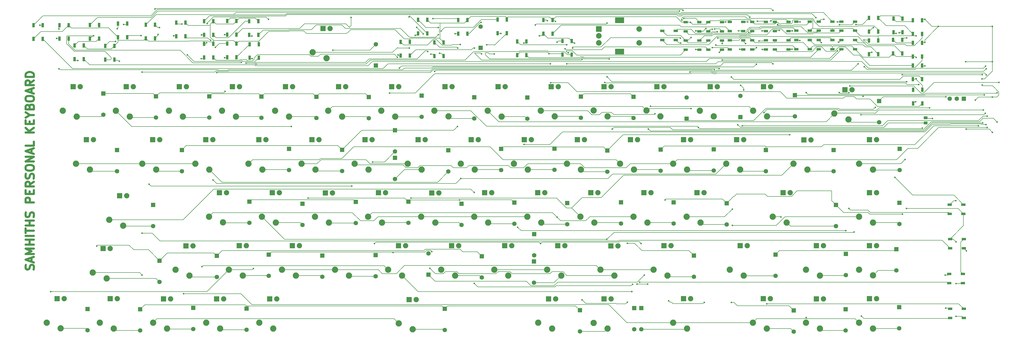
<source format=gbr>
%TF.GenerationSoftware,KiCad,Pcbnew,9.0.2*%
%TF.CreationDate,2025-06-27T23:50:21-07:00*%
%TF.ProjectId,Proj3,50726f6a-332e-46b6-9963-61645f706362,rev?*%
%TF.SameCoordinates,Original*%
%TF.FileFunction,Copper,L1,Top*%
%TF.FilePolarity,Positive*%
%FSLAX46Y46*%
G04 Gerber Fmt 4.6, Leading zero omitted, Abs format (unit mm)*
G04 Created by KiCad (PCBNEW 9.0.2) date 2025-06-27 23:50:21*
%MOMM*%
%LPD*%
G01*
G04 APERTURE LIST*
G04 Aperture macros list*
%AMRoundRect*
0 Rectangle with rounded corners*
0 $1 Rounding radius*
0 $2 $3 $4 $5 $6 $7 $8 $9 X,Y pos of 4 corners*
0 Add a 4 corners polygon primitive as box body*
4,1,4,$2,$3,$4,$5,$6,$7,$8,$9,$2,$3,0*
0 Add four circle primitives for the rounded corners*
1,1,$1+$1,$2,$3*
1,1,$1+$1,$4,$5*
1,1,$1+$1,$6,$7*
1,1,$1+$1,$8,$9*
0 Add four rect primitives between the rounded corners*
20,1,$1+$1,$2,$3,$4,$5,0*
20,1,$1+$1,$4,$5,$6,$7,0*
20,1,$1+$1,$6,$7,$8,$9,0*
20,1,$1+$1,$8,$9,$2,$3,0*%
G04 Aperture macros list end*
%ADD10C,0.750000*%
%TA.AperFunction,NonConductor*%
%ADD11C,0.750000*%
%TD*%
%TA.AperFunction,ComponentPad*%
%ADD12R,1.905000X1.905000*%
%TD*%
%TA.AperFunction,ComponentPad*%
%ADD13C,1.905000*%
%TD*%
%TA.AperFunction,ComponentPad*%
%ADD14C,2.250000*%
%TD*%
%TA.AperFunction,ComponentPad*%
%ADD15RoundRect,0.250000X0.550000X-0.550000X0.550000X0.550000X-0.550000X0.550000X-0.550000X-0.550000X0*%
%TD*%
%TA.AperFunction,ComponentPad*%
%ADD16C,1.600000*%
%TD*%
%TA.AperFunction,SMDPad,CuDef*%
%ADD17RoundRect,0.090000X0.660000X0.360000X-0.660000X0.360000X-0.660000X-0.360000X0.660000X-0.360000X0*%
%TD*%
%TA.AperFunction,SMDPad,CuDef*%
%ADD18RoundRect,0.090000X0.360000X-0.660000X0.360000X0.660000X-0.360000X0.660000X-0.360000X-0.660000X0*%
%TD*%
%TA.AperFunction,SMDPad,CuDef*%
%ADD19RoundRect,0.090000X-0.660000X-0.360000X0.660000X-0.360000X0.660000X0.360000X-0.660000X0.360000X0*%
%TD*%
%TA.AperFunction,SMDPad,CuDef*%
%ADD20RoundRect,0.090000X-0.360000X0.660000X-0.360000X-0.660000X0.360000X-0.660000X0.360000X0.660000X0*%
%TD*%
%TA.AperFunction,ComponentPad*%
%ADD21R,2.000000X2.000000*%
%TD*%
%TA.AperFunction,ComponentPad*%
%ADD22C,2.000000*%
%TD*%
%TA.AperFunction,ComponentPad*%
%ADD23R,3.200000X2.000000*%
%TD*%
%TA.AperFunction,SMDPad,CuDef*%
%ADD24RoundRect,0.250000X0.450000X-0.262500X0.450000X0.262500X-0.450000X0.262500X-0.450000X-0.262500X0*%
%TD*%
%TA.AperFunction,ComponentPad*%
%ADD25RoundRect,0.250000X-0.550000X0.550000X-0.550000X-0.550000X0.550000X-0.550000X0.550000X0.550000X0*%
%TD*%
%TA.AperFunction,ComponentPad*%
%ADD26RoundRect,0.200000X0.600000X0.600000X-0.600000X0.600000X-0.600000X-0.600000X0.600000X-0.600000X0*%
%TD*%
%TA.AperFunction,ViaPad*%
%ADD27C,0.600000*%
%TD*%
%TA.AperFunction,Conductor*%
%ADD28C,0.200000*%
%TD*%
G04 APERTURE END LIST*
D10*
D11*
X92791000Y-291915150D02*
X92933857Y-291486579D01*
X92933857Y-291486579D02*
X92933857Y-290772293D01*
X92933857Y-290772293D02*
X92791000Y-290486579D01*
X92791000Y-290486579D02*
X92648142Y-290343721D01*
X92648142Y-290343721D02*
X92362428Y-290200864D01*
X92362428Y-290200864D02*
X92076714Y-290200864D01*
X92076714Y-290200864D02*
X91791000Y-290343721D01*
X91791000Y-290343721D02*
X91648142Y-290486579D01*
X91648142Y-290486579D02*
X91505285Y-290772293D01*
X91505285Y-290772293D02*
X91362428Y-291343721D01*
X91362428Y-291343721D02*
X91219571Y-291629436D01*
X91219571Y-291629436D02*
X91076714Y-291772293D01*
X91076714Y-291772293D02*
X90791000Y-291915150D01*
X90791000Y-291915150D02*
X90505285Y-291915150D01*
X90505285Y-291915150D02*
X90219571Y-291772293D01*
X90219571Y-291772293D02*
X90076714Y-291629436D01*
X90076714Y-291629436D02*
X89933857Y-291343721D01*
X89933857Y-291343721D02*
X89933857Y-290629436D01*
X89933857Y-290629436D02*
X90076714Y-290200864D01*
X92076714Y-289058007D02*
X92076714Y-287629436D01*
X92933857Y-289343721D02*
X89933857Y-288343721D01*
X89933857Y-288343721D02*
X92933857Y-287343721D01*
X92933857Y-286343721D02*
X89933857Y-286343721D01*
X89933857Y-286343721D02*
X92076714Y-285343721D01*
X92076714Y-285343721D02*
X89933857Y-284343721D01*
X89933857Y-284343721D02*
X92933857Y-284343721D01*
X92933857Y-282915150D02*
X89933857Y-282915150D01*
X91362428Y-282915150D02*
X91362428Y-281200864D01*
X92933857Y-281200864D02*
X89933857Y-281200864D01*
X92933857Y-279772293D02*
X89933857Y-279772293D01*
X89933857Y-278772293D02*
X89933857Y-277058008D01*
X92933857Y-277915150D02*
X89933857Y-277915150D01*
X92933857Y-276058008D02*
X89933857Y-276058008D01*
X91362428Y-276058008D02*
X91362428Y-274343722D01*
X92933857Y-274343722D02*
X89933857Y-274343722D01*
X92791000Y-273058008D02*
X92933857Y-272629437D01*
X92933857Y-272629437D02*
X92933857Y-271915151D01*
X92933857Y-271915151D02*
X92791000Y-271629437D01*
X92791000Y-271629437D02*
X92648142Y-271486579D01*
X92648142Y-271486579D02*
X92362428Y-271343722D01*
X92362428Y-271343722D02*
X92076714Y-271343722D01*
X92076714Y-271343722D02*
X91791000Y-271486579D01*
X91791000Y-271486579D02*
X91648142Y-271629437D01*
X91648142Y-271629437D02*
X91505285Y-271915151D01*
X91505285Y-271915151D02*
X91362428Y-272486579D01*
X91362428Y-272486579D02*
X91219571Y-272772294D01*
X91219571Y-272772294D02*
X91076714Y-272915151D01*
X91076714Y-272915151D02*
X90791000Y-273058008D01*
X90791000Y-273058008D02*
X90505285Y-273058008D01*
X90505285Y-273058008D02*
X90219571Y-272915151D01*
X90219571Y-272915151D02*
X90076714Y-272772294D01*
X90076714Y-272772294D02*
X89933857Y-272486579D01*
X89933857Y-272486579D02*
X89933857Y-271772294D01*
X89933857Y-271772294D02*
X90076714Y-271343722D01*
X92933857Y-267772294D02*
X89933857Y-267772294D01*
X89933857Y-267772294D02*
X89933857Y-266629437D01*
X89933857Y-266629437D02*
X90076714Y-266343722D01*
X90076714Y-266343722D02*
X90219571Y-266200865D01*
X90219571Y-266200865D02*
X90505285Y-266058008D01*
X90505285Y-266058008D02*
X90933857Y-266058008D01*
X90933857Y-266058008D02*
X91219571Y-266200865D01*
X91219571Y-266200865D02*
X91362428Y-266343722D01*
X91362428Y-266343722D02*
X91505285Y-266629437D01*
X91505285Y-266629437D02*
X91505285Y-267772294D01*
X91362428Y-264772294D02*
X91362428Y-263772294D01*
X92933857Y-263343722D02*
X92933857Y-264772294D01*
X92933857Y-264772294D02*
X89933857Y-264772294D01*
X89933857Y-264772294D02*
X89933857Y-263343722D01*
X92933857Y-260343722D02*
X91505285Y-261343722D01*
X92933857Y-262058008D02*
X89933857Y-262058008D01*
X89933857Y-262058008D02*
X89933857Y-260915151D01*
X89933857Y-260915151D02*
X90076714Y-260629436D01*
X90076714Y-260629436D02*
X90219571Y-260486579D01*
X90219571Y-260486579D02*
X90505285Y-260343722D01*
X90505285Y-260343722D02*
X90933857Y-260343722D01*
X90933857Y-260343722D02*
X91219571Y-260486579D01*
X91219571Y-260486579D02*
X91362428Y-260629436D01*
X91362428Y-260629436D02*
X91505285Y-260915151D01*
X91505285Y-260915151D02*
X91505285Y-262058008D01*
X92791000Y-259200865D02*
X92933857Y-258772294D01*
X92933857Y-258772294D02*
X92933857Y-258058008D01*
X92933857Y-258058008D02*
X92791000Y-257772294D01*
X92791000Y-257772294D02*
X92648142Y-257629436D01*
X92648142Y-257629436D02*
X92362428Y-257486579D01*
X92362428Y-257486579D02*
X92076714Y-257486579D01*
X92076714Y-257486579D02*
X91791000Y-257629436D01*
X91791000Y-257629436D02*
X91648142Y-257772294D01*
X91648142Y-257772294D02*
X91505285Y-258058008D01*
X91505285Y-258058008D02*
X91362428Y-258629436D01*
X91362428Y-258629436D02*
X91219571Y-258915151D01*
X91219571Y-258915151D02*
X91076714Y-259058008D01*
X91076714Y-259058008D02*
X90791000Y-259200865D01*
X90791000Y-259200865D02*
X90505285Y-259200865D01*
X90505285Y-259200865D02*
X90219571Y-259058008D01*
X90219571Y-259058008D02*
X90076714Y-258915151D01*
X90076714Y-258915151D02*
X89933857Y-258629436D01*
X89933857Y-258629436D02*
X89933857Y-257915151D01*
X89933857Y-257915151D02*
X90076714Y-257486579D01*
X89933857Y-255629436D02*
X89933857Y-255058008D01*
X89933857Y-255058008D02*
X90076714Y-254772293D01*
X90076714Y-254772293D02*
X90362428Y-254486579D01*
X90362428Y-254486579D02*
X90933857Y-254343722D01*
X90933857Y-254343722D02*
X91933857Y-254343722D01*
X91933857Y-254343722D02*
X92505285Y-254486579D01*
X92505285Y-254486579D02*
X92791000Y-254772293D01*
X92791000Y-254772293D02*
X92933857Y-255058008D01*
X92933857Y-255058008D02*
X92933857Y-255629436D01*
X92933857Y-255629436D02*
X92791000Y-255915151D01*
X92791000Y-255915151D02*
X92505285Y-256200865D01*
X92505285Y-256200865D02*
X91933857Y-256343722D01*
X91933857Y-256343722D02*
X90933857Y-256343722D01*
X90933857Y-256343722D02*
X90362428Y-256200865D01*
X90362428Y-256200865D02*
X90076714Y-255915151D01*
X90076714Y-255915151D02*
X89933857Y-255629436D01*
X92933857Y-253058008D02*
X89933857Y-253058008D01*
X89933857Y-253058008D02*
X92933857Y-251343722D01*
X92933857Y-251343722D02*
X89933857Y-251343722D01*
X92076714Y-250058008D02*
X92076714Y-248629437D01*
X92933857Y-250343722D02*
X89933857Y-249343722D01*
X89933857Y-249343722D02*
X92933857Y-248343722D01*
X92933857Y-245915150D02*
X92933857Y-247343722D01*
X92933857Y-247343722D02*
X89933857Y-247343722D01*
X92933857Y-242629437D02*
X89933857Y-242629437D01*
X92933857Y-240915151D02*
X91219571Y-242200865D01*
X89933857Y-240915151D02*
X91648142Y-242629437D01*
X91362428Y-239629437D02*
X91362428Y-238629437D01*
X92933857Y-238200865D02*
X92933857Y-239629437D01*
X92933857Y-239629437D02*
X89933857Y-239629437D01*
X89933857Y-239629437D02*
X89933857Y-238200865D01*
X91505285Y-236343722D02*
X92933857Y-236343722D01*
X89933857Y-237343722D02*
X91505285Y-236343722D01*
X91505285Y-236343722D02*
X89933857Y-235343722D01*
X91362428Y-233343722D02*
X91505285Y-232915150D01*
X91505285Y-232915150D02*
X91648142Y-232772293D01*
X91648142Y-232772293D02*
X91933857Y-232629436D01*
X91933857Y-232629436D02*
X92362428Y-232629436D01*
X92362428Y-232629436D02*
X92648142Y-232772293D01*
X92648142Y-232772293D02*
X92791000Y-232915150D01*
X92791000Y-232915150D02*
X92933857Y-233200865D01*
X92933857Y-233200865D02*
X92933857Y-234343722D01*
X92933857Y-234343722D02*
X89933857Y-234343722D01*
X89933857Y-234343722D02*
X89933857Y-233343722D01*
X89933857Y-233343722D02*
X90076714Y-233058008D01*
X90076714Y-233058008D02*
X90219571Y-232915150D01*
X90219571Y-232915150D02*
X90505285Y-232772293D01*
X90505285Y-232772293D02*
X90791000Y-232772293D01*
X90791000Y-232772293D02*
X91076714Y-232915150D01*
X91076714Y-232915150D02*
X91219571Y-233058008D01*
X91219571Y-233058008D02*
X91362428Y-233343722D01*
X91362428Y-233343722D02*
X91362428Y-234343722D01*
X89933857Y-230772293D02*
X89933857Y-230200865D01*
X89933857Y-230200865D02*
X90076714Y-229915150D01*
X90076714Y-229915150D02*
X90362428Y-229629436D01*
X90362428Y-229629436D02*
X90933857Y-229486579D01*
X90933857Y-229486579D02*
X91933857Y-229486579D01*
X91933857Y-229486579D02*
X92505285Y-229629436D01*
X92505285Y-229629436D02*
X92791000Y-229915150D01*
X92791000Y-229915150D02*
X92933857Y-230200865D01*
X92933857Y-230200865D02*
X92933857Y-230772293D01*
X92933857Y-230772293D02*
X92791000Y-231058008D01*
X92791000Y-231058008D02*
X92505285Y-231343722D01*
X92505285Y-231343722D02*
X91933857Y-231486579D01*
X91933857Y-231486579D02*
X90933857Y-231486579D01*
X90933857Y-231486579D02*
X90362428Y-231343722D01*
X90362428Y-231343722D02*
X90076714Y-231058008D01*
X90076714Y-231058008D02*
X89933857Y-230772293D01*
X92076714Y-228343722D02*
X92076714Y-226915151D01*
X92933857Y-228629436D02*
X89933857Y-227629436D01*
X89933857Y-227629436D02*
X92933857Y-226629436D01*
X92933857Y-223915150D02*
X91505285Y-224915150D01*
X92933857Y-225629436D02*
X89933857Y-225629436D01*
X89933857Y-225629436D02*
X89933857Y-224486579D01*
X89933857Y-224486579D02*
X90076714Y-224200864D01*
X90076714Y-224200864D02*
X90219571Y-224058007D01*
X90219571Y-224058007D02*
X90505285Y-223915150D01*
X90505285Y-223915150D02*
X90933857Y-223915150D01*
X90933857Y-223915150D02*
X91219571Y-224058007D01*
X91219571Y-224058007D02*
X91362428Y-224200864D01*
X91362428Y-224200864D02*
X91505285Y-224486579D01*
X91505285Y-224486579D02*
X91505285Y-225629436D01*
X92933857Y-222629436D02*
X89933857Y-222629436D01*
X89933857Y-222629436D02*
X89933857Y-221915150D01*
X89933857Y-221915150D02*
X90076714Y-221486579D01*
X90076714Y-221486579D02*
X90362428Y-221200864D01*
X90362428Y-221200864D02*
X90648142Y-221058007D01*
X90648142Y-221058007D02*
X91219571Y-220915150D01*
X91219571Y-220915150D02*
X91648142Y-220915150D01*
X91648142Y-220915150D02*
X92219571Y-221058007D01*
X92219571Y-221058007D02*
X92505285Y-221200864D01*
X92505285Y-221200864D02*
X92791000Y-221486579D01*
X92791000Y-221486579D02*
X92933857Y-221915150D01*
X92933857Y-221915150D02*
X92933857Y-222629436D01*
D12*
%TO.P,SW63,4*%
%TO.N,N/C*%
X346390000Y-283402000D03*
D13*
%TO.P,SW63,3*%
X348930000Y-283402000D03*
D14*
%TO.P,SW63,1,1*%
%TO.N,Net-(D105-A)*%
X347660000Y-294102000D03*
%TO.P,SW63,2,2*%
%TO.N,/COL13*%
X342660000Y-292002000D03*
%TD*%
D12*
%TO.P,SW60,4*%
%TO.N,N/C*%
X117780000Y-284412000D03*
D13*
%TO.P,SW60,3*%
X120320000Y-284412000D03*
D14*
%TO.P,SW60,1,1*%
%TO.N,Net-(D99-A)*%
X119050000Y-295112000D03*
%TO.P,SW60,2,2*%
%TO.N,/COL12*%
X114050000Y-293012000D03*
%TD*%
D12*
%TO.P,SW19,4*%
%TO.N,N/C*%
X361850000Y-264342000D03*
D13*
%TO.P,SW19,3*%
X364390000Y-264342000D03*
D14*
%TO.P,SW19,1,1*%
%TO.N,Net-(D34-A)*%
X363120000Y-275042000D03*
%TO.P,SW19,2,2*%
%TO.N,/COL4*%
X358120000Y-272942000D03*
%TD*%
D12*
%TO.P,SW16,4*%
%TO.N,N/C*%
X383960000Y-227305700D03*
D13*
%TO.P,SW16,3*%
X386500000Y-227305700D03*
D14*
%TO.P,SW16,1,1*%
%TO.N,Net-(D31-A)*%
X385230000Y-238005700D03*
%TO.P,SW16,2,2*%
%TO.N,/COL4*%
X380230000Y-235905700D03*
%TD*%
D12*
%TO.P,SW15,4*%
%TO.N,N/C*%
X111800000Y-245292000D03*
D13*
%TO.P,SW15,3*%
X114340000Y-245292000D03*
D14*
%TO.P,SW15,1,1*%
%TO.N,Net-(D27-A)*%
X113070000Y-255992000D03*
%TO.P,SW15,2,2*%
%TO.N,/COL3*%
X108070000Y-253892000D03*
%TD*%
%TO.P,SW8,1,1*%
%TO.N,Net-(D16-A)*%
X206020000Y-294102000D03*
%TO.P,SW8,2,2*%
%TO.N,/COL2*%
X201020000Y-292002000D03*
%TD*%
D12*
%TO.P,SW3,4*%
%TO.N,N/C*%
X326100000Y-302452000D03*
D13*
%TO.P,SW3,3*%
X328640000Y-302452000D03*
D14*
%TO.P,SW3,1,1*%
%TO.N,Net-(D7-A)*%
X327370000Y-313152000D03*
%TO.P,SW3,2,2*%
%TO.N,/COL1*%
X322370000Y-311052000D03*
%TD*%
D15*
%TO.P,D111,1,K*%
%TO.N,/ROW1*%
X253310000Y-212242000D03*
D16*
%TO.P,D111,2,A*%
%TO.N,Net-(D111-A)*%
X253310000Y-204622000D03*
%TD*%
D14*
%TO.P,SW33,1,1*%
%TO.N,Net-(D57-A)*%
X346440000Y-255992000D03*
%TO.P,SW33,2,2*%
%TO.N,/COL7*%
X341440000Y-253892000D03*
D13*
%TO.P,SW33,3*%
%TO.N,N/C*%
X347710000Y-245292000D03*
D12*
%TO.P,SW33,4*%
X345170000Y-245292000D03*
%TD*%
D14*
%TO.P,SW45,1,1*%
%TO.N,Net-(D75-A)*%
X289290000Y-256000000D03*
%TO.P,SW45,2,2*%
%TO.N,/COL9*%
X284290000Y-253900000D03*
D13*
%TO.P,SW45,3*%
%TO.N,N/C*%
X290560000Y-245300000D03*
D12*
%TO.P,SW45,4*%
X288020000Y-245300000D03*
%TD*%
D14*
%TO.P,SW9,1,1*%
%TO.N,Net-(D17-A)*%
X301260000Y-294112000D03*
%TO.P,SW9,2,2*%
%TO.N,/COL2*%
X296260000Y-292012000D03*
D13*
%TO.P,SW9,3*%
%TO.N,N/C*%
X302530000Y-283412000D03*
D12*
%TO.P,SW9,4*%
X299990000Y-283412000D03*
%TD*%
D14*
%TO.P,SW38,1,1*%
%TO.N,Net-(D65-A)*%
X275060000Y-275042000D03*
%TO.P,SW38,2,2*%
%TO.N,/COL8*%
X270060000Y-272942000D03*
D13*
%TO.P,SW38,3*%
%TO.N,N/C*%
X276330000Y-264342000D03*
D12*
%TO.P,SW38,4*%
X273790000Y-264342000D03*
%TD*%
D17*
%TO.P,D119,1,VDD*%
%TO.N,+5V*%
X426360000Y-296842000D03*
%TO.P,D119,2,DOUT*%
%TO.N,Net-(D119-DOUT)*%
X426360000Y-293542000D03*
%TO.P,D119,3,VSS*%
%TO.N,GND*%
X421460000Y-293542000D03*
%TO.P,D119,4,DIN*%
%TO.N,Net-(D116-DOUT)*%
X421460000Y-296842000D03*
%TD*%
D14*
%TO.P,SW70,1,1*%
%TO.N,unconnected-(SW70-Pad1)*%
X178890000Y-313185700D03*
%TO.P,SW70,2,2*%
%TO.N,unconnected-(SW70-Pad2)*%
X173890000Y-311085700D03*
D13*
%TO.P,SW70,3*%
%TO.N,N/C*%
X180160000Y-302485700D03*
D12*
%TO.P,SW70,4*%
X177620000Y-302485700D03*
%TD*%
D14*
%TO.P,SW30,1,1*%
%TO.N,Net-(D51-A)*%
X102590000Y-313122000D03*
%TO.P,SW30,2,2*%
%TO.N,/COL6*%
X97590000Y-311022000D03*
D13*
%TO.P,SW30,3*%
%TO.N,N/C*%
X103860000Y-302422000D03*
D12*
%TO.P,SW30,4*%
X101320000Y-302422000D03*
%TD*%
D18*
%TO.P,D10,1,VDD*%
%TO.N,+5V*%
X92830000Y-209002000D03*
%TO.P,D10,2,DOUT*%
%TO.N,Net-(D10-DOUT)*%
X96130000Y-209002000D03*
%TO.P,D10,3,VSS*%
%TO.N,GND*%
X96130000Y-204102000D03*
%TO.P,D10,4,DIN*%
%TO.N,Net-(D1-DOUT)*%
X92830000Y-204102000D03*
%TD*%
D17*
%TO.P,D93,1,VDD*%
%TO.N,+5V*%
X371417700Y-206102000D03*
%TO.P,D93,2,DOUT*%
%TO.N,Net-(D101-DIN)*%
X371417700Y-202802000D03*
%TO.P,D93,3,VSS*%
%TO.N,GND*%
X366517700Y-202802000D03*
%TO.P,D93,4,DIN*%
%TO.N,Net-(D85-DOUT)*%
X366517700Y-206102000D03*
%TD*%
D14*
%TO.P,SW62,1,1*%
%TO.N,Net-(D104-A)*%
X203570000Y-236942000D03*
%TO.P,SW62,2,2*%
%TO.N,/COL13*%
X198570000Y-234842000D03*
D13*
%TO.P,SW62,3*%
%TO.N,N/C*%
X204840000Y-226242000D03*
D12*
%TO.P,SW62,4*%
X202300000Y-226242000D03*
%TD*%
D19*
%TO.P,D77,1,VDD*%
%TO.N,+5V*%
X358887700Y-202892000D03*
%TO.P,D77,2,DOUT*%
%TO.N,Net-(D77-DOUT)*%
X358887700Y-206192000D03*
%TO.P,D77,3,VSS*%
%TO.N,GND*%
X363787700Y-206192000D03*
%TO.P,D77,4,DIN*%
%TO.N,Net-(D69-DOUT)*%
X363787700Y-202892000D03*
%TD*%
D14*
%TO.P,SW57,1,1*%
%TO.N,Net-(D96-A)*%
X140730000Y-313172000D03*
%TO.P,SW57,2,2*%
%TO.N,/COL12*%
X135730000Y-311072000D03*
D13*
%TO.P,SW57,3*%
%TO.N,N/C*%
X142000000Y-302472000D03*
D12*
%TO.P,SW57,4*%
X139460000Y-302472000D03*
%TD*%
D20*
%TO.P,D117,1,VDD*%
%TO.N,+5V*%
X395960000Y-201482000D03*
%TO.P,D117,2,DOUT*%
%TO.N,Net-(D117-DOUT)*%
X392660000Y-201482000D03*
%TO.P,D117,3,VSS*%
%TO.N,GND*%
X392660000Y-206382000D03*
%TO.P,D117,4,DIN*%
%TO.N,Net-(D110-DOUT)*%
X395960000Y-206382000D03*
%TD*%
%TO.P,D13,1,VDD*%
%TO.N,+5V*%
X279100000Y-202232000D03*
%TO.P,D13,2,DOUT*%
%TO.N,Net-(D13-DOUT)*%
X275800000Y-202232000D03*
%TO.P,D13,3,VSS*%
%TO.N,GND*%
X275800000Y-207132000D03*
%TO.P,D13,4,DIN*%
%TO.N,Net-(D13-DIN)*%
X279100000Y-207132000D03*
%TD*%
D18*
%TO.P,D11,1,VDD*%
%TO.N,+5V*%
X408390000Y-207222000D03*
%TO.P,D11,2,DOUT*%
%TO.N,Net-(D11-DOUT)*%
X411690000Y-207222000D03*
%TO.P,D11,3,VSS*%
%TO.N,GND*%
X411690000Y-202322000D03*
%TO.P,D11,4,DIN*%
%TO.N,Net-(D11-DIN)*%
X408390000Y-202322000D03*
%TD*%
D14*
%TO.P,SW54,1,1*%
%TO.N,Net-(D90-A)*%
X174990000Y-256000000D03*
%TO.P,SW54,2,2*%
%TO.N,/COL11*%
X169990000Y-253900000D03*
D13*
%TO.P,SW54,3*%
%TO.N,N/C*%
X176260000Y-245300000D03*
D12*
%TO.P,SW54,4*%
X173720000Y-245300000D03*
%TD*%
D19*
%TO.P,D3,1,VDD*%
%TO.N,+5V*%
X421740000Y-280992000D03*
%TO.P,D3,2,DOUT*%
%TO.N,Net-(D12-DIN)*%
X421740000Y-284292000D03*
%TO.P,D3,3,VSS*%
%TO.N,GND*%
X426640000Y-284292000D03*
%TO.P,D3,4,DIN*%
%TO.N,Net-(D119-DOUT)*%
X426640000Y-280992000D03*
%TD*%
D14*
%TO.P,SW65,1,1*%
%TO.N,Net-(D107-A)*%
X394070000Y-275042000D03*
%TO.P,SW65,2,2*%
%TO.N,/COL13*%
X389070000Y-272942000D03*
D13*
%TO.P,SW65,3*%
%TO.N,N/C*%
X395340000Y-264342000D03*
D12*
%TO.P,SW65,4*%
X392800000Y-264342000D03*
%TD*%
D18*
%TO.P,D21,1,VDD*%
%TO.N,+5V*%
X123140000Y-208452000D03*
%TO.P,D21,2,DOUT*%
%TO.N,Net-(D21-DOUT)*%
X126440000Y-208452000D03*
%TO.P,D21,3,VSS*%
%TO.N,GND*%
X126440000Y-203552000D03*
%TO.P,D21,4,DIN*%
%TO.N,Net-(D12-DOUT)*%
X123140000Y-203552000D03*
%TD*%
D14*
%TO.P,SW2,1,1*%
%TO.N,Net-(D6-A)*%
X375020000Y-294092000D03*
%TO.P,SW2,2,2*%
%TO.N,/COL1*%
X370020000Y-291992000D03*
D13*
%TO.P,SW2,3*%
%TO.N,N/C*%
X376290000Y-283392000D03*
D12*
%TO.P,SW2,4*%
X373750000Y-283392000D03*
%TD*%
D20*
%TO.P,D60,1,VDD*%
%TO.N,+5V*%
X147390000Y-203222000D03*
%TO.P,D60,2,DOUT*%
%TO.N,Net-(D60-DOUT)*%
X144090000Y-203222000D03*
%TO.P,D60,3,VSS*%
%TO.N,GND*%
X144090000Y-208122000D03*
%TO.P,D60,4,DIN*%
%TO.N,Net-(D52-DOUT)*%
X147390000Y-208122000D03*
%TD*%
D14*
%TO.P,SW41,1,1*%
%TO.N,Net-(D71-A)*%
X121650000Y-313142000D03*
%TO.P,SW41,2,2*%
%TO.N,/COL9*%
X116650000Y-311042000D03*
D13*
%TO.P,SW41,3*%
%TO.N,N/C*%
X122920000Y-302442000D03*
D12*
%TO.P,SW41,4*%
X120380000Y-302442000D03*
%TD*%
D14*
%TO.P,SW1,1,1*%
%TO.N,Net-(D5-A)*%
X355970000Y-313142000D03*
%TO.P,SW1,2,2*%
%TO.N,/COL1*%
X350970000Y-311042000D03*
D13*
%TO.P,SW1,3*%
%TO.N,N/C*%
X357240000Y-302442000D03*
D12*
%TO.P,SW1,4*%
X354700000Y-302442000D03*
%TD*%
D17*
%TO.P,D30,1,VDD*%
%TO.N,+5V*%
X387657700Y-212722000D03*
%TO.P,D30,2,DOUT*%
%TO.N,Net-(D30-DOUT)*%
X387657700Y-209422000D03*
%TO.P,D30,3,VSS*%
%TO.N,GND*%
X382757700Y-209422000D03*
%TO.P,D30,4,DIN*%
%TO.N,Net-(D21-DOUT)*%
X382757700Y-212722000D03*
%TD*%
D20*
%TO.P,D45,1,VDD*%
%TO.N,+5V*%
X116330000Y-204042000D03*
%TO.P,D45,2,DOUT*%
%TO.N,Net-(D45-DOUT)*%
X113030000Y-204042000D03*
%TO.P,D45,3,VSS*%
%TO.N,GND*%
X113030000Y-208942000D03*
%TO.P,D45,4,DIN*%
%TO.N,Net-(D37-DOUT)*%
X116330000Y-208942000D03*
%TD*%
D14*
%TO.P,SW4,1,1*%
%TO.N,Net-(D8-A)*%
X394070000Y-313142000D03*
%TO.P,SW4,2,2*%
%TO.N,/COL1*%
X389070000Y-311042000D03*
D13*
%TO.P,SW4,3*%
%TO.N,N/C*%
X395340000Y-302442000D03*
D12*
%TO.P,SW4,4*%
X392800000Y-302442000D03*
%TD*%
D19*
%TO.P,D44,1,VDD*%
%TO.N,+5V*%
X350767700Y-202892000D03*
%TO.P,D44,2,DOUT*%
%TO.N,Net-(D44-DOUT)*%
X350767700Y-206192000D03*
%TO.P,D44,3,VSS*%
%TO.N,GND*%
X355667700Y-206192000D03*
%TO.P,D44,4,DIN*%
%TO.N,Net-(D36-DOUT)*%
X355667700Y-202892000D03*
%TD*%
D14*
%TO.P,SW48,1,1*%
%TO.N,Net-(D81-A)*%
X282190000Y-294102000D03*
%TO.P,SW48,2,2*%
%TO.N,/COL10*%
X277190000Y-292002000D03*
D13*
%TO.P,SW48,3*%
%TO.N,N/C*%
X283460000Y-283402000D03*
D12*
%TO.P,SW48,4*%
X280920000Y-283402000D03*
%TD*%
D14*
%TO.P,SW51,1,1*%
%TO.N,Net-(D87-A)*%
X298810000Y-236875700D03*
%TO.P,SW51,2,2*%
%TO.N,/COL11*%
X293810000Y-234775700D03*
D13*
%TO.P,SW51,3*%
%TO.N,N/C*%
X300080000Y-226175700D03*
D12*
%TO.P,SW51,4*%
X297540000Y-226175700D03*
%TD*%
D14*
%TO.P,SW5,1,1*%
%TO.N,Net-(D9-A)*%
X148820000Y-294112000D03*
%TO.P,SW5,2,2*%
%TO.N,/COL1*%
X143820000Y-292012000D03*
D13*
%TO.P,SW5,3*%
%TO.N,N/C*%
X150090000Y-283412000D03*
D12*
%TO.P,SW5,4*%
X147550000Y-283412000D03*
%TD*%
D20*
%TO.P,D92,1,VDD*%
%TO.N,+5V*%
X227890000Y-210122000D03*
%TO.P,D92,2,DOUT*%
%TO.N,Net-(D100-DIN)*%
X224590000Y-210122000D03*
%TO.P,D92,3,VSS*%
%TO.N,GND*%
X224590000Y-215022000D03*
%TO.P,D92,4,DIN*%
%TO.N,Net-(D84-DOUT)*%
X227890000Y-215022000D03*
%TD*%
D19*
%TO.P,D86,1,VDD*%
%TO.N,+5V*%
X335007700Y-203022000D03*
%TO.P,D86,2,DOUT*%
%TO.N,Net-(D86-DOUT)*%
X335007700Y-206322000D03*
%TO.P,D86,3,VSS*%
%TO.N,GND*%
X339907700Y-206322000D03*
%TO.P,D86,4,DIN*%
%TO.N,Net-(D78-DOUT)*%
X339907700Y-203022000D03*
%TD*%
D17*
%TO.P,D120,1,VDD*%
%TO.N,+5V*%
X426640000Y-309392000D03*
%TO.P,D120,2,DOUT*%
%TO.N,Net-(D120-DOUT)*%
X426640000Y-306092000D03*
%TO.P,D120,3,VSS*%
%TO.N,GND*%
X421740000Y-306092000D03*
%TO.P,D120,4,DIN*%
%TO.N,Net-(D117-DOUT)*%
X421740000Y-309392000D03*
%TD*%
D19*
%TO.P,D4,1,VDD*%
%TO.N,+5V*%
X342647700Y-202892000D03*
%TO.P,D4,2,DOUT*%
%TO.N,Net-(D13-DIN)*%
X342647700Y-206192000D03*
%TO.P,D4,3,VSS*%
%TO.N,GND*%
X347547700Y-206192000D03*
%TO.P,D4,4,DIN*%
%TO.N,Net-(D120-DOUT)*%
X347547700Y-202892000D03*
%TD*%
%TO.P,D1,1,VDD*%
%TO.N,+5V*%
X342647700Y-209512000D03*
%TO.P,D1,2,DOUT*%
%TO.N,Net-(D1-DOUT)*%
X342647700Y-212812000D03*
%TO.P,D1,3,VSS*%
%TO.N,GND*%
X347547700Y-212812000D03*
%TO.P,D1,4,DIN*%
%TO.N,/LEDMAT*%
X347547700Y-209512000D03*
%TD*%
D14*
%TO.P,SW26,1,1*%
%TO.N,Net-(D47-A)*%
X298820000Y-313192000D03*
%TO.P,SW26,2,2*%
%TO.N,/COL6*%
X293820000Y-311092000D03*
D13*
%TO.P,SW26,3*%
%TO.N,N/C*%
X300090000Y-302492000D03*
D12*
%TO.P,SW26,4*%
X297550000Y-302492000D03*
%TD*%
D14*
%TO.P,SW34,1,1*%
%TO.N,Net-(D58-A)*%
X332170000Y-275042000D03*
%TO.P,SW34,2,2*%
%TO.N,/COL7*%
X327170000Y-272942000D03*
D13*
%TO.P,SW34,3*%
%TO.N,N/C*%
X333440000Y-264342000D03*
D12*
%TO.P,SW34,4*%
X330900000Y-264342000D03*
%TD*%
D14*
%TO.P,SW69,1,1*%
%TO.N,Net-(D114-A)*%
X356060000Y-236922000D03*
%TO.P,SW69,2,2*%
%TO.N,/COL14*%
X351060000Y-234822000D03*
D13*
%TO.P,SW69,3*%
%TO.N,N/C*%
X357330000Y-226222000D03*
D12*
%TO.P,SW69,4*%
X354790000Y-226222000D03*
%TD*%
D14*
%TO.P,SW17,1,1*%
%TO.N,Net-(D32-A)*%
X375030000Y-313172000D03*
%TO.P,SW17,2,2*%
%TO.N,/COL4*%
X370030000Y-311072000D03*
D13*
%TO.P,SW17,3*%
%TO.N,N/C*%
X376300000Y-302472000D03*
D12*
%TO.P,SW17,4*%
X373760000Y-302472000D03*
%TD*%
D20*
%TO.P,D68,1,VDD*%
%TO.N,+5V*%
X173650000Y-210932000D03*
%TO.P,D68,2,DOUT*%
%TO.N,Net-(D68-DOUT)*%
X170350000Y-210932000D03*
%TO.P,D68,3,VSS*%
%TO.N,GND*%
X170350000Y-215832000D03*
%TO.P,D68,4,DIN*%
%TO.N,Net-(D60-DOUT)*%
X173650000Y-215832000D03*
%TD*%
%TO.P,D76,1,VDD*%
%TO.N,+5V*%
X165680000Y-210712000D03*
%TO.P,D76,2,DOUT*%
%TO.N,Net-(D76-DOUT)*%
X162380000Y-210712000D03*
%TO.P,D76,3,VSS*%
%TO.N,GND*%
X162380000Y-215612000D03*
%TO.P,D76,4,DIN*%
%TO.N,Net-(D68-DOUT)*%
X165680000Y-215612000D03*
%TD*%
D14*
%TO.P,SW7,1,1*%
%TO.N,Net-(D15-A)*%
X186960000Y-294102000D03*
%TO.P,SW7,2,2*%
%TO.N,/COL2*%
X181960000Y-292002000D03*
D13*
%TO.P,SW7,3*%
%TO.N,N/C*%
X188230000Y-283402000D03*
D12*
%TO.P,SW7,4*%
X185690000Y-283402000D03*
%TD*%
D20*
%TO.P,D37,1,VDD*%
%TO.N,+5V*%
X110900000Y-211412000D03*
%TO.P,D37,2,DOUT*%
%TO.N,Net-(D37-DOUT)*%
X107600000Y-211412000D03*
%TO.P,D37,3,VSS*%
%TO.N,GND*%
X107600000Y-216312000D03*
%TO.P,D37,4,DIN*%
%TO.N,Net-(D29-DOUT)*%
X110900000Y-216312000D03*
%TD*%
%TO.P,D110,1,VDD*%
%TO.N,+5V*%
X240020000Y-210282000D03*
%TO.P,D110,2,DOUT*%
%TO.N,Net-(D110-DOUT)*%
X236720000Y-210282000D03*
%TO.P,D110,3,VSS*%
%TO.N,GND*%
X236720000Y-215182000D03*
%TO.P,D110,4,DIN*%
%TO.N,Net-(D102-DOUT)*%
X240020000Y-215182000D03*
%TD*%
D14*
%TO.P,SW13,1,1*%
%TO.N,Net-(D25-A)*%
X136890000Y-256000000D03*
%TO.P,SW13,2,2*%
%TO.N,/COL3*%
X131890000Y-253900000D03*
D13*
%TO.P,SW13,3*%
%TO.N,N/C*%
X138160000Y-245300000D03*
D12*
%TO.P,SW13,4*%
X135620000Y-245300000D03*
%TD*%
D18*
%TO.P,D78,1,VDD*%
%TO.N,+5V*%
X408390000Y-223462000D03*
%TO.P,D78,2,DOUT*%
%TO.N,Net-(D78-DOUT)*%
X411690000Y-223462000D03*
%TO.P,D78,3,VSS*%
%TO.N,GND*%
X411690000Y-218562000D03*
%TO.P,D78,4,DIN*%
%TO.N,Net-(D70-DOUT)*%
X408390000Y-218562000D03*
%TD*%
D17*
%TO.P,D118,1,VDD*%
%TO.N,+5V*%
X426530000Y-271892000D03*
%TO.P,D118,2,DOUT*%
%TO.N,Net-(D118-DOUT)*%
X426530000Y-268592000D03*
%TO.P,D118,3,VSS*%
%TO.N,GND*%
X421630000Y-268592000D03*
%TO.P,D118,4,DIN*%
%TO.N,Net-(D115-DOUT)*%
X421630000Y-271892000D03*
%TD*%
D14*
%TO.P,SW35,1,1*%
%TO.N,Net-(D59-A)*%
X251190000Y-256000000D03*
%TO.P,SW35,2,2*%
%TO.N,/COL7*%
X246190000Y-253900000D03*
D13*
%TO.P,SW35,3*%
%TO.N,N/C*%
X252460000Y-245300000D03*
D12*
%TO.P,SW35,4*%
X249920000Y-245300000D03*
%TD*%
D14*
%TO.P,SW71,1,1*%
%TO.N,unconnected-(SW71-Pad1)*%
X278910000Y-313162000D03*
%TO.P,SW71,2,2*%
%TO.N,unconnected-(SW71-Pad2)*%
X273910000Y-311062000D03*
D13*
%TO.P,SW71,3*%
%TO.N,N/C*%
X280180000Y-302462000D03*
D12*
%TO.P,SW71,4*%
X277640000Y-302462000D03*
%TD*%
D20*
%TO.P,D100,1,VDD*%
%TO.N,+5V*%
X262660000Y-202062000D03*
%TO.P,D100,2,DOUT*%
%TO.N,Net-(D100-DOUT)*%
X259360000Y-202062000D03*
%TO.P,D100,3,VSS*%
%TO.N,GND*%
X259360000Y-206962000D03*
%TO.P,D100,4,DIN*%
%TO.N,Net-(D100-DIN)*%
X262660000Y-206962000D03*
%TD*%
D14*
%TO.P,SW40,1,1*%
%TO.N,Net-(D67-A)*%
X244100000Y-294082000D03*
%TO.P,SW40,2,2*%
%TO.N,/COL8*%
X239100000Y-291982000D03*
D13*
%TO.P,SW40,3*%
%TO.N,N/C*%
X245370000Y-283382000D03*
D12*
%TO.P,SW40,4*%
X242830000Y-283382000D03*
%TD*%
D14*
%TO.P,SW22,1,1*%
%TO.N,Net-(D40-A)*%
X370530000Y-256012000D03*
%TO.P,SW22,2,2*%
%TO.N,/COL5*%
X365530000Y-253912000D03*
D13*
%TO.P,SW22,3*%
%TO.N,N/C*%
X371800000Y-245312000D03*
D12*
%TO.P,SW22,4*%
X369260000Y-245312000D03*
%TD*%
D20*
%TO.P,D116,1,VDD*%
%TO.N,+5V*%
X234140000Y-202152000D03*
%TO.P,D116,2,DOUT*%
%TO.N,Net-(D116-DOUT)*%
X230840000Y-202152000D03*
%TO.P,D116,3,VSS*%
%TO.N,GND*%
X230840000Y-207052000D03*
%TO.P,D116,4,DIN*%
%TO.N,Net-(D109-DOUT)*%
X234140000Y-207052000D03*
%TD*%
D14*
%TO.P,SW58,1,1*%
%TO.N,Net-(D97-A)*%
X241720000Y-236922000D03*
%TO.P,SW58,2,2*%
%TO.N,/COL12*%
X236720000Y-234822000D03*
D13*
%TO.P,SW58,3*%
%TO.N,N/C*%
X242990000Y-226222000D03*
D12*
%TO.P,SW58,4*%
X240450000Y-226222000D03*
%TD*%
D17*
%TO.P,D62,1,VDD*%
%TO.N,+5V*%
X379537700Y-212722000D03*
%TO.P,D62,2,DOUT*%
%TO.N,Net-(D62-DOUT)*%
X379537700Y-209422000D03*
%TO.P,D62,3,VSS*%
%TO.N,GND*%
X374637700Y-209422000D03*
%TO.P,D62,4,DIN*%
%TO.N,Net-(D54-DOUT)*%
X374637700Y-212722000D03*
%TD*%
D20*
%TO.P,D12,1,VDD*%
%TO.N,+5V*%
X121830000Y-211562000D03*
%TO.P,D12,2,DOUT*%
%TO.N,Net-(D12-DOUT)*%
X118530000Y-211562000D03*
%TO.P,D12,3,VSS*%
%TO.N,GND*%
X118530000Y-216462000D03*
%TO.P,D12,4,DIN*%
%TO.N,Net-(D12-DIN)*%
X121830000Y-216462000D03*
%TD*%
D14*
%TO.P,SW36,1,1*%
%TO.N,Net-(D63-A)*%
X160790000Y-275022000D03*
%TO.P,SW36,2,2*%
%TO.N,/COL8*%
X155790000Y-272922000D03*
D13*
%TO.P,SW36,3*%
%TO.N,N/C*%
X162060000Y-264322000D03*
D12*
%TO.P,SW36,4*%
X159520000Y-264322000D03*
%TD*%
D17*
%TO.P,D94,1,VDD*%
%TO.N,+5V*%
X371417700Y-212722000D03*
%TO.P,D94,2,DOUT*%
%TO.N,Net-(D102-DIN)*%
X371417700Y-209422000D03*
%TO.P,D94,3,VSS*%
%TO.N,GND*%
X366517700Y-209422000D03*
%TO.P,D94,4,DIN*%
%TO.N,Net-(D86-DOUT)*%
X366517700Y-212722000D03*
%TD*%
D14*
%TO.P,SW25,1,1*%
%TO.N,Net-(D43-A)*%
X294110000Y-275042000D03*
%TO.P,SW25,2,2*%
%TO.N,/COL5*%
X289110000Y-272942000D03*
D13*
%TO.P,SW25,3*%
%TO.N,N/C*%
X295380000Y-264342000D03*
D12*
%TO.P,SW25,4*%
X292840000Y-264342000D03*
%TD*%
D14*
%TO.P,SW28,1,1*%
%TO.N,Net-(D49-A)*%
X394060000Y-294072000D03*
%TO.P,SW28,2,2*%
%TO.N,/COL6*%
X389060000Y-291972000D03*
D13*
%TO.P,SW28,3*%
%TO.N,N/C*%
X395330000Y-283372000D03*
D12*
%TO.P,SW28,4*%
X392790000Y-283372000D03*
%TD*%
D14*
%TO.P,SW31,1,1*%
%TO.N,Net-(D55-A)*%
X159840000Y-313175700D03*
%TO.P,SW31,2,2*%
%TO.N,/COL7*%
X154840000Y-311075700D03*
D13*
%TO.P,SW31,3*%
%TO.N,N/C*%
X161110000Y-302475700D03*
D12*
%TO.P,SW31,4*%
X158570000Y-302475700D03*
%TD*%
D14*
%TO.P,SW43,1,1*%
%TO.N,Net-(D73-A)*%
X213090000Y-256000000D03*
%TO.P,SW43,2,2*%
%TO.N,/COL9*%
X208090000Y-253900000D03*
D13*
%TO.P,SW43,3*%
%TO.N,N/C*%
X214360000Y-245300000D03*
D12*
%TO.P,SW43,4*%
X211820000Y-245300000D03*
%TD*%
D20*
%TO.P,D109,1,VDD*%
%TO.N,+5V*%
X165680000Y-202592000D03*
%TO.P,D109,2,DOUT*%
%TO.N,Net-(D109-DOUT)*%
X162380000Y-202592000D03*
%TO.P,D109,3,VSS*%
%TO.N,GND*%
X162380000Y-207492000D03*
%TO.P,D109,4,DIN*%
%TO.N,Net-(D101-DOUT)*%
X165680000Y-207492000D03*
%TD*%
D21*
%TO.P,SW66,A,A*%
%TO.N,/ROTA*%
X295650000Y-205462000D03*
D22*
%TO.P,SW66,B,B*%
%TO.N,/ROTB*%
X295650000Y-210462000D03*
%TO.P,SW66,C,C*%
%TO.N,GND*%
X295650000Y-207962000D03*
D23*
%TO.P,SW66,MP*%
%TO.N,N/C*%
X303150000Y-202362000D03*
X303150000Y-213562000D03*
D22*
%TO.P,SW66,S1,S1*%
%TO.N,/COL14*%
X310150000Y-210462000D03*
%TO.P,SW66,S2,S2*%
%TO.N,Net-(D111-A)*%
X310150000Y-205462000D03*
%TD*%
D17*
%TO.P,D61,1,VDD*%
%TO.N,+5V*%
X379537700Y-206102000D03*
%TO.P,D61,2,DOUT*%
%TO.N,Net-(D61-DOUT)*%
X379537700Y-202802000D03*
%TO.P,D61,3,VSS*%
%TO.N,GND*%
X374637700Y-202802000D03*
%TO.P,D61,4,DIN*%
%TO.N,Net-(D53-DOUT)*%
X374637700Y-206102000D03*
%TD*%
D14*
%TO.P,SW6,1,1*%
%TO.N,Net-(D14-A)*%
X198870000Y-275062000D03*
%TO.P,SW6,2,2*%
%TO.N,/COL2*%
X193870000Y-272962000D03*
D13*
%TO.P,SW6,3*%
%TO.N,N/C*%
X200140000Y-264362000D03*
D12*
%TO.P,SW6,4*%
X197600000Y-264362000D03*
%TD*%
D24*
%TO.P,R1,1*%
%TO.N,/LEDMAT*%
X412950000Y-239252000D03*
%TO.P,R1,2*%
%TO.N,Net-(A1-GPIO19)*%
X412950000Y-237427000D03*
%TD*%
D14*
%TO.P,SW23,1,1*%
%TO.N,Net-(D41-A)*%
X194040000Y-256000000D03*
%TO.P,SW23,2,2*%
%TO.N,/COL5*%
X189040000Y-253900000D03*
D13*
%TO.P,SW23,3*%
%TO.N,N/C*%
X195310000Y-245300000D03*
D12*
%TO.P,SW23,4*%
X192770000Y-245300000D03*
%TD*%
D18*
%TO.P,D19,1,VDD*%
%TO.N,+5V*%
X282690000Y-214692000D03*
%TO.P,D19,2,DOUT*%
%TO.N,Net-(D19-DOUT)*%
X285990000Y-214692000D03*
%TO.P,D19,3,VSS*%
%TO.N,GND*%
X285990000Y-209792000D03*
%TO.P,D19,4,DIN*%
%TO.N,Net-(D10-DOUT)*%
X282690000Y-209792000D03*
%TD*%
D14*
%TO.P,SW18,1,1*%
%TO.N,Net-(D33-A)*%
X125020000Y-276132000D03*
%TO.P,SW18,2,2*%
%TO.N,/COL4*%
X120020000Y-274032000D03*
D13*
%TO.P,SW18,3*%
%TO.N,N/C*%
X126290000Y-265432000D03*
D12*
%TO.P,SW18,4*%
X123750000Y-265432000D03*
%TD*%
D14*
%TO.P,SW61,1,1*%
%TO.N,Net-(D103-A)*%
X317790000Y-236872000D03*
%TO.P,SW61,2,2*%
%TO.N,/COL13*%
X312790000Y-234772000D03*
D13*
%TO.P,SW61,3*%
%TO.N,N/C*%
X319060000Y-226172000D03*
D12*
%TO.P,SW61,4*%
X316520000Y-226172000D03*
%TD*%
D14*
%TO.P,SW21,1,1*%
%TO.N,Net-(D39-A)*%
X127370000Y-236942000D03*
%TO.P,SW21,2,2*%
%TO.N,/COL5*%
X122370000Y-234842000D03*
D13*
%TO.P,SW21,3*%
%TO.N,N/C*%
X128640000Y-226242000D03*
D12*
%TO.P,SW21,4*%
X126100000Y-226242000D03*
%TD*%
D14*
%TO.P,SW68,1,1*%
%TO.N,Net-(D113-A)*%
X198000000Y-215992000D03*
%TO.P,SW68,2,2*%
%TO.N,/COL14*%
X193000000Y-213892000D03*
D13*
%TO.P,SW68,3*%
%TO.N,N/C*%
X199270000Y-205292000D03*
D12*
%TO.P,SW68,4*%
X196730000Y-205292000D03*
%TD*%
D14*
%TO.P,SW39,1,1*%
%TO.N,Net-(D66-A)*%
X236980000Y-275082000D03*
%TO.P,SW39,2,2*%
%TO.N,/COL8*%
X231980000Y-272982000D03*
D13*
%TO.P,SW39,3*%
%TO.N,N/C*%
X238250000Y-264382000D03*
D12*
%TO.P,SW39,4*%
X235710000Y-264382000D03*
%TD*%
D20*
%TO.P,D28,1,VDD*%
%TO.N,+5V*%
X105430000Y-204082000D03*
%TO.P,D28,2,DOUT*%
%TO.N,Net-(D28-DOUT)*%
X102130000Y-204082000D03*
%TO.P,D28,3,VSS*%
%TO.N,GND*%
X102130000Y-208982000D03*
%TO.P,D28,4,DIN*%
%TO.N,Net-(D19-DOUT)*%
X105430000Y-208982000D03*
%TD*%
D14*
%TO.P,SW50,1,1*%
%TO.N,Net-(D83-A)*%
X263180000Y-294102000D03*
%TO.P,SW50,2,2*%
%TO.N,/COL10*%
X258180000Y-292002000D03*
D13*
%TO.P,SW50,3*%
%TO.N,N/C*%
X264450000Y-283402000D03*
D12*
%TO.P,SW50,4*%
X261910000Y-283402000D03*
%TD*%
D14*
%TO.P,SW67,1,1*%
%TO.N,Net-(D112-A)*%
X279840000Y-236922000D03*
%TO.P,SW67,2,2*%
%TO.N,/COL14*%
X274840000Y-234822000D03*
D13*
%TO.P,SW67,3*%
%TO.N,N/C*%
X281110000Y-226222000D03*
D12*
%TO.P,SW67,4*%
X278570000Y-226222000D03*
%TD*%
D14*
%TO.P,SW27,1,1*%
%TO.N,Net-(D48-A)*%
X179800000Y-275042000D03*
%TO.P,SW27,2,2*%
%TO.N,/COL6*%
X174800000Y-272942000D03*
D13*
%TO.P,SW27,3*%
%TO.N,N/C*%
X181070000Y-264342000D03*
D12*
%TO.P,SW27,4*%
X178530000Y-264342000D03*
%TD*%
D20*
%TO.P,D108,1,VDD*%
%TO.N,+5V*%
X173510000Y-202672000D03*
%TO.P,D108,2,DOUT*%
%TO.N,Net-(D108-DOUT)*%
X170210000Y-202672000D03*
%TO.P,D108,3,VSS*%
%TO.N,GND*%
X170210000Y-207572000D03*
%TO.P,D108,4,DIN*%
%TO.N,Net-(D100-DOUT)*%
X173510000Y-207572000D03*
%TD*%
%TO.P,D2,1,VDD*%
%TO.N,+5V*%
X404700000Y-201772000D03*
%TO.P,D2,2,DOUT*%
%TO.N,Net-(D11-DIN)*%
X401400000Y-201772000D03*
%TO.P,D2,3,VSS*%
%TO.N,GND*%
X401400000Y-206672000D03*
%TO.P,D2,4,DIN*%
%TO.N,Net-(D118-DOUT)*%
X404700000Y-206672000D03*
%TD*%
D14*
%TO.P,SW44,1,1*%
%TO.N,Net-(D74-A)*%
X327390000Y-255992000D03*
%TO.P,SW44,2,2*%
%TO.N,/COL9*%
X322390000Y-253892000D03*
D13*
%TO.P,SW44,3*%
%TO.N,N/C*%
X328660000Y-245292000D03*
D12*
%TO.P,SW44,4*%
X326120000Y-245292000D03*
%TD*%
D18*
%TO.P,D69,1,VDD*%
%TO.N,+5V*%
X133100000Y-208822000D03*
%TO.P,D69,2,DOUT*%
%TO.N,Net-(D69-DOUT)*%
X136400000Y-208822000D03*
%TO.P,D69,3,VSS*%
%TO.N,GND*%
X136400000Y-203922000D03*
%TO.P,D69,4,DIN*%
%TO.N,Net-(D61-DOUT)*%
X133100000Y-203922000D03*
%TD*%
D14*
%TO.P,SW52,1,1*%
%TO.N,Net-(D88-A)*%
X184520000Y-236942000D03*
%TO.P,SW52,2,2*%
%TO.N,/COL11*%
X179520000Y-234842000D03*
D13*
%TO.P,SW52,3*%
%TO.N,N/C*%
X185790000Y-226242000D03*
D12*
%TO.P,SW52,4*%
X183250000Y-226242000D03*
%TD*%
D18*
%TO.P,D38,1,VDD*%
%TO.N,+5V*%
X401250000Y-214262000D03*
%TO.P,D38,2,DOUT*%
%TO.N,Net-(D30-DOUT)*%
X404550000Y-214262000D03*
%TO.P,D38,3,VSS*%
%TO.N,GND*%
X404550000Y-209362000D03*
%TO.P,D38,4,DIN*%
%TO.N,Net-(D38-DIN)*%
X401250000Y-209362000D03*
%TD*%
D19*
%TO.P,D36,1,VDD*%
%TO.N,+5V*%
X350767700Y-209512000D03*
%TO.P,D36,2,DOUT*%
%TO.N,Net-(D36-DOUT)*%
X350767700Y-212812000D03*
%TO.P,D36,3,VSS*%
%TO.N,GND*%
X355667700Y-212812000D03*
%TO.P,D36,4,DIN*%
%TO.N,Net-(D28-DOUT)*%
X355667700Y-209512000D03*
%TD*%
D14*
%TO.P,SW24,1,1*%
%TO.N,Net-(D42-A)*%
X232140000Y-256000000D03*
%TO.P,SW24,2,2*%
%TO.N,/COL5*%
X227140000Y-253900000D03*
D13*
%TO.P,SW24,3*%
%TO.N,N/C*%
X233410000Y-245300000D03*
D12*
%TO.P,SW24,4*%
X230870000Y-245300000D03*
%TD*%
D19*
%TO.P,D52,1,VDD*%
%TO.N,+5V*%
X326887700Y-209642000D03*
%TO.P,D52,2,DOUT*%
%TO.N,Net-(D52-DOUT)*%
X326887700Y-212942000D03*
%TO.P,D52,3,VSS*%
%TO.N,GND*%
X331787700Y-212942000D03*
%TO.P,D52,4,DIN*%
%TO.N,Net-(D44-DOUT)*%
X331787700Y-209642000D03*
%TD*%
D14*
%TO.P,SW14,1,1*%
%TO.N,Net-(D26-A)*%
X225080000Y-294082000D03*
%TO.P,SW14,2,2*%
%TO.N,/COL3*%
X220080000Y-291982000D03*
D13*
%TO.P,SW14,3*%
%TO.N,N/C*%
X226350000Y-283382000D03*
D12*
%TO.P,SW14,4*%
X223810000Y-283382000D03*
%TD*%
D14*
%TO.P,SW12,1,1*%
%TO.N,Net-(D24-A)*%
X155940000Y-256000000D03*
%TO.P,SW12,2,2*%
%TO.N,/COL3*%
X150940000Y-253900000D03*
D13*
%TO.P,SW12,3*%
%TO.N,N/C*%
X157210000Y-245300000D03*
D12*
%TO.P,SW12,4*%
X154670000Y-245300000D03*
%TD*%
D14*
%TO.P,SW32,1,1*%
%TO.N,Net-(D56-A)*%
X165470000Y-236942000D03*
%TO.P,SW32,2,2*%
%TO.N,/COL7*%
X160470000Y-234842000D03*
D13*
%TO.P,SW32,3*%
%TO.N,N/C*%
X166740000Y-226242000D03*
D12*
%TO.P,SW32,4*%
X164200000Y-226242000D03*
%TD*%
D14*
%TO.P,SW56,1,1*%
%TO.N,Net-(D95-A)*%
X228870000Y-313415700D03*
%TO.P,SW56,2,2*%
%TO.N,/COL12*%
X223870000Y-311315700D03*
D13*
%TO.P,SW56,3*%
%TO.N,N/C*%
X230140000Y-302715700D03*
D12*
%TO.P,SW56,4*%
X227600000Y-302715700D03*
%TD*%
D20*
%TO.P,D115,1,VDD*%
%TO.N,+5V*%
X157350000Y-202702000D03*
%TO.P,D115,2,DOUT*%
%TO.N,Net-(D115-DOUT)*%
X154050000Y-202702000D03*
%TO.P,D115,3,VSS*%
%TO.N,GND*%
X154050000Y-207602000D03*
%TO.P,D115,4,DIN*%
%TO.N,Net-(D108-DOUT)*%
X157350000Y-207602000D03*
%TD*%
D14*
%TO.P,SW10,1,1*%
%TO.N,Net-(D18-A)*%
X320340000Y-294092000D03*
%TO.P,SW10,2,2*%
%TO.N,/COL2*%
X315340000Y-291992000D03*
D13*
%TO.P,SW10,3*%
%TO.N,N/C*%
X321610000Y-283392000D03*
D12*
%TO.P,SW10,4*%
X319070000Y-283392000D03*
%TD*%
D14*
%TO.P,SW37,1,1*%
%TO.N,Net-(D64-A)*%
X256010000Y-275032000D03*
%TO.P,SW37,2,2*%
%TO.N,/COL8*%
X251010000Y-272932000D03*
D13*
%TO.P,SW37,3*%
%TO.N,N/C*%
X257280000Y-264332000D03*
D12*
%TO.P,SW37,4*%
X254740000Y-264332000D03*
%TD*%
D19*
%TO.P,D70,1,VDD*%
%TO.N,+5V*%
X358887700Y-209512000D03*
%TO.P,D70,2,DOUT*%
%TO.N,Net-(D70-DOUT)*%
X358887700Y-212812000D03*
%TO.P,D70,3,VSS*%
%TO.N,GND*%
X363787700Y-212812000D03*
%TO.P,D70,4,DIN*%
%TO.N,Net-(D62-DOUT)*%
X363787700Y-209512000D03*
%TD*%
D20*
%TO.P,D102,1,VDD*%
%TO.N,+5V*%
X395960000Y-209602000D03*
%TO.P,D102,2,DOUT*%
%TO.N,Net-(D102-DOUT)*%
X392660000Y-209602000D03*
%TO.P,D102,3,VSS*%
%TO.N,GND*%
X392660000Y-214502000D03*
%TO.P,D102,4,DIN*%
%TO.N,Net-(D102-DIN)*%
X395960000Y-214502000D03*
%TD*%
D14*
%TO.P,SW42,1,1*%
%TO.N,Net-(D72-A)*%
X146420000Y-236942000D03*
%TO.P,SW42,2,2*%
%TO.N,/COL9*%
X141420000Y-234842000D03*
D13*
%TO.P,SW42,3*%
%TO.N,N/C*%
X147690000Y-226242000D03*
D12*
%TO.P,SW42,4*%
X145150000Y-226242000D03*
%TD*%
D17*
%TO.P,D29,1,VDD*%
%TO.N,+5V*%
X387657700Y-206102000D03*
%TO.P,D29,2,DOUT*%
%TO.N,Net-(D29-DOUT)*%
X387657700Y-202802000D03*
%TO.P,D29,3,VSS*%
%TO.N,GND*%
X382757700Y-202802000D03*
%TO.P,D29,4,DIN*%
%TO.N,Net-(D20-DOUT)*%
X382757700Y-206102000D03*
%TD*%
D19*
%TO.P,D84,1,VDD*%
%TO.N,+5V*%
X335007700Y-209642000D03*
%TO.P,D84,2,DOUT*%
%TO.N,Net-(D84-DOUT)*%
X335007700Y-212942000D03*
%TO.P,D84,3,VSS*%
%TO.N,GND*%
X339907700Y-212942000D03*
%TO.P,D84,4,DIN*%
%TO.N,Net-(D76-DOUT)*%
X339907700Y-209642000D03*
%TD*%
D14*
%TO.P,SW49,1,1*%
%TO.N,Net-(D82-A)*%
X222610000Y-236932000D03*
%TO.P,SW49,2,2*%
%TO.N,/COL10*%
X217610000Y-234832000D03*
D13*
%TO.P,SW49,3*%
%TO.N,N/C*%
X223880000Y-226232000D03*
D12*
%TO.P,SW49,4*%
X221340000Y-226232000D03*
%TD*%
D14*
%TO.P,SW53,1,1*%
%TO.N,Net-(D89-A)*%
X308340000Y-255992000D03*
%TO.P,SW53,2,2*%
%TO.N,/COL11*%
X303340000Y-253892000D03*
D13*
%TO.P,SW53,3*%
%TO.N,N/C*%
X309610000Y-245292000D03*
D12*
%TO.P,SW53,4*%
X307070000Y-245292000D03*
%TD*%
D14*
%TO.P,SW55,1,1*%
%TO.N,Net-(D91-A)*%
X270240000Y-256000000D03*
%TO.P,SW55,2,2*%
%TO.N,/COL11*%
X265240000Y-253900000D03*
D13*
%TO.P,SW55,3*%
%TO.N,N/C*%
X271510000Y-245300000D03*
D12*
%TO.P,SW55,4*%
X268970000Y-245300000D03*
%TD*%
D19*
%TO.P,D53,1,VDD*%
%TO.N,+5V*%
X326887700Y-203022000D03*
%TO.P,D53,2,DOUT*%
%TO.N,Net-(D53-DOUT)*%
X326887700Y-206322000D03*
%TO.P,D53,3,VSS*%
%TO.N,GND*%
X331787700Y-206322000D03*
%TO.P,D53,4,DIN*%
%TO.N,Net-(D45-DOUT)*%
X331787700Y-203022000D03*
%TD*%
D20*
%TO.P,D85,1,VDD*%
%TO.N,+5V*%
X157350000Y-210822000D03*
%TO.P,D85,2,DOUT*%
%TO.N,Net-(D85-DOUT)*%
X154050000Y-210822000D03*
%TO.P,D85,3,VSS*%
%TO.N,GND*%
X154050000Y-215722000D03*
%TO.P,D85,4,DIN*%
%TO.N,Net-(D77-DOUT)*%
X157350000Y-215722000D03*
%TD*%
D14*
%TO.P,SW11,1,1*%
%TO.N,Net-(D23-A)*%
X108320000Y-236942000D03*
%TO.P,SW11,2,2*%
%TO.N,/COL3*%
X103320000Y-234842000D03*
D13*
%TO.P,SW11,3*%
%TO.N,N/C*%
X109590000Y-226242000D03*
D12*
%TO.P,SW11,4*%
X107050000Y-226242000D03*
%TD*%
D14*
%TO.P,SW47,1,1*%
%TO.N,Net-(D80-A)*%
X217900000Y-275052000D03*
%TO.P,SW47,2,2*%
%TO.N,/COL10*%
X212900000Y-272952000D03*
D13*
%TO.P,SW47,3*%
%TO.N,N/C*%
X219170000Y-264352000D03*
D12*
%TO.P,SW47,4*%
X216630000Y-264352000D03*
%TD*%
D14*
%TO.P,SW29,1,1*%
%TO.N,Net-(D50-A)*%
X167900000Y-294102000D03*
%TO.P,SW29,2,2*%
%TO.N,/COL6*%
X162900000Y-292002000D03*
D13*
%TO.P,SW29,3*%
%TO.N,N/C*%
X169170000Y-283402000D03*
D12*
%TO.P,SW29,4*%
X166630000Y-283402000D03*
%TD*%
D18*
%TO.P,D54,1,VDD*%
%TO.N,+5V*%
X266430000Y-214862000D03*
%TO.P,D54,2,DOUT*%
%TO.N,Net-(D54-DOUT)*%
X269730000Y-214862000D03*
%TO.P,D54,3,VSS*%
%TO.N,GND*%
X269730000Y-209962000D03*
%TO.P,D54,4,DIN*%
%TO.N,Net-(D46-DOUT)*%
X266430000Y-209962000D03*
%TD*%
D19*
%TO.P,D20,1,VDD*%
%TO.N,+5V*%
X318430000Y-206122000D03*
%TO.P,D20,2,DOUT*%
%TO.N,Net-(D20-DOUT)*%
X318430000Y-209422000D03*
%TO.P,D20,3,VSS*%
%TO.N,GND*%
X323330000Y-209422000D03*
%TO.P,D20,4,DIN*%
%TO.N,Net-(D11-DOUT)*%
X323330000Y-206122000D03*
%TD*%
D18*
%TO.P,D46,1,VDD*%
%TO.N,+5V*%
X408390000Y-215342000D03*
%TO.P,D46,2,DOUT*%
%TO.N,Net-(D46-DOUT)*%
X411690000Y-215342000D03*
%TO.P,D46,3,VSS*%
%TO.N,GND*%
X411690000Y-210442000D03*
%TO.P,D46,4,DIN*%
%TO.N,Net-(D38-DIN)*%
X408390000Y-210442000D03*
%TD*%
D20*
%TO.P,D101,1,VDD*%
%TO.N,+5V*%
X248560000Y-202232000D03*
%TO.P,D101,2,DOUT*%
%TO.N,Net-(D101-DOUT)*%
X245260000Y-202232000D03*
%TO.P,D101,3,VSS*%
%TO.N,GND*%
X245260000Y-207132000D03*
%TO.P,D101,4,DIN*%
%TO.N,Net-(D101-DIN)*%
X248560000Y-207132000D03*
%TD*%
D14*
%TO.P,SW20,1,1*%
%TO.N,Net-(D35-A)*%
X260780000Y-236942000D03*
%TO.P,SW20,2,2*%
%TO.N,/COL4*%
X255780000Y-234842000D03*
D13*
%TO.P,SW20,3*%
%TO.N,N/C*%
X262050000Y-226242000D03*
D12*
%TO.P,SW20,4*%
X259510000Y-226242000D03*
%TD*%
D14*
%TO.P,SW59,1,1*%
%TO.N,Net-(D98-A)*%
X336940000Y-236912000D03*
%TO.P,SW59,2,2*%
%TO.N,/COL12*%
X331940000Y-234812000D03*
D13*
%TO.P,SW59,3*%
%TO.N,N/C*%
X338210000Y-226212000D03*
D12*
%TO.P,SW59,4*%
X335670000Y-226212000D03*
%TD*%
D14*
%TO.P,SW46,1,1*%
%TO.N,Net-(D79-A)*%
X313150000Y-275042000D03*
%TO.P,SW46,2,2*%
%TO.N,/COL10*%
X308150000Y-272942000D03*
D13*
%TO.P,SW46,3*%
%TO.N,N/C*%
X314420000Y-264342000D03*
D12*
%TO.P,SW46,4*%
X311880000Y-264342000D03*
%TD*%
D20*
%TO.P,D22,1,VDD*%
%TO.N,+5V*%
X411760000Y-227312000D03*
%TO.P,D22,2,DOUT*%
%TO.N,unconnected-(D22-DOUT-Pad2)*%
X408460000Y-227312000D03*
%TO.P,D22,3,VSS*%
%TO.N,GND*%
X408460000Y-232212000D03*
%TO.P,D22,4,DIN*%
%TO.N,Net-(D13-DOUT)*%
X411760000Y-232212000D03*
%TD*%
D14*
%TO.P,SW64,1,1*%
%TO.N,Net-(D106-A)*%
X394070000Y-255992000D03*
%TO.P,SW64,2,2*%
%TO.N,/COL13*%
X389070000Y-253892000D03*
D13*
%TO.P,SW64,3*%
%TO.N,N/C*%
X395340000Y-245292000D03*
D12*
%TO.P,SW64,4*%
X392800000Y-245292000D03*
%TD*%
D25*
%TO.P,D99,1,K*%
%TO.N,/ROW5*%
X138040000Y-288762000D03*
D16*
%TO.P,D99,2,A*%
%TO.N,Net-(D99-A)*%
X138040000Y-296382000D03*
%TD*%
D25*
%TO.P,D114,1,K*%
%TO.N,/ROW5*%
X366060000Y-229222000D03*
D16*
%TO.P,D114,2,A*%
%TO.N,Net-(D114-A)*%
X366060000Y-236842000D03*
%TD*%
D25*
%TO.P,D79,1,K*%
%TO.N,/ROW1*%
X322530000Y-267742000D03*
D16*
%TO.P,D79,2,A*%
%TO.N,Net-(D79-A)*%
X322530000Y-275362000D03*
%TD*%
D25*
%TO.P,D112,1,K*%
%TO.N,/ROW1*%
X289240000Y-229732000D03*
D16*
%TO.P,D112,2,A*%
%TO.N,Net-(D112-A)*%
X289240000Y-237352000D03*
%TD*%
D25*
%TO.P,D71,1,K*%
%TO.N,/ROW1*%
X131090000Y-306242000D03*
D16*
%TO.P,D71,2,A*%
%TO.N,Net-(D71-A)*%
X131090000Y-313862000D03*
%TD*%
D25*
%TO.P,D105,1,K*%
%TO.N,/ROW3*%
X359110000Y-286542000D03*
D16*
%TO.P,D105,2,A*%
%TO.N,Net-(D105-A)*%
X359110000Y-294162000D03*
%TD*%
D25*
%TO.P,D7,1,K*%
%TO.N,/ROW3*%
X310930000Y-305772000D03*
D16*
%TO.P,D7,2,A*%
%TO.N,Net-(D7-A)*%
X310930000Y-313392000D03*
%TD*%
D25*
%TO.P,D27,1,K*%
%TO.N,/ROW5*%
X122780000Y-248992000D03*
D16*
%TO.P,D27,2,A*%
%TO.N,Net-(D27-A)*%
X122780000Y-256612000D03*
%TD*%
D15*
%TO.P,D103,1,K*%
%TO.N,/ROW1*%
X327200000Y-237702000D03*
D16*
%TO.P,D103,2,A*%
%TO.N,Net-(D103-A)*%
X327200000Y-230082000D03*
%TD*%
D25*
%TO.P,D90,1,K*%
%TO.N,/ROW4*%
X184560000Y-248552000D03*
D16*
%TO.P,D90,2,A*%
%TO.N,Net-(D90-A)*%
X184560000Y-256172000D03*
%TD*%
D15*
%TO.P,D17,1,K*%
%TO.N,/ROW4*%
X234540000Y-293792000D03*
D16*
%TO.P,D17,2,A*%
%TO.N,Net-(D17-A)*%
X234540000Y-286172000D03*
%TD*%
D25*
%TO.P,D51,1,K*%
%TO.N,/ROW5*%
X112200000Y-306152000D03*
D16*
%TO.P,D51,2,A*%
%TO.N,Net-(D51-A)*%
X112200000Y-313772000D03*
%TD*%
D15*
%TO.P,D113,1,K*%
%TO.N,/ROW2*%
X215710000Y-218562000D03*
D16*
%TO.P,D113,2,A*%
%TO.N,Net-(D113-A)*%
X215710000Y-210942000D03*
%TD*%
D25*
%TO.P,D48,1,K*%
%TO.N,/ROW2*%
X189390000Y-268262000D03*
D16*
%TO.P,D48,2,A*%
%TO.N,Net-(D48-A)*%
X189390000Y-275882000D03*
%TD*%
D25*
%TO.P,D34,1,K*%
%TO.N,/ROW4*%
X380780000Y-268722000D03*
D16*
%TO.P,D34,2,A*%
%TO.N,Net-(D34-A)*%
X380780000Y-276342000D03*
%TD*%
D25*
%TO.P,D64,1,K*%
%TO.N,/ROW2*%
X265380000Y-267852000D03*
D16*
%TO.P,D64,2,A*%
%TO.N,Net-(D64-A)*%
X265380000Y-275472000D03*
%TD*%
D25*
%TO.P,D26,1,K*%
%TO.N,/ROW4*%
X308410000Y-305822000D03*
D16*
%TO.P,D26,2,A*%
%TO.N,Net-(D26-A)*%
X308410000Y-313442000D03*
%TD*%
D25*
%TO.P,D107,1,K*%
%TO.N,/ROW5*%
X403520000Y-267982000D03*
D16*
%TO.P,D107,2,A*%
%TO.N,Net-(D107-A)*%
X403520000Y-275602000D03*
%TD*%
D25*
%TO.P,D66,1,K*%
%TO.N,/ROW4*%
X246410000Y-268312000D03*
D16*
%TO.P,D66,2,A*%
%TO.N,Net-(D66-A)*%
X246410000Y-275932000D03*
%TD*%
D25*
%TO.P,D49,1,K*%
%TO.N,/ROW3*%
X402430000Y-284612000D03*
D16*
%TO.P,D49,2,A*%
%TO.N,Net-(D49-A)*%
X402430000Y-292232000D03*
%TD*%
D25*
%TO.P,D35,1,K*%
%TO.N,/ROW5*%
X270030000Y-230132000D03*
D16*
%TO.P,D35,2,A*%
%TO.N,Net-(D35-A)*%
X270030000Y-237752000D03*
%TD*%
D15*
%TO.P,D98,1,K*%
%TO.N,/ROW4*%
X346460000Y-237110000D03*
D16*
%TO.P,D98,2,A*%
%TO.N,Net-(D98-A)*%
X346460000Y-229490000D03*
%TD*%
D25*
%TO.P,D58,1,K*%
%TO.N,/ROW4*%
X341580000Y-268132000D03*
D16*
%TO.P,D58,2,A*%
%TO.N,Net-(D58-A)*%
X341580000Y-275752000D03*
%TD*%
D25*
%TO.P,D41,1,K*%
%TO.N,/ROW3*%
X203550000Y-248902000D03*
D16*
%TO.P,D41,2,A*%
%TO.N,Net-(D41-A)*%
X203550000Y-256522000D03*
%TD*%
D25*
%TO.P,D5,1,K*%
%TO.N,/ROW1*%
X365620000Y-306642000D03*
D16*
%TO.P,D5,2,A*%
%TO.N,Net-(D5-A)*%
X365620000Y-314262000D03*
%TD*%
D25*
%TO.P,D56,1,K*%
%TO.N,/ROW2*%
X174660000Y-229762000D03*
D16*
%TO.P,D56,2,A*%
%TO.N,Net-(D56-A)*%
X174660000Y-237382000D03*
%TD*%
D25*
%TO.P,D14,1,K*%
%TO.N,/ROW1*%
X208500000Y-267652000D03*
D16*
%TO.P,D14,2,A*%
%TO.N,Net-(D14-A)*%
X208500000Y-275272000D03*
%TD*%
D25*
%TO.P,D33,1,K*%
%TO.N,/ROW3*%
X135790000Y-268712000D03*
D16*
%TO.P,D33,2,A*%
%TO.N,Net-(D33-A)*%
X135790000Y-276332000D03*
%TD*%
D25*
%TO.P,D67,1,K*%
%TO.N,/ROW5*%
X253720000Y-287152000D03*
D16*
%TO.P,D67,2,A*%
%TO.N,Net-(D67-A)*%
X253720000Y-294772000D03*
%TD*%
D25*
%TO.P,D80,1,K*%
%TO.N,/ROW2*%
X227360000Y-267552000D03*
D16*
%TO.P,D80,2,A*%
%TO.N,Net-(D80-A)*%
X227360000Y-275172000D03*
%TD*%
D25*
%TO.P,D104,1,K*%
%TO.N,/ROW2*%
X213170000Y-229912000D03*
D16*
%TO.P,D104,2,A*%
%TO.N,Net-(D104-A)*%
X213170000Y-237532000D03*
%TD*%
D25*
%TO.P,D23,1,K*%
%TO.N,/ROW1*%
X117850000Y-228692000D03*
D16*
%TO.P,D23,2,A*%
%TO.N,Net-(D23-A)*%
X117850000Y-236312000D03*
%TD*%
D25*
%TO.P,D31,1,K*%
%TO.N,/ROW1*%
X396240000Y-231352000D03*
D16*
%TO.P,D31,2,A*%
%TO.N,Net-(D31-A)*%
X396240000Y-238972000D03*
%TD*%
D25*
%TO.P,D91,1,K*%
%TO.N,/ROW5*%
X279750000Y-248472000D03*
D16*
%TO.P,D91,2,A*%
%TO.N,Net-(D91-A)*%
X279750000Y-256092000D03*
%TD*%
D25*
%TO.P,D9,1,K*%
%TO.N,/ROW5*%
X158640000Y-287042000D03*
D16*
%TO.P,D9,2,A*%
%TO.N,Net-(D9-A)*%
X158640000Y-294662000D03*
%TD*%
D25*
%TO.P,D25,1,K*%
%TO.N,/ROW3*%
X146050000Y-249002000D03*
D16*
%TO.P,D25,2,A*%
%TO.N,Net-(D25-A)*%
X146050000Y-256622000D03*
%TD*%
D25*
%TO.P,D97,1,K*%
%TO.N,/ROW3*%
X250990000Y-230032000D03*
D16*
%TO.P,D97,2,A*%
%TO.N,Net-(D97-A)*%
X250990000Y-237652000D03*
%TD*%
D25*
%TO.P,D88,1,K*%
%TO.N,/ROW2*%
X194310000Y-229882000D03*
D16*
%TO.P,D88,2,A*%
%TO.N,Net-(D88-A)*%
X194310000Y-237502000D03*
%TD*%
D25*
%TO.P,D106,1,K*%
%TO.N,/ROW4*%
X403630000Y-248522000D03*
D16*
%TO.P,D106,2,A*%
%TO.N,Net-(D106-A)*%
X403630000Y-256142000D03*
%TD*%
D25*
%TO.P,D75,1,K*%
%TO.N,/ROW5*%
X298740000Y-249192000D03*
D16*
%TO.P,D75,2,A*%
%TO.N,Net-(D75-A)*%
X298740000Y-256812000D03*
%TD*%
D25*
%TO.P,D57,1,K*%
%TO.N,/ROW3*%
X355630000Y-249012000D03*
D16*
%TO.P,D57,2,A*%
%TO.N,Net-(D57-A)*%
X355630000Y-256632000D03*
%TD*%
D25*
%TO.P,D89,1,K*%
%TO.N,/ROW3*%
X317850000Y-248842000D03*
D16*
%TO.P,D89,2,A*%
%TO.N,Net-(D89-A)*%
X317850000Y-256462000D03*
%TD*%
D26*
%TO.P,A1,D1*%
%TO.N,N/C*%
X426665900Y-230542000D03*
D16*
%TO.P,A1,D2*%
X424125900Y-230542000D03*
%TO.P,A1,D3*%
X421585900Y-230542000D03*
%TD*%
D25*
%TO.P,D18,1,K*%
%TO.N,/ROW5*%
X329810000Y-286932000D03*
D16*
%TO.P,D18,2,A*%
%TO.N,Net-(D18-A)*%
X329810000Y-294552000D03*
%TD*%
D25*
%TO.P,D82,1,K*%
%TO.N,/ROW4*%
X232090000Y-229442000D03*
D16*
%TO.P,D82,2,A*%
%TO.N,Net-(D82-A)*%
X232090000Y-237062000D03*
%TD*%
D25*
%TO.P,D83,1,K*%
%TO.N,/ROW5*%
X272480000Y-279202000D03*
D16*
%TO.P,D83,2,A*%
%TO.N,Net-(D83-A)*%
X272480000Y-286822000D03*
%TD*%
D25*
%TO.P,D39,1,K*%
%TO.N,/ROW1*%
X136770000Y-229722000D03*
D16*
%TO.P,D39,2,A*%
%TO.N,Net-(D39-A)*%
X136770000Y-237342000D03*
%TD*%
D25*
%TO.P,D8,1,K*%
%TO.N,/ROW4*%
X403490000Y-305502000D03*
D16*
%TO.P,D8,2,A*%
%TO.N,Net-(D8-A)*%
X403490000Y-313122000D03*
%TD*%
D25*
%TO.P,D32,1,K*%
%TO.N,/ROW2*%
X384270000Y-306252000D03*
D16*
%TO.P,D32,2,A*%
%TO.N,Net-(D32-A)*%
X384270000Y-313872000D03*
%TD*%
D25*
%TO.P,D42,1,K*%
%TO.N,/ROW4*%
X222520000Y-251812000D03*
D16*
%TO.P,D42,2,A*%
%TO.N,Net-(D42-A)*%
X222520000Y-259432000D03*
%TD*%
D25*
%TO.P,D96,1,K*%
%TO.N,/ROW2*%
X150160000Y-305692000D03*
D16*
%TO.P,D96,2,A*%
%TO.N,Net-(D96-A)*%
X150160000Y-313312000D03*
%TD*%
D25*
%TO.P,D24,1,K*%
%TO.N,/ROW2*%
X241640000Y-249112000D03*
D16*
%TO.P,D24,2,A*%
%TO.N,Net-(D24-A)*%
X241640000Y-256732000D03*
%TD*%
D25*
%TO.P,D81,1,K*%
%TO.N,/ROW3*%
X272420000Y-289042000D03*
D16*
%TO.P,D81,2,A*%
%TO.N,Net-(D81-A)*%
X272420000Y-296662000D03*
%TD*%
D25*
%TO.P,D65,1,K*%
%TO.N,/ROW3*%
X284330000Y-268052000D03*
D16*
%TO.P,D65,2,A*%
%TO.N,Net-(D65-A)*%
X284330000Y-275672000D03*
%TD*%
D25*
%TO.P,D63,1,K*%
%TO.N,/ROW1*%
X170300000Y-267522000D03*
D16*
%TO.P,D63,2,A*%
%TO.N,Net-(D63-A)*%
X170300000Y-275142000D03*
%TD*%
D25*
%TO.P,D72,1,K*%
%TO.N,/ROW2*%
X155920000Y-229702000D03*
D16*
%TO.P,D72,2,A*%
%TO.N,Net-(D72-A)*%
X155920000Y-237322000D03*
%TD*%
D25*
%TO.P,D6,1,K*%
%TO.N,/ROW2*%
X384340000Y-286312000D03*
D16*
%TO.P,D6,2,A*%
%TO.N,Net-(D6-A)*%
X384340000Y-293932000D03*
%TD*%
D25*
%TO.P,D95,1,K*%
%TO.N,/ROW1*%
X240380000Y-306042000D03*
D16*
%TO.P,D95,2,A*%
%TO.N,Net-(D95-A)*%
X240380000Y-313662000D03*
%TD*%
D25*
%TO.P,D87,1,K*%
%TO.N,/ROW1*%
X308170000Y-229832000D03*
D16*
%TO.P,D87,2,A*%
%TO.N,Net-(D87-A)*%
X308170000Y-237452000D03*
%TD*%
D25*
%TO.P,D16,1,K*%
%TO.N,/ROW3*%
X215570000Y-286762000D03*
D16*
%TO.P,D16,2,A*%
%TO.N,Net-(D16-A)*%
X215570000Y-294382000D03*
%TD*%
D25*
%TO.P,D43,1,K*%
%TO.N,/ROW5*%
X303680000Y-267822000D03*
D16*
%TO.P,D43,2,A*%
%TO.N,Net-(D43-A)*%
X303680000Y-275442000D03*
%TD*%
D25*
%TO.P,D59,1,K*%
%TO.N,/ROW5*%
X260610000Y-248552000D03*
D16*
%TO.P,D59,2,A*%
%TO.N,Net-(D59-A)*%
X260610000Y-256172000D03*
%TD*%
D25*
%TO.P,D74,1,K*%
%TO.N,/ROW4*%
X336960000Y-248712000D03*
D16*
%TO.P,D74,2,A*%
%TO.N,Net-(D74-A)*%
X336960000Y-256332000D03*
%TD*%
D25*
%TO.P,D50,1,K*%
%TO.N,/ROW4*%
X177280000Y-286592000D03*
D16*
%TO.P,D50,2,A*%
%TO.N,Net-(D50-A)*%
X177280000Y-294212000D03*
%TD*%
D25*
%TO.P,D15,1,K*%
%TO.N,/ROW2*%
X196480000Y-286892000D03*
D16*
%TO.P,D15,2,A*%
%TO.N,Net-(D15-A)*%
X196480000Y-294512000D03*
%TD*%
D25*
%TO.P,D40,1,K*%
%TO.N,/ROW2*%
X379920000Y-248962000D03*
D16*
%TO.P,D40,2,A*%
%TO.N,Net-(D40-A)*%
X379920000Y-256582000D03*
%TD*%
D25*
%TO.P,D47,1,K*%
%TO.N,/ROW1*%
X288890000Y-306602000D03*
D16*
%TO.P,D47,2,A*%
%TO.N,Net-(D47-A)*%
X288890000Y-314222000D03*
%TD*%
D25*
%TO.P,D73,1,K*%
%TO.N,/ROW3*%
X222550000Y-241892000D03*
D16*
%TO.P,D73,2,A*%
%TO.N,Net-(D73-A)*%
X222550000Y-249512000D03*
%TD*%
D25*
%TO.P,D55,1,K*%
%TO.N,/ROW1*%
X169250000Y-305952000D03*
D16*
%TO.P,D55,2,A*%
%TO.N,Net-(D55-A)*%
X169250000Y-313572000D03*
%TD*%
D27*
%TO.N,GND*%
X334130000Y-205267100D03*
X337235283Y-205486604D03*
%TO.N,Net-(D101-DIN)*%
X359870000Y-203880000D03*
X253440000Y-203070000D03*
X272940000Y-204010000D03*
X298690000Y-203370000D03*
%TO.N,Net-(D110-DOUT)*%
X286290000Y-212339800D03*
X245050000Y-212339800D03*
%TO.N,Net-(D84-DOUT)*%
X283573100Y-212544500D03*
X251110000Y-212341100D03*
%TO.N,/COL14*%
X227710000Y-212340000D03*
%TO.N,Net-(D52-DOUT)*%
X284773300Y-214010000D03*
X234340000Y-213600000D03*
%TO.N,Net-(D100-DIN)*%
X255440000Y-211110000D03*
X245990000Y-211030000D03*
%TO.N,/ROW2*%
X385750000Y-225950000D03*
X385470000Y-228384000D03*
%TO.N,Net-(D111-A)*%
X258180000Y-214480000D03*
%TO.N,/ROW1*%
X253630000Y-214450000D03*
%TO.N,/COL8*%
X268822400Y-246967100D03*
X434600600Y-239881400D03*
%TO.N,/COL5*%
X438586800Y-228373400D03*
X228311800Y-266245100D03*
X370105000Y-228366500D03*
X185413200Y-240523600D03*
%TO.N,/COL12*%
X411811200Y-241079000D03*
X131793000Y-293904400D03*
X331379300Y-240856300D03*
%TO.N,/COL10*%
X313505900Y-241481300D03*
X280738000Y-273145200D03*
X433432300Y-239282200D03*
%TO.N,/COL14*%
X315830200Y-235907500D03*
X354988000Y-235492900D03*
X314208000Y-233240200D03*
X414412600Y-233801000D03*
%TO.N,GND*%
X417560000Y-204522000D03*
X419983300Y-293904400D03*
X171199900Y-207979900D03*
X143116000Y-207956600D03*
X436940000Y-204522000D03*
X161387100Y-207460000D03*
X125167700Y-203877900D03*
X153058200Y-216113500D03*
X423797500Y-267214000D03*
X430810000Y-231010000D03*
X244155700Y-207150700D03*
X330463600Y-206171800D03*
X367941800Y-202929000D03*
X354403100Y-212806300D03*
X338964000Y-213885700D03*
X235417400Y-214524200D03*
X420123300Y-305766800D03*
X161403600Y-215839100D03*
X427550000Y-241470000D03*
X381269300Y-202929000D03*
X153078000Y-207602000D03*
X274320200Y-207902000D03*
X138045300Y-204936400D03*
X412666600Y-210262100D03*
X394268000Y-204936400D03*
X268732700Y-210536100D03*
X412677300Y-201970800D03*
X223612000Y-214805200D03*
X229853000Y-207761600D03*
X330502800Y-212871300D03*
X427573800Y-285225800D03*
X101097100Y-208834600D03*
X436940000Y-242620000D03*
X325108900Y-210531300D03*
X427390000Y-217230000D03*
X367786300Y-209602100D03*
X381698100Y-210224300D03*
X409437100Y-231626800D03*
X346276000Y-212779900D03*
X345790900Y-206106800D03*
X436940000Y-229922000D03*
X433213300Y-223380000D03*
X108750800Y-216798800D03*
X376470100Y-201970800D03*
X95118200Y-204152900D03*
X260592700Y-207039300D03*
X354319200Y-206106800D03*
X433265300Y-225650000D03*
X402368600Y-207110600D03*
X436940000Y-217220000D03*
X365087300Y-206106800D03*
X412719700Y-218770500D03*
X365047700Y-212779900D03*
X393627500Y-213886700D03*
X286955300Y-210541200D03*
X406170800Y-208693400D03*
X114444700Y-207902000D03*
X171342100Y-216172400D03*
X375568800Y-210353000D03*
%TO.N,+5V*%
X423852500Y-308732400D03*
X280078800Y-202780900D03*
X406065900Y-269995800D03*
X409580200Y-223360200D03*
X328629600Y-203131600D03*
X277868900Y-214381900D03*
X328763900Y-208494500D03*
X423852500Y-296997300D03*
X423852500Y-282042000D03*
X409580200Y-215677700D03*
X409580200Y-207902000D03*
%TO.N,/COL11*%
X300515600Y-241481300D03*
X438620000Y-238890000D03*
%TO.N,/COL1*%
X390956200Y-218974100D03*
X370105000Y-309159500D03*
X434468500Y-218873000D03*
X146687500Y-300627000D03*
%TO.N,/ROW1*%
X394913700Y-233621500D03*
X333552700Y-303725200D03*
X320750000Y-303190000D03*
X309380000Y-297150000D03*
X289674700Y-302801200D03*
X313180000Y-297163700D03*
X289674700Y-216423400D03*
X420205500Y-229892700D03*
X305931100Y-303700800D03*
X161582000Y-227934300D03*
X343250000Y-303760000D03*
%TO.N,/COL7*%
X347186600Y-240247600D03*
X246163500Y-259222100D03*
X343571600Y-270198300D03*
X157288800Y-259701500D03*
X435040700Y-236766600D03*
%TO.N,/ROW3*%
X244991200Y-240522000D03*
X310842700Y-282634200D03*
X431942900Y-240227000D03*
X215202200Y-282634200D03*
X274780200Y-282634200D03*
%TO.N,/COL2*%
X434744200Y-219764400D03*
X328400400Y-220928100D03*
%TO.N,/ROTA*%
X406188700Y-224415400D03*
X298651500Y-222689800D03*
%TO.N,/ROW5*%
X305911900Y-282478000D03*
X434004200Y-229188400D03*
X390505300Y-229654600D03*
X115482600Y-283492100D03*
X364147200Y-243489200D03*
%TO.N,/ROW4*%
X404690500Y-272013300D03*
X404599200Y-221892200D03*
X221872600Y-285797700D03*
X312071700Y-293904400D03*
X235710100Y-285467700D03*
X433239300Y-221909200D03*
X319463700Y-266917000D03*
%TO.N,/COL3*%
X153324900Y-290938800D03*
X434744200Y-221937400D03*
X220603700Y-228531500D03*
%TO.N,/ROW2*%
X381980400Y-228369300D03*
X266580700Y-276757100D03*
X439265600Y-224690100D03*
X245746400Y-266928000D03*
X384340000Y-277981300D03*
X191371000Y-266245200D03*
%TO.N,Net-(A1-GPIO19)*%
X415448000Y-237602000D03*
%TO.N,/COL4*%
X433694000Y-234592400D03*
X361096800Y-273036900D03*
X250949000Y-264248400D03*
%TO.N,/ROTB*%
X297807200Y-224718000D03*
X410514300Y-225416300D03*
%TO.N,/COL6*%
X298611400Y-281041900D03*
X389753200Y-236272300D03*
X99025100Y-299835600D03*
X434384200Y-235801100D03*
X171778600Y-291539200D03*
X387342100Y-278469000D03*
%TO.N,/COL9*%
X134317100Y-261282800D03*
X207022400Y-261925900D03*
X435053400Y-240840300D03*
%TO.N,/COL13*%
X343582200Y-276110800D03*
X405560300Y-252386000D03*
X328807100Y-234082500D03*
%TO.N,Net-(D17-A)*%
X235087600Y-291508000D03*
%TO.N,Net-(D26-A)*%
X307548100Y-299835600D03*
%TO.N,/LEDMAT*%
X348376100Y-210690400D03*
X345597200Y-239898500D03*
%TO.N,Net-(D76-DOUT)*%
X158603100Y-221140900D03*
X158076800Y-212058600D03*
X339979100Y-210755400D03*
X337218100Y-220125400D03*
%TO.N,Net-(D77-DOUT)*%
X223394600Y-215607000D03*
X360422400Y-205979100D03*
X224138900Y-219518700D03*
X358189400Y-217960200D03*
%TO.N,Net-(D78-DOUT)*%
X341231700Y-202911800D03*
X343294900Y-222730000D03*
%TO.N,Net-(D85-DOUT)*%
X155009000Y-210413900D03*
X349502500Y-206710700D03*
X155159300Y-203560900D03*
X349885900Y-201246000D03*
%TO.N,Net-(D86-DOUT)*%
X336442400Y-205593100D03*
X337686400Y-211237600D03*
%TO.N,Net-(D100-DOUT)*%
X239054000Y-206202400D03*
X238090600Y-207465600D03*
%TO.N,Net-(D101-DOUT)*%
X206780000Y-201329800D03*
X236163000Y-201762100D03*
X232712600Y-207282600D03*
X230323700Y-204893700D03*
%TO.N,Net-(D102-DOUT)*%
X238556800Y-214177900D03*
X236756800Y-220728300D03*
X390867900Y-209490200D03*
X388773100Y-217960200D03*
%TO.N,Net-(D109-DOUT)*%
X177160000Y-202020000D03*
X227620000Y-201130000D03*
%TO.N,Net-(D110-DOUT)*%
X325512800Y-202253300D03*
X324963700Y-208773500D03*
%TO.N,Net-(D115-DOUT)*%
X373587500Y-201419800D03*
X385464500Y-269995800D03*
%TO.N,Net-(D116-DOUT)*%
X238106500Y-204936400D03*
X307780000Y-297210000D03*
X310330000Y-296494627D03*
X250949000Y-296870000D03*
%TO.N,Net-(D117-DOUT)*%
X389951100Y-308688800D03*
X387978400Y-203833200D03*
%TO.N,Net-(D118-DOUT)*%
X403459200Y-206785600D03*
X401973900Y-258842500D03*
%TO.N,Net-(D120-DOUT)*%
X349088900Y-202918200D03*
X355957500Y-304243100D03*
%TO.N,Net-(D1-DOUT)*%
X325930300Y-198766000D03*
X336402400Y-212134000D03*
%TO.N,Net-(D12-DIN)*%
X123612100Y-217097900D03*
X131793000Y-278901200D03*
%TO.N,Net-(D10-DOUT)*%
X280738000Y-210235400D03*
X278362100Y-218029200D03*
%TO.N,Net-(D11-DOUT)*%
X338378800Y-208673500D03*
X338231800Y-206470200D03*
%TO.N,Net-(D12-DOUT)*%
X122856300Y-205360700D03*
X122293200Y-209989600D03*
%TO.N,Net-(D13-DOUT)*%
X278433000Y-224741100D03*
X277267200Y-202544700D03*
%TO.N,Net-(D19-DOUT)*%
X172702900Y-218088100D03*
X167412800Y-217475200D03*
%TO.N,Net-(D21-DOUT)*%
X131793000Y-220934700D03*
X338889500Y-219723700D03*
X131444900Y-207870300D03*
X339979100Y-216617200D03*
%TO.N,Net-(D28-DOUT)*%
X102004000Y-219764400D03*
X353220300Y-209792300D03*
X352230000Y-218140700D03*
X101955400Y-205500400D03*
%TO.N,Net-(D29-DOUT)*%
X381297200Y-213339400D03*
X382020600Y-203922000D03*
%TO.N,Net-(D36-DOUT)*%
X352619500Y-202703700D03*
X352230000Y-212138200D03*
%TO.N,Net-(D45-DOUT)*%
X324653000Y-199067200D03*
X326154000Y-201692800D03*
%TO.N,Net-(D46-DOUT)*%
X284187500Y-211171800D03*
X284173300Y-218041400D03*
%TO.N,Net-(D52-DOUT)*%
X169099500Y-217777700D03*
X156391200Y-209522100D03*
%TO.N,Net-(D60-DOUT)*%
X146068900Y-203712900D03*
X148057400Y-214806300D03*
%TO.N,Net-(D69-DOUT)*%
X136446400Y-198232100D03*
X357418700Y-202594600D03*
X137532400Y-207389100D03*
X358189400Y-198815100D03*
%TO.N,Net-(D73-A)*%
X214476500Y-253282800D03*
%TO.N,Net-(D98-A)*%
X346570000Y-225720000D03*
X347660000Y-227381700D03*
%TO.N,Net-(D111-A)*%
X299426200Y-216210600D03*
%TO.N,Net-(D113-A)*%
X200308400Y-213068900D03*
%TD*%
D28*
%TO.N,GND*%
X337337100Y-205419800D02*
X337302087Y-205419800D01*
X334130000Y-205267100D02*
X333075100Y-206322000D01*
X337302087Y-205419800D02*
X337235283Y-205486604D01*
X333075100Y-206322000D02*
X331787700Y-206322000D01*
X285990000Y-209792000D02*
X284939000Y-208741000D01*
X284939000Y-208741000D02*
X277409000Y-208741000D01*
X277409000Y-208741000D02*
X275800000Y-207132000D01*
%TO.N,Net-(D101-DIN)*%
X359870000Y-203880000D02*
X359870000Y-203976700D01*
X359870000Y-203976700D02*
X359649200Y-204197500D01*
%TO.N,+5V*%
X358887700Y-203689000D02*
X359506700Y-203070000D01*
X359506700Y-203070000D02*
X359931057Y-203070000D01*
X364755152Y-203500000D02*
X364822500Y-203500000D01*
X364822500Y-203500000D02*
X365107700Y-203214800D01*
X360551057Y-203690000D02*
X361048943Y-203690000D01*
X361048943Y-203690000D02*
X361238943Y-203500000D01*
X362820248Y-203500000D02*
X362963248Y-203643000D01*
X362963248Y-203643000D02*
X364612152Y-203643000D01*
X361238943Y-203500000D02*
X362820248Y-203500000D01*
X359931057Y-203070000D02*
X360551057Y-203690000D01*
X364612152Y-203643000D02*
X364755152Y-203500000D01*
X365107700Y-203214800D02*
X365107700Y-202598900D01*
X372236000Y-202045500D02*
X372501700Y-202311200D01*
X365107700Y-202598900D02*
X365661100Y-202045500D01*
X365661100Y-202045500D02*
X372236000Y-202045500D01*
X372501700Y-202311200D02*
X372501700Y-205331600D01*
%TO.N,Net-(D101-DIN)*%
X252554700Y-203705200D02*
X253189900Y-203070000D01*
X253189900Y-203070000D02*
X253440000Y-203070000D01*
X272940000Y-204010000D02*
X273270000Y-203680000D01*
X298380000Y-203680000D02*
X298690000Y-203370000D01*
X273270000Y-203680000D02*
X298380000Y-203680000D01*
%TO.N,/ROW4*%
X345590000Y-264860000D02*
X345440000Y-264710000D01*
X366844717Y-263660000D02*
X364854717Y-265650000D01*
X379270000Y-267212000D02*
X379270000Y-263660000D01*
X345260000Y-264710000D02*
X344346900Y-265623100D01*
X379270000Y-263660000D02*
X366844717Y-263660000D01*
X380780000Y-268722000D02*
X379270000Y-267212000D01*
X364854717Y-265650000D02*
X356200000Y-265650000D01*
X345440000Y-264710000D02*
X345260000Y-264710000D01*
X356200000Y-265650000D02*
X355410000Y-264860000D01*
X355410000Y-264860000D02*
X345590000Y-264860000D01*
X344346900Y-265623100D02*
X344088900Y-265623100D01*
X344088900Y-265623100D02*
X341580000Y-268132000D01*
%TO.N,Net-(D110-DOUT)*%
X286290000Y-212339800D02*
X286160000Y-212209800D01*
X299909700Y-208576700D02*
X324766900Y-208576700D01*
X286160000Y-212056400D02*
X286280000Y-211936400D01*
X286160000Y-212209800D02*
X286160000Y-212056400D01*
X286280000Y-211936400D02*
X296550000Y-211936400D01*
X296550000Y-211936400D02*
X299909700Y-208576700D01*
X324766900Y-208576700D02*
X324963700Y-208773500D01*
X245050000Y-212339800D02*
X244700200Y-211990000D01*
X244700200Y-211990000D02*
X238428000Y-211990000D01*
X238428000Y-211990000D02*
X236720000Y-210282000D01*
%TO.N,Net-(D84-DOUT)*%
X250577800Y-212341100D02*
X251110000Y-212341100D01*
X250299450Y-212619450D02*
X250577800Y-212341100D01*
%TO.N,/COL14*%
X223454000Y-212142800D02*
X223651200Y-212340000D01*
X223651200Y-212340000D02*
X227710000Y-212340000D01*
%TO.N,Net-(D52-DOUT)*%
X284773300Y-214010000D02*
X284470600Y-214010000D01*
X233370000Y-213347900D02*
X234087900Y-213347900D01*
X234087900Y-213347900D02*
X234340000Y-213600000D01*
X284470600Y-214010000D02*
X283807000Y-213346400D01*
%TO.N,Net-(D100-DIN)*%
X255440000Y-211110000D02*
X258053200Y-211110000D01*
X258053200Y-211110000D02*
X258282600Y-211339400D01*
X243281100Y-211030000D02*
X242971700Y-211339400D01*
X225697700Y-211229700D02*
X224590000Y-210122000D01*
X242971700Y-211339400D02*
X239487700Y-211339400D01*
X245990000Y-211030000D02*
X243281100Y-211030000D01*
X239487700Y-211339400D02*
X237355600Y-209207300D01*
X237355600Y-209207300D02*
X236220200Y-209207300D01*
X236220200Y-209207300D02*
X234197800Y-211229700D01*
X234197800Y-211229700D02*
X225697700Y-211229700D01*
%TO.N,/ROW2*%
X382192700Y-228581600D02*
X385272400Y-228581600D01*
X385272400Y-228581600D02*
X385470000Y-228384000D01*
X411321600Y-228581600D02*
X412110300Y-228581600D01*
X385750000Y-225950000D02*
X408690000Y-225950000D01*
X408690000Y-225950000D02*
X411321600Y-228581600D01*
%TO.N,/ROW5*%
X390505300Y-229385000D02*
X412642200Y-229385000D01*
X412642200Y-229385000D02*
X412667200Y-229360000D01*
X412668100Y-229360000D02*
X412839700Y-229188400D01*
X412667200Y-229360000D02*
X412668100Y-229360000D01*
X412839700Y-229188400D02*
X434004200Y-229188400D01*
%TO.N,/COL5*%
X370105000Y-228366500D02*
X370722500Y-228984000D01*
X370722500Y-228984000D02*
X412476100Y-228984000D01*
X412476100Y-228984000D02*
X412712200Y-228747900D01*
%TO.N,Net-(D52-DOUT)*%
X326887700Y-212942000D02*
X324966000Y-214863700D01*
X213265600Y-216208800D02*
X211988000Y-217486400D01*
X324966000Y-214863700D02*
X287736200Y-214863700D01*
X286218900Y-213346400D02*
X283807000Y-213346400D01*
X230509100Y-216208800D02*
X213265600Y-216208800D01*
X233370000Y-213347900D02*
X230509100Y-216208800D01*
X287736200Y-214863700D02*
X286218900Y-213346400D01*
X211988000Y-217486400D02*
X172453800Y-217486400D01*
X172453800Y-217486400D02*
X172141700Y-217798500D01*
X172141700Y-217798500D02*
X169120300Y-217798500D01*
X169120300Y-217798500D02*
X169099500Y-217777700D01*
%TO.N,Net-(D19-DOUT)*%
X172702900Y-218088100D02*
X212154100Y-218088100D01*
X212154100Y-218088100D02*
X213631700Y-216610500D01*
X250698900Y-213590000D02*
X267134900Y-213590000D01*
X277435100Y-213381000D02*
X277644100Y-213590000D01*
X213631700Y-216610500D02*
X247678400Y-216610500D01*
X277644100Y-213590000D02*
X283282400Y-213590000D01*
X247678400Y-216610500D02*
X250698900Y-213590000D01*
X267134900Y-213590000D02*
X267343900Y-213381000D01*
X267343900Y-213381000D02*
X277435100Y-213381000D01*
X283282400Y-213590000D02*
X284384400Y-214692000D01*
X284384400Y-214692000D02*
X285990000Y-214692000D01*
%TO.N,Net-(D111-A)*%
X256437900Y-214480000D02*
X255977900Y-214020000D01*
X258180000Y-214480000D02*
X256437900Y-214480000D01*
X255977900Y-214020000D02*
X254960000Y-214020000D01*
X289225600Y-216021700D02*
X289425600Y-215821700D01*
X254960000Y-214020000D02*
X254960000Y-214692000D01*
X288843000Y-216209100D02*
X289030400Y-216021700D01*
X290276400Y-216174200D02*
X290276400Y-216174300D01*
X289030400Y-216021700D02*
X289225600Y-216021700D01*
X289425600Y-215821700D02*
X289923900Y-215821700D01*
X254960000Y-214692000D02*
X256477100Y-216209100D01*
X289923900Y-215821700D02*
X290276400Y-216174200D01*
X256477100Y-216209100D02*
X288843000Y-216209100D01*
X290276400Y-216174300D02*
X290312700Y-216210600D01*
X290312700Y-216210600D02*
X299426200Y-216210600D01*
%TO.N,/ROW1*%
X289674700Y-216423400D02*
X289487300Y-216610800D01*
X251068000Y-214100000D02*
X253280000Y-214100000D01*
X253280000Y-214100000D02*
X253630000Y-214450000D01*
X289487300Y-216610800D02*
X253578800Y-216610800D01*
X253578800Y-216610800D02*
X251068000Y-214100000D01*
%TO.N,/COL8*%
X278086500Y-247064700D02*
X282651100Y-242500100D01*
X412882500Y-242264700D02*
X412977000Y-242170200D01*
X415355700Y-239791500D02*
X421748300Y-239791500D01*
X216423500Y-272982000D02*
X231980000Y-272982000D01*
X412977000Y-242170200D02*
X415355700Y-239791500D01*
X157204000Y-271508000D02*
X207246400Y-271508000D01*
X270060000Y-272942000D02*
X251020000Y-272942000D01*
X282651100Y-242500100D02*
X412647100Y-242500100D01*
X250960000Y-272982000D02*
X231980000Y-272982000D01*
X434598100Y-239883900D02*
X434600600Y-239881400D01*
X433183200Y-239883900D02*
X434598100Y-239883900D01*
X432924500Y-239625200D02*
X433183200Y-239883900D01*
X251010000Y-272932000D02*
X250960000Y-272982000D01*
X268920000Y-247064700D02*
X278086500Y-247064700D01*
X155790000Y-272922000D02*
X157204000Y-271508000D01*
X421748300Y-239791500D02*
X421914600Y-239625200D01*
X421914600Y-239625200D02*
X432924500Y-239625200D01*
X251020000Y-272942000D02*
X251010000Y-272932000D01*
X210156600Y-274418200D02*
X214987300Y-274418200D01*
X412647100Y-242500100D02*
X412882500Y-242264700D01*
X412882500Y-242264700D02*
X412977000Y-242170200D01*
X421748300Y-239791500D02*
X421914600Y-239625200D01*
X268822400Y-246967100D02*
X268920000Y-247064700D01*
X214987300Y-274418200D02*
X216423500Y-272982000D01*
X207246400Y-271508000D02*
X210156600Y-274418200D01*
%TO.N,/COL5*%
X361363600Y-258078400D02*
X365530000Y-253912000D01*
X212096900Y-252435000D02*
X213561900Y-253900000D01*
X213561900Y-253900000D02*
X227140000Y-253900000D01*
X289110000Y-272942000D02*
X285964900Y-269796800D01*
X285964900Y-269796800D02*
X289669500Y-266092200D01*
X189040000Y-253900000D02*
X194557000Y-253900000D01*
X128051600Y-240523600D02*
X185413200Y-240523600D01*
X285964800Y-269796900D02*
X284106800Y-269796900D01*
X412712200Y-228747900D02*
X412878500Y-228581600D01*
X284106800Y-269796900D02*
X280555000Y-266245100D01*
X296530100Y-266092200D02*
X304543800Y-258078500D01*
X285964900Y-269796800D02*
X285964800Y-269796900D01*
X361363600Y-258078500D02*
X361363600Y-258078400D01*
X196022000Y-252435000D02*
X212096900Y-252435000D01*
X122370000Y-234842000D02*
X128051600Y-240523600D01*
X438378600Y-228581600D02*
X438586800Y-228373400D01*
X412878500Y-228581600D02*
X438378600Y-228581600D01*
X289669500Y-266092200D02*
X296530100Y-266092200D01*
X194557000Y-253900000D02*
X196022000Y-252435000D01*
X304543800Y-258078500D02*
X361363600Y-258078500D01*
X280555000Y-266245100D02*
X228311800Y-266245100D01*
X412712200Y-228747900D02*
X412878500Y-228581600D01*
%TO.N,/COL12*%
X331781000Y-241258000D02*
X411632200Y-241258000D01*
X249718100Y-234822000D02*
X236720000Y-234822000D01*
X331379300Y-240856300D02*
X330977600Y-240454600D01*
X223870000Y-311315700D02*
X222202700Y-309648400D01*
X330977600Y-240454600D02*
X255350700Y-240454600D01*
X331379300Y-240856300D02*
X331781000Y-241258000D01*
X411632200Y-241258000D02*
X411811200Y-241079000D01*
X137153600Y-309648400D02*
X135730000Y-311072000D01*
X130900600Y-293012000D02*
X114050000Y-293012000D01*
X255350700Y-240454600D02*
X249718100Y-234822000D01*
X131793000Y-293904400D02*
X130900600Y-293012000D01*
X222202700Y-309648400D02*
X137153600Y-309648400D01*
%TO.N,/COL10*%
X281982600Y-274389800D02*
X280738000Y-273145200D01*
X313505900Y-241481300D02*
X314123000Y-242098400D01*
X290987900Y-274389800D02*
X281982600Y-274389800D01*
X308150000Y-272942000D02*
X292435700Y-272942000D01*
X258180000Y-292002000D02*
X277190000Y-292002000D01*
X279086400Y-271493600D02*
X214358400Y-271493600D01*
X433373600Y-239223500D02*
X433432300Y-239282200D01*
X412384700Y-242098400D02*
X415259600Y-239223500D01*
X415259600Y-239223500D02*
X433373600Y-239223500D01*
X280738000Y-273145200D02*
X279086400Y-271493600D01*
X214358400Y-271493600D02*
X212900000Y-272952000D01*
X292435700Y-272942000D02*
X290987900Y-274389800D01*
X314123000Y-242098400D02*
X412384700Y-242098400D01*
%TO.N,/COL14*%
X300991700Y-236239600D02*
X300155900Y-235403800D01*
X351060000Y-234822000D02*
X349591000Y-233353000D01*
X315830200Y-235907500D02*
X315498100Y-236239600D01*
X314320800Y-233353000D02*
X314208000Y-233240200D01*
X223454000Y-212142800D02*
X221704800Y-213892000D01*
X291710000Y-234822000D02*
X274840000Y-234822000D01*
X300155900Y-235403800D02*
X296794300Y-235403800D01*
X381355000Y-234465900D02*
X381668700Y-234779600D01*
X395265100Y-234779600D02*
X396243700Y-233801000D01*
X295946300Y-236251800D02*
X293139800Y-236251800D01*
X221704800Y-213892000D02*
X193000000Y-213892000D01*
X396243700Y-233801000D02*
X414412600Y-233801000D01*
X293139800Y-236251800D02*
X291710000Y-234822000D01*
X315498100Y-236239600D02*
X300991700Y-236239600D01*
X356015000Y-234465900D02*
X381355000Y-234465900D01*
X381668700Y-234779600D02*
X395265100Y-234779600D01*
X296794300Y-235403800D02*
X295946300Y-236251800D01*
X349591000Y-233353000D02*
X314320800Y-233353000D01*
X354988000Y-235492900D02*
X356015000Y-234465900D01*
%TO.N,GND*%
X436940000Y-220591543D02*
X436940000Y-217220000D01*
X162380000Y-215612000D02*
X162152900Y-215839100D01*
X269155900Y-210536100D02*
X269730000Y-209962000D01*
X235417400Y-214524200D02*
X236062200Y-214524200D01*
X96079100Y-204152900D02*
X96130000Y-204102000D01*
X104934548Y-207902000D02*
X104679000Y-208157548D01*
X331637500Y-206171800D02*
X331787700Y-206322000D01*
X409045200Y-231626800D02*
X408460000Y-232212000D01*
X101982600Y-208834600D02*
X102130000Y-208982000D01*
X154050000Y-215722000D02*
X153658500Y-216113500D01*
X125167700Y-203877900D02*
X126114100Y-203877900D01*
X419983300Y-293904400D02*
X421097600Y-293904400D01*
X162348000Y-207460000D02*
X161387100Y-207460000D01*
X355582500Y-206106800D02*
X355667700Y-206192000D01*
X366697800Y-209602100D02*
X366517700Y-209422000D01*
X412666600Y-209415400D02*
X412666600Y-210262100D01*
X423008000Y-267214000D02*
X421630000Y-268592000D01*
X436963343Y-225900000D02*
X434390000Y-225900000D01*
X325108900Y-210531300D02*
X324439300Y-210531300D01*
X365047700Y-212779900D02*
X363819800Y-212779900D01*
X153658500Y-216113500D02*
X153058200Y-216113500D01*
X433213300Y-223380000D02*
X434151543Y-223380000D01*
X108750800Y-216798800D02*
X108086800Y-216798800D01*
X108584800Y-216798800D02*
X108750800Y-216798800D01*
X95118200Y-204152900D02*
X96079100Y-204152900D01*
X411898500Y-218770500D02*
X411690000Y-218562000D01*
X339907700Y-206322000D02*
X339005500Y-205419800D01*
X259437300Y-207039300D02*
X259360000Y-206962000D01*
X367786300Y-209602100D02*
X366697800Y-209602100D01*
X108086800Y-216798800D02*
X107600000Y-216312000D01*
X433515300Y-225900000D02*
X433265300Y-225650000D01*
X381269300Y-202929000D02*
X382630700Y-202929000D01*
X286955300Y-210541200D02*
X286739200Y-210541200D01*
X354319200Y-206106800D02*
X355582500Y-206106800D01*
X363819800Y-212779900D02*
X363787700Y-212812000D01*
X120386000Y-216600000D02*
X118668000Y-216600000D01*
X427400000Y-217220000D02*
X427390000Y-217230000D01*
X415228500Y-204522000D02*
X417560000Y-204522000D01*
X436940000Y-242620000D02*
X435790000Y-241470000D01*
X154050000Y-207602000D02*
X153078000Y-207602000D01*
X417560000Y-204522000D02*
X412666600Y-209415400D01*
X170210000Y-207572000D02*
X170617900Y-207979900D01*
X144090000Y-208122000D02*
X143924600Y-207956600D01*
X405218600Y-208693400D02*
X404550000Y-209362000D01*
X347515600Y-212779900D02*
X347547700Y-212812000D01*
X431898000Y-229922000D02*
X436940000Y-229922000D01*
X104679000Y-208157548D02*
X104679000Y-210705000D01*
X421414800Y-305766800D02*
X421740000Y-306092000D01*
X143924600Y-207956600D02*
X143116000Y-207956600D01*
X101097100Y-208834600D02*
X101982600Y-208834600D01*
X427573800Y-285225800D02*
X426640000Y-284292000D01*
X223828800Y-215022000D02*
X224590000Y-215022000D01*
X324439300Y-210531300D02*
X323330000Y-209422000D01*
X229853000Y-207761600D02*
X230130400Y-207761600D01*
X330502800Y-212871300D02*
X331717000Y-212871300D01*
X171342100Y-216172400D02*
X170690400Y-216172400D01*
X439187800Y-228124457D02*
X436963343Y-225900000D01*
X339907700Y-212942000D02*
X338964000Y-213885700D01*
X286739200Y-210541200D02*
X285990000Y-209792000D01*
X162152900Y-215839100D02*
X161403600Y-215839100D01*
X412041200Y-201970800D02*
X411690000Y-202322000D01*
X108750800Y-216798800D02*
X108584800Y-216798800D01*
X170690400Y-216172400D02*
X170350000Y-215832000D01*
X411869900Y-210262100D02*
X411690000Y-210442000D01*
X436940000Y-229922000D02*
X438545000Y-229922000D01*
X114070000Y-207902000D02*
X113030000Y-208942000D01*
X438545000Y-229922000D02*
X439187800Y-229279200D01*
X375468900Y-201970800D02*
X374637700Y-202802000D01*
X346276000Y-212779900D02*
X347515600Y-212779900D01*
X244155700Y-207150700D02*
X245241300Y-207150700D01*
X339005500Y-205419800D02*
X337337100Y-205419800D01*
X381698100Y-210224300D02*
X381955400Y-210224300D01*
X382630700Y-202929000D02*
X382757700Y-202802000D01*
X230130400Y-207761600D02*
X230840000Y-207052000D01*
X363872900Y-206106800D02*
X363787700Y-206192000D01*
X436940000Y-217220000D02*
X436940000Y-204522000D01*
X114444700Y-207902000D02*
X114070000Y-207902000D01*
X137414400Y-204936400D02*
X136400000Y-203922000D01*
X104679000Y-210705000D02*
X107462700Y-213488700D01*
X126114100Y-203877900D02*
X126440000Y-203552000D01*
X268732700Y-210536100D02*
X269155900Y-210536100D01*
X114444700Y-207902000D02*
X104934548Y-207902000D01*
X412677300Y-201970800D02*
X415228500Y-204522000D01*
X423797500Y-267214000D02*
X423008000Y-267214000D01*
X347462500Y-206106800D02*
X347547700Y-206192000D01*
X374637800Y-209422000D02*
X374637700Y-209422000D01*
X435790000Y-241470000D02*
X427550000Y-241470000D01*
X394105600Y-204936400D02*
X392660000Y-206382000D01*
X345790900Y-206106800D02*
X347462500Y-206106800D01*
X245241300Y-207150700D02*
X245260000Y-207132000D01*
X355662000Y-212806300D02*
X355667700Y-212812000D01*
X406170800Y-208693400D02*
X405218600Y-208693400D01*
X107462700Y-213488700D02*
X118458700Y-213488700D01*
X223612000Y-214805200D02*
X223828800Y-215022000D01*
X393627500Y-213886700D02*
X393275300Y-213886700D01*
X436940000Y-204522000D02*
X417560000Y-204522000D01*
X434151543Y-223380000D02*
X436940000Y-220591543D01*
X409437100Y-231626800D02*
X409045200Y-231626800D01*
X138045300Y-204936400D02*
X137414400Y-204936400D01*
X365087300Y-206106800D02*
X363872900Y-206106800D01*
X162380000Y-207492000D02*
X162348000Y-207460000D01*
X260592700Y-207039300D02*
X259437300Y-207039300D01*
X412719700Y-218770500D02*
X411898500Y-218770500D01*
X375568800Y-210353000D02*
X374637800Y-209422000D01*
X412677300Y-201970800D02*
X412041200Y-201970800D01*
X331717000Y-212871300D02*
X331787700Y-212942000D01*
X434390000Y-225900000D02*
X433515300Y-225900000D01*
X170617900Y-207979900D02*
X171199900Y-207979900D01*
X118668000Y-216600000D02*
X118530000Y-216462000D01*
X376470100Y-201970800D02*
X375468900Y-201970800D01*
X412666600Y-210262100D02*
X411869900Y-210262100D01*
X120680000Y-216306000D02*
X120386000Y-216600000D01*
X393275300Y-213886700D02*
X392660000Y-214502000D01*
X439187800Y-229279200D02*
X439187800Y-228124457D01*
X120680000Y-215710000D02*
X120680000Y-216306000D01*
X420123300Y-305766800D02*
X421414800Y-305766800D01*
X402368600Y-207110600D02*
X401838600Y-207110600D01*
X118458700Y-213488700D02*
X120680000Y-215710000D01*
X274320200Y-207902000D02*
X275030000Y-207902000D01*
X366644700Y-202929000D02*
X366517700Y-202802000D01*
X401838600Y-207110600D02*
X401400000Y-206672000D01*
X430810000Y-231010000D02*
X431898000Y-229922000D01*
X330463600Y-206171800D02*
X331637500Y-206171800D01*
X381955400Y-210224300D02*
X382757700Y-209422000D01*
X354403100Y-212806300D02*
X355662000Y-212806300D01*
X275030000Y-207902000D02*
X275800000Y-207132000D01*
X394268000Y-204936400D02*
X394105600Y-204936400D01*
X421097600Y-293904400D02*
X421460000Y-293542000D01*
X236062200Y-214524200D02*
X236720000Y-215182000D01*
X367941800Y-202929000D02*
X366644700Y-202929000D01*
X436940000Y-217220000D02*
X427400000Y-217220000D01*
%TO.N,+5V*%
X401250000Y-214262000D02*
X399905500Y-215606500D01*
X282379900Y-214381900D02*
X277868900Y-214381900D01*
X320080000Y-207772000D02*
X318430000Y-206122000D01*
X379136000Y-211535800D02*
X372603900Y-211535800D01*
X147390000Y-203222000D02*
X148330600Y-204162600D01*
X280271700Y-201060300D02*
X323469000Y-201060300D01*
X225804400Y-209007300D02*
X222537100Y-205740000D01*
X334234300Y-203795400D02*
X335007700Y-203022000D01*
X390544300Y-215606500D02*
X387659800Y-212722000D01*
X350767700Y-209512000D02*
X349981600Y-208725900D01*
X350146000Y-202270300D02*
X350767700Y-202892000D01*
X240020000Y-210282000D02*
X238543600Y-208805600D01*
X166658500Y-201613500D02*
X172451500Y-201613500D01*
X116330000Y-205075100D02*
X119763100Y-205075100D01*
X112121900Y-212633900D02*
X110900000Y-211412000D01*
X338817200Y-202538100D02*
X335491600Y-202538100D01*
X158323900Y-203675900D02*
X157350000Y-202702000D01*
X426530000Y-271892000D02*
X424633800Y-269995800D01*
X189793800Y-206115200D02*
X184632800Y-206115200D01*
X338817200Y-202538000D02*
X338817200Y-202538100D01*
X342647700Y-202892000D02*
X342647700Y-202270000D01*
X116330000Y-205075100D02*
X116330000Y-204042000D01*
X148612100Y-209759400D02*
X155597800Y-209759400D01*
X282690000Y-214692000D02*
X282379900Y-214381900D01*
X421740000Y-280992000D02*
X426530000Y-276202000D01*
X408390000Y-207902000D02*
X408390000Y-207222000D01*
X379537700Y-211937500D02*
X379537700Y-212722000D01*
X238737200Y-206736400D02*
X238737200Y-208612000D01*
X379939400Y-211535800D02*
X379537700Y-211937500D01*
X401250000Y-214262000D02*
X402330000Y-215342000D01*
X156283800Y-208412200D02*
X156283800Y-204162600D01*
X120758100Y-212633900D02*
X112121900Y-212633900D01*
X206630000Y-205740000D02*
X205823500Y-206546500D01*
X342812200Y-202105500D02*
X348555700Y-202105500D01*
X334225400Y-210424300D02*
X327670000Y-210424300D01*
X227890000Y-209007300D02*
X225804400Y-209007300D01*
X238452300Y-206451500D02*
X238737200Y-206736400D01*
X119763100Y-205075100D02*
X123140000Y-208452000D01*
X105430000Y-204082000D02*
X103146300Y-206365700D01*
X408390000Y-207902000D02*
X409580200Y-207902000D01*
X228091700Y-208805600D02*
X227890000Y-209007300D01*
X325017700Y-207772000D02*
X320080000Y-207772000D01*
X184632800Y-206115200D02*
X184468000Y-206280000D01*
X424633800Y-269995800D02*
X406065900Y-269995800D01*
X165680000Y-210712000D02*
X166557500Y-209834500D01*
X395960000Y-201482000D02*
X398775400Y-204297400D01*
X156283800Y-204162600D02*
X156283800Y-203768200D01*
X280078800Y-202780900D02*
X279529900Y-202232000D01*
X395960000Y-209602000D02*
X395960000Y-207992000D01*
X351564700Y-203689000D02*
X358887700Y-203689000D01*
X335007700Y-209642000D02*
X334225400Y-210424300D01*
X372188100Y-205331600D02*
X372501700Y-205331600D01*
X262660000Y-201381700D02*
X262660000Y-202062000D01*
X278019000Y-201151000D02*
X262890700Y-201151000D01*
X190775800Y-207097200D02*
X189793800Y-206115200D01*
X121830000Y-211562000D02*
X120758100Y-212633900D01*
X249820400Y-200971600D02*
X262249900Y-200971600D01*
X277868900Y-214381900D02*
X277269000Y-213782000D01*
X405465400Y-204297400D02*
X408390000Y-207222000D01*
X426360000Y-296842000D02*
X426204700Y-296997300D01*
X123140000Y-210252000D02*
X123140000Y-209526400D01*
X327670000Y-210424300D02*
X326887700Y-209642000D01*
X238737200Y-205668400D02*
X238452300Y-205953300D01*
X155597800Y-209759400D02*
X155962200Y-210123800D01*
X372603900Y-211535800D02*
X371417700Y-212722000D01*
X148476500Y-209895000D02*
X148612100Y-209759400D01*
X386887300Y-205331600D02*
X387657700Y-206102000D01*
X350767700Y-209512000D02*
X351649700Y-210394000D01*
X328763900Y-208494500D02*
X327616400Y-209642000D01*
X426530000Y-276202000D02*
X426530000Y-271892000D01*
X279100000Y-202232000D02*
X280271700Y-201060300D01*
X134173000Y-209895000D02*
X148476500Y-209895000D01*
X155962200Y-210123800D02*
X157350000Y-210123800D01*
X165680000Y-202592000D02*
X164596100Y-203675900D01*
X395960000Y-207992000D02*
X389547700Y-207992000D01*
X235315900Y-203327900D02*
X234140000Y-202152000D01*
X425980400Y-308732400D02*
X426640000Y-309392000D01*
X328629600Y-203131600D02*
X329293400Y-203795400D01*
X339085200Y-202270000D02*
X338817200Y-202538000D01*
X238543600Y-208805600D02*
X228091700Y-208805600D01*
X345973200Y-209512000D02*
X342647700Y-209512000D01*
X248560000Y-202232000D02*
X247464100Y-203327900D01*
X157350000Y-210822000D02*
X157350000Y-210123800D01*
X262890700Y-201151000D02*
X262660000Y-201381700D01*
X277269000Y-213782000D02*
X267510000Y-213782000D01*
X379537700Y-206102000D02*
X379537700Y-205331600D01*
X157490500Y-209618900D02*
X156283800Y-208412200D01*
X205208300Y-207097200D02*
X190775800Y-207097200D01*
X326887700Y-209642000D02*
X325017700Y-207772000D01*
X329293400Y-203795400D02*
X334234300Y-203795400D01*
X157350000Y-210123800D02*
X157350000Y-209759400D01*
X173650000Y-209834500D02*
X173650000Y-210932000D01*
X157350000Y-209759400D02*
X157490500Y-209618900D01*
X396751400Y-200690600D02*
X395960000Y-201482000D01*
X387657700Y-212722000D02*
X386471500Y-211535800D01*
X421740000Y-280992000D02*
X422802500Y-280992000D01*
X238452300Y-205953300D02*
X238452300Y-206451500D01*
X103146300Y-206365700D02*
X95466200Y-206365700D01*
X346759300Y-208725900D02*
X345973200Y-209512000D01*
X358887700Y-202892000D02*
X358887700Y-203689000D01*
X121830000Y-211562000D02*
X123140000Y-210252000D01*
X205823500Y-206546500D02*
X205759000Y-206546500D01*
X350767700Y-202892000D02*
X351564700Y-203689000D01*
X423852500Y-308732400D02*
X425980400Y-308732400D01*
X238737200Y-208612000D02*
X238543600Y-208805600D01*
X342647700Y-202270000D02*
X339085200Y-202270000D01*
X409478400Y-223462000D02*
X411760000Y-225743600D01*
X165680000Y-202592000D02*
X166658500Y-201613500D01*
X399905500Y-215606500D02*
X390544300Y-215606500D01*
X402330000Y-215342000D02*
X408390000Y-215342000D01*
X368995500Y-210299800D02*
X371417700Y-212722000D01*
X326887700Y-203022000D02*
X328520000Y-203022000D01*
X238737200Y-203327900D02*
X238737200Y-205668400D01*
X133100000Y-208822000D02*
X134173000Y-209895000D01*
X387659800Y-212722000D02*
X387657700Y-212722000D01*
X411760000Y-225743600D02*
X411760000Y-227312000D01*
X164586900Y-209618900D02*
X157490500Y-209618900D01*
X408390000Y-215342000D02*
X409244500Y-215342000D01*
X267510000Y-213782000D02*
X266430000Y-214862000D01*
X386471500Y-211535800D02*
X379939400Y-211535800D01*
X348555700Y-202105500D02*
X348720500Y-202270300D01*
X335491600Y-202538100D02*
X335007700Y-203022000D01*
X279100000Y-202232000D02*
X278019000Y-201151000D01*
X172451500Y-201613500D02*
X173510000Y-202672000D01*
X328520000Y-203022000D02*
X328629600Y-203131600D01*
X409244500Y-215342000D02*
X409580200Y-215677700D01*
X262249900Y-200971600D02*
X262660000Y-201381700D01*
X148330600Y-204162600D02*
X156283800Y-204162600D01*
X396050000Y-207902000D02*
X395960000Y-207992000D01*
X95466200Y-206365800D02*
X92830000Y-209002000D01*
X106484400Y-205136400D02*
X116268700Y-205136400D01*
X222537100Y-205740000D02*
X206630000Y-205740000D01*
X116268700Y-205136400D02*
X116330000Y-205075100D01*
X358887700Y-210299800D02*
X368995500Y-210299800D01*
X325430700Y-203022000D02*
X326887700Y-203022000D01*
X422802500Y-280992000D02*
X423852500Y-282042000D01*
X238737200Y-203327900D02*
X235315900Y-203327900D01*
X132395600Y-209526400D02*
X133100000Y-208822000D01*
X409478400Y-223462000D02*
X409580200Y-223360200D01*
X389547700Y-207992000D02*
X387657700Y-206102000D01*
X165680000Y-210712000D02*
X164586900Y-209618900D01*
X166557500Y-209834500D02*
X173650000Y-209834500D01*
X351649700Y-210394000D02*
X358793500Y-210394000D01*
X227890000Y-209007300D02*
X227890000Y-210122000D01*
X164596100Y-203675900D02*
X158323900Y-203675900D01*
X408390000Y-207902000D02*
X396050000Y-207902000D01*
X342647700Y-202270000D02*
X342812200Y-202105500D01*
X404700000Y-201772000D02*
X403618600Y-200690600D01*
X248560000Y-202232000D02*
X249820400Y-200971600D01*
X358793500Y-210394000D02*
X358887700Y-210299800D01*
X349981600Y-208725900D02*
X346759300Y-208725900D01*
X156283800Y-203768200D02*
X157350000Y-202702000D01*
X398775400Y-204297400D02*
X405465400Y-204297400D01*
X95466200Y-206365700D02*
X95466200Y-206365800D01*
X123140000Y-208452000D02*
X123140000Y-209526400D01*
X177204500Y-206280000D02*
X173650000Y-209834500D01*
X323469000Y-201060300D02*
X325430700Y-203022000D01*
X379537700Y-211937500D02*
X379136000Y-211535800D01*
X379537700Y-205331600D02*
X386887300Y-205331600D01*
X123140000Y-209526400D02*
X132395600Y-209526400D01*
X358887700Y-210299800D02*
X358887700Y-209512000D01*
X372501700Y-205331600D02*
X379537700Y-205331600D01*
X327616400Y-209642000D02*
X326887700Y-209642000D01*
X205759000Y-206546500D02*
X205208300Y-207097200D01*
X403618600Y-200690600D02*
X396751400Y-200690600D01*
X279529900Y-202232000D02*
X279100000Y-202232000D01*
X348720500Y-202270300D02*
X350146000Y-202270300D01*
X371417700Y-206102000D02*
X372188100Y-205331600D01*
X184468000Y-206280000D02*
X177204500Y-206280000D01*
X408390000Y-223462000D02*
X409478400Y-223462000D01*
X247464100Y-203327900D02*
X238737200Y-203327900D01*
X426204700Y-296997300D02*
X423852500Y-296997300D01*
X105430000Y-204082000D02*
X106484400Y-205136400D01*
%TO.N,/COL11*%
X171467200Y-252422800D02*
X169990000Y-253900000D01*
X207698800Y-247817500D02*
X203507900Y-252008400D01*
X437288000Y-237558000D02*
X433556600Y-237558000D01*
X303340000Y-253892000D02*
X301888000Y-252440000D01*
X195384100Y-252422800D02*
X171467200Y-252422800D01*
X438620000Y-238890000D02*
X437288000Y-237558000D01*
X415003900Y-238789700D02*
X412096900Y-241696700D01*
X265240000Y-252440000D02*
X261302600Y-252440000D01*
X265240000Y-252440000D02*
X265240000Y-253900000D01*
X256680100Y-247817500D02*
X207698800Y-247817500D01*
X432324900Y-238789700D02*
X415003900Y-238789700D01*
X301888000Y-252440000D02*
X265240000Y-252440000D01*
X203507900Y-252008400D02*
X195798500Y-252008400D01*
X322172100Y-241696700D02*
X321331700Y-240856300D01*
X261302600Y-252440000D02*
X256680100Y-247817500D01*
X301140600Y-240856300D02*
X300515600Y-241481300D01*
X321331700Y-240856300D02*
X301140600Y-240856300D01*
X412096900Y-241696700D02*
X322172100Y-241696700D01*
X433556600Y-237558000D02*
X432324900Y-238789700D01*
X195798500Y-252008400D02*
X195384100Y-252422800D01*
%TO.N,/COL1*%
X433727200Y-219614300D02*
X434468500Y-218873000D01*
X350960000Y-311052000D02*
X322370000Y-311052000D01*
X370105000Y-309639200D02*
X352372800Y-309639200D01*
X409342200Y-219780600D02*
X409508500Y-219614300D01*
X146687500Y-300627000D02*
X167266400Y-300627000D01*
X389070000Y-311042000D02*
X387667200Y-309639200D01*
X299249700Y-304537200D02*
X305764500Y-311052000D01*
X352372800Y-309639200D02*
X350970000Y-311042000D01*
X390956200Y-218974100D02*
X391998100Y-220016000D01*
X391998100Y-220016000D02*
X409106800Y-220016000D01*
X305764500Y-311052000D02*
X322370000Y-311052000D01*
X409106800Y-220016000D02*
X409342200Y-219780600D01*
X350970000Y-311042000D02*
X350960000Y-311052000D01*
X409508500Y-219614300D02*
X433727200Y-219614300D01*
X370105000Y-309159500D02*
X370105000Y-309639200D01*
X171176600Y-304537200D02*
X299249700Y-304537200D01*
X167266400Y-300627000D02*
X171176600Y-304537200D01*
X409342200Y-219780600D02*
X409508500Y-219614300D01*
X387667200Y-309639200D02*
X370105000Y-309639200D01*
%TO.N,/ROW1*%
X170300000Y-267522000D02*
X170962800Y-266859200D01*
X343284800Y-303725200D02*
X343250000Y-303760000D01*
X321741500Y-303700800D02*
X322262100Y-304221400D01*
X365620000Y-306642000D02*
X363896200Y-304918200D01*
X305931100Y-303700800D02*
X305366200Y-304265700D01*
X305366200Y-304265700D02*
X301924700Y-304265700D01*
X132758500Y-304573500D02*
X168814800Y-304573500D01*
X169250000Y-305008700D02*
X239346700Y-305008700D01*
X345375100Y-304918200D02*
X344182100Y-303725200D01*
X313180000Y-297163700D02*
X309393700Y-297163700D01*
X344182100Y-303725200D02*
X343284800Y-303725200D01*
X131090000Y-306242000D02*
X132758500Y-304573500D01*
X382023200Y-234365900D02*
X381680300Y-234023000D01*
X138101900Y-228390100D02*
X161126200Y-228390100D01*
X241423100Y-304998900D02*
X240380000Y-306042000D01*
X287286900Y-304998900D02*
X241423100Y-304998900D01*
X397699300Y-229892700D02*
X396240000Y-231352000D01*
X363896200Y-304918200D02*
X345375100Y-304918200D01*
X420205500Y-229892700D02*
X397699300Y-229892700D01*
X161126200Y-228390100D02*
X161582000Y-227934300D01*
X308170000Y-229832000D02*
X307056800Y-228718800D01*
X169250000Y-305008700D02*
X169250000Y-305952000D01*
X333056500Y-304221400D02*
X333552700Y-303725200D01*
X307056800Y-228718800D02*
X290253200Y-228718800D01*
X288890000Y-306602000D02*
X287286900Y-304998900D01*
X321260800Y-303700800D02*
X321741500Y-303700800D01*
X239346700Y-305008700D02*
X240380000Y-306042000D01*
X207707200Y-266859200D02*
X208500000Y-267652000D01*
X322262100Y-304221400D02*
X333056500Y-304221400D01*
X320750000Y-303190000D02*
X321260800Y-303700800D01*
X309393700Y-297163700D02*
X309380000Y-297150000D01*
X170962800Y-266859200D02*
X207707200Y-266859200D01*
X327898200Y-238400200D02*
X327200000Y-237702000D01*
X290253200Y-228718800D02*
X289240000Y-229732000D01*
X117850000Y-228692000D02*
X135740000Y-228692000D01*
X394913700Y-233621500D02*
X394169300Y-234365900D01*
X136770000Y-229722000D02*
X138101900Y-228390100D01*
X381680300Y-234023000D02*
X355607100Y-234023000D01*
X351229900Y-238400200D02*
X327898200Y-238400200D01*
X168814800Y-304573500D02*
X169250000Y-305008700D01*
X355607100Y-234023000D02*
X351229900Y-238400200D01*
X301924700Y-304265700D02*
X301724500Y-304065500D01*
X290939000Y-304065500D02*
X289674700Y-302801200D01*
X301724500Y-304065500D02*
X290939000Y-304065500D01*
X394169300Y-234365900D02*
X382023200Y-234365900D01*
X135740000Y-228692000D02*
X136770000Y-229722000D01*
%TO.N,/COL7*%
X431958400Y-238388000D02*
X399300400Y-238388000D01*
X432123200Y-238223200D02*
X431958400Y-238388000D01*
X432123200Y-238223200D02*
X431958400Y-238388000D01*
X399300400Y-238388000D02*
X397440800Y-240247600D01*
X244399300Y-260986300D02*
X158573600Y-260986300D01*
X340827900Y-272942000D02*
X343571600Y-270198300D01*
X246163500Y-259222100D02*
X244399300Y-260986300D01*
X327170000Y-272942000D02*
X340827900Y-272942000D01*
X158573600Y-260986300D02*
X157288800Y-259701500D01*
X300586000Y-257611900D02*
X298975800Y-259222100D01*
X337720100Y-257611900D02*
X300586000Y-257611900D01*
X432123200Y-238223200D02*
X433579800Y-236766600D01*
X298975800Y-259222100D02*
X246163500Y-259222100D01*
X397440800Y-240247600D02*
X347186600Y-240247600D01*
X433579800Y-236766600D02*
X435040700Y-236766600D01*
X341440000Y-253892000D02*
X337720100Y-257611900D01*
%TO.N,/ROW3*%
X303065100Y-282129300D02*
X303350700Y-281843700D01*
X375622000Y-247811000D02*
X376370900Y-247062100D01*
X244991200Y-240522000D02*
X243621200Y-241892000D01*
X401890400Y-285151600D02*
X360500400Y-285151600D01*
X376370900Y-247062100D02*
X409053700Y-247062100D01*
X409053700Y-247062100D02*
X415888800Y-240227000D01*
X203550000Y-248902000D02*
X210560000Y-241892000D01*
X146050000Y-249002000D02*
X147651400Y-247400600D01*
X355377400Y-247558400D02*
X355630000Y-247811000D01*
X274242500Y-282096500D02*
X274780200Y-282634200D01*
X319133600Y-247558400D02*
X355377400Y-247558400D01*
X303350700Y-281843700D02*
X310052200Y-281843700D01*
X355630000Y-247811000D02*
X375622000Y-247811000D01*
X210560000Y-241892000D02*
X222550000Y-241892000D01*
X360500400Y-285151600D02*
X359110000Y-286542000D01*
X274780200Y-282634200D02*
X275285100Y-282129300D01*
X202048600Y-247400600D02*
X203550000Y-248902000D01*
X355630000Y-247811000D02*
X355630000Y-249012000D01*
X243621200Y-241892000D02*
X222550000Y-241892000D01*
X147651400Y-247400600D02*
X202048600Y-247400600D01*
X215739900Y-282096500D02*
X274242500Y-282096500D01*
X402430000Y-284612000D02*
X401890400Y-285151600D01*
X310052200Y-281843700D02*
X310842700Y-282634200D01*
X415888800Y-240227000D02*
X431942900Y-240227000D01*
X275285100Y-282129300D02*
X303065100Y-282129300D01*
X317850000Y-248842000D02*
X319133600Y-247558400D01*
X215202200Y-282634200D02*
X215739900Y-282096500D01*
%TO.N,/COL2*%
X328600500Y-220728000D02*
X336050100Y-220728000D01*
X433780600Y-220728000D02*
X434744200Y-219764400D01*
X296260000Y-292012000D02*
X294742500Y-290494500D01*
X216584100Y-292002000D02*
X201020000Y-292002000D01*
X328400400Y-220928100D02*
X328600500Y-220728000D01*
X296280000Y-291992000D02*
X296260000Y-292012000D01*
X336602700Y-220928800D02*
X336802700Y-221128800D01*
X337633600Y-221128800D02*
X338034400Y-220728000D01*
X223030000Y-293416500D02*
X217998600Y-293416500D01*
X336583500Y-220928800D02*
X336602700Y-220928800D01*
X315340000Y-291992000D02*
X296280000Y-291992000D01*
X336802700Y-221128800D02*
X337633600Y-221128800D01*
X336050100Y-220728000D02*
X336250900Y-220928800D01*
X336250900Y-220928800D02*
X336583500Y-220928800D01*
X217998600Y-293416500D02*
X216584100Y-292002000D01*
X338034400Y-220728000D02*
X433780600Y-220728000D01*
X225952000Y-290494500D02*
X223030000Y-293416500D01*
X181960000Y-292002000D02*
X201020000Y-292002000D01*
X294742500Y-290494500D02*
X225952000Y-290494500D01*
%TO.N,/ROTA*%
X300377100Y-224415400D02*
X406188700Y-224415400D01*
X298651500Y-222689800D02*
X300377100Y-224415400D01*
%TO.N,/ROW5*%
X261380200Y-247781800D02*
X279059800Y-247781800D01*
X308480500Y-282478000D02*
X305911900Y-282478000D01*
X297396300Y-247848300D02*
X280373700Y-247848300D01*
X138040000Y-288762000D02*
X134110700Y-284832700D01*
X304442800Y-243489200D02*
X364147200Y-243489200D01*
X127130400Y-283157800D02*
X115816900Y-283157800D01*
X138040000Y-288762000D02*
X140843000Y-285959000D01*
X253720000Y-287152000D02*
X252098200Y-285530200D01*
X311154100Y-285151600D02*
X308480500Y-282478000D01*
X157557000Y-285959000D02*
X158640000Y-287042000D01*
X390505300Y-229385000D02*
X366223000Y-229385000D01*
X390505300Y-229654600D02*
X390505300Y-229385000D01*
X260610000Y-248552000D02*
X261380200Y-247781800D01*
X128805300Y-284832700D02*
X127130400Y-283157800D01*
X298740000Y-249192000D02*
X297396300Y-247848300D01*
X280373700Y-247848300D02*
X279750000Y-248472000D01*
X245934600Y-284664900D02*
X233456000Y-284664900D01*
X252098200Y-285530200D02*
X246799900Y-285530200D01*
X134110700Y-284832700D02*
X128805300Y-284832700D01*
X328029600Y-285151600D02*
X311154100Y-285151600D01*
X115816900Y-283157800D02*
X115482600Y-283492100D01*
X298740000Y-249192000D02*
X304442800Y-243489200D01*
X160520600Y-285161400D02*
X158640000Y-287042000D01*
X366223000Y-229385000D02*
X366060000Y-229222000D01*
X140843000Y-285959000D02*
X157557000Y-285959000D01*
X233456000Y-284664900D02*
X232959500Y-285161400D01*
X232959500Y-285161400D02*
X160520600Y-285161400D01*
X329810000Y-286932000D02*
X328029600Y-285151600D01*
X279059800Y-247781800D02*
X279750000Y-248472000D01*
X246799900Y-285530200D02*
X245934600Y-284664900D01*
%TO.N,/ROW4*%
X392255400Y-271396400D02*
X383454400Y-271396400D01*
X280943400Y-296450300D02*
X309525800Y-296450300D01*
X392872300Y-272013300D02*
X392255400Y-271396400D01*
X269735500Y-296188100D02*
X271311100Y-297763700D01*
X233368900Y-285615100D02*
X221872600Y-285615100D01*
X233917400Y-285066600D02*
X233368900Y-285615100D01*
X234540000Y-293792000D02*
X236936100Y-296188100D01*
X319745600Y-266635100D02*
X340083100Y-266635100D01*
X404690500Y-272013300D02*
X392872300Y-272013300D01*
X235710100Y-285467700D02*
X235309000Y-285066600D01*
X319463700Y-266917000D02*
X319745600Y-266635100D01*
X221872600Y-285615100D02*
X221872600Y-285797700D01*
X383454400Y-271396400D02*
X380780000Y-268722000D01*
X279630000Y-297763700D02*
X280943400Y-296450300D01*
X433239300Y-221909200D02*
X404616200Y-221909200D01*
X271311100Y-297763700D02*
X279630000Y-297763700D01*
X177280000Y-286592000D02*
X178256900Y-285615100D01*
X340083100Y-266635100D02*
X341580000Y-268132000D01*
X236936100Y-296188100D02*
X269735500Y-296188100D01*
X235309000Y-285066600D02*
X233917400Y-285066600D01*
X309525800Y-296450300D02*
X312071700Y-293904400D01*
X178256900Y-285615100D02*
X221872600Y-285615100D01*
X380780000Y-268722000D02*
X380780000Y-268460300D01*
X404616200Y-221909200D02*
X404599200Y-221892200D01*
%TO.N,/COL3*%
X131882000Y-253892000D02*
X108070000Y-253892000D01*
X131890000Y-253900000D02*
X131882000Y-253892000D01*
X220603700Y-228531500D02*
X229804500Y-228531500D01*
X336084600Y-221330500D02*
X336417200Y-221330500D01*
X336044600Y-221290500D02*
X336084600Y-221330500D01*
X328888900Y-221290500D02*
X336044600Y-221290500D01*
X337799900Y-221530500D02*
X338035300Y-221295100D01*
X336636400Y-221530500D02*
X337799900Y-221530500D01*
X336417200Y-221330500D02*
X336436400Y-221330500D01*
X153324900Y-290938800D02*
X153706900Y-290556800D01*
X153706900Y-290556800D02*
X218654800Y-290556800D01*
X328649600Y-221529800D02*
X328888900Y-221290500D01*
X131890000Y-253900000D02*
X150940000Y-253900000D01*
X338039900Y-221290500D02*
X434097300Y-221290500D01*
X338035300Y-221295100D02*
X338039900Y-221290500D01*
X236806200Y-221529800D02*
X328649600Y-221529800D01*
X229804500Y-228531500D02*
X236806200Y-221529800D01*
X434097300Y-221290500D02*
X434744200Y-221937400D01*
X336436400Y-221330500D02*
X336636400Y-221530500D01*
X338035300Y-221295100D02*
X338039900Y-221290500D01*
X218654800Y-290556800D02*
X220080000Y-291982000D01*
%TO.N,/ROW2*%
X213170000Y-229912000D02*
X212048300Y-228790300D01*
X193195200Y-228767200D02*
X175654800Y-228767200D01*
X173688300Y-228790300D02*
X174660000Y-229762000D01*
X267804900Y-277981300D02*
X384340000Y-277981300D01*
X212048300Y-228790300D02*
X195401700Y-228790300D01*
X412110300Y-228581600D02*
X416001800Y-224690100D01*
X416001800Y-224690100D02*
X439265600Y-224690100D01*
X156830200Y-228791800D02*
X161292500Y-228791800D01*
X264389600Y-266861600D02*
X245812800Y-266861600D01*
X191371000Y-266245200D02*
X226053200Y-266245200D01*
X265380000Y-267852000D02*
X264389600Y-266861600D01*
X195401700Y-228790300D02*
X194310000Y-229882000D01*
X155920000Y-229702000D02*
X156830200Y-228791800D01*
X194310000Y-229882000D02*
X193195200Y-228767200D01*
X245746400Y-266928000D02*
X227984000Y-266928000D01*
X381980400Y-228369300D02*
X382192700Y-228581600D01*
X175654800Y-228767200D02*
X174660000Y-229762000D01*
X161292500Y-228791800D02*
X161294000Y-228790300D01*
X266580700Y-276757100D02*
X267804900Y-277981300D01*
X161294000Y-228790300D02*
X173688300Y-228790300D01*
X227984000Y-266928000D02*
X227360000Y-267552000D01*
X245812800Y-266861600D02*
X245746400Y-266928000D01*
X226053200Y-266245200D02*
X227360000Y-267552000D01*
%TO.N,Net-(A1-GPIO19)*%
X413125000Y-237602000D02*
X415448000Y-237602000D01*
X412950000Y-237427000D02*
X413125000Y-237602000D01*
%TO.N,/COL4*%
X394938100Y-235739400D02*
X394773300Y-235904200D01*
X396085100Y-234592400D02*
X394938100Y-235739400D01*
X394773300Y-235904200D02*
X394539700Y-235670600D01*
X259803100Y-238865100D02*
X377270600Y-238865100D01*
X433694000Y-234592400D02*
X396085100Y-234592400D01*
X255780000Y-234842000D02*
X259803100Y-238865100D01*
X146542800Y-274032000D02*
X157550900Y-263023900D01*
X380465100Y-235670600D02*
X380230000Y-235905700D01*
X157550900Y-263023900D02*
X249724500Y-263023900D01*
X394539700Y-235670600D02*
X380465100Y-235670600D01*
X120020000Y-274032000D02*
X146542800Y-274032000D01*
X394938100Y-235739400D02*
X394773300Y-235904200D01*
X361001900Y-272942000D02*
X361096800Y-273036900D01*
X249724500Y-263023900D02*
X250949000Y-264248400D01*
X358120000Y-272942000D02*
X361001900Y-272942000D01*
X377270600Y-238865100D02*
X380230000Y-235905700D01*
%TO.N,/ROTB*%
X405739600Y-224817100D02*
X406338800Y-225416300D01*
X297906300Y-224817100D02*
X405739600Y-224817100D01*
X406338800Y-225416300D02*
X410514300Y-225416300D01*
X297807200Y-224718000D02*
X297906300Y-224817100D01*
%TO.N,/COL6*%
X174800000Y-272942000D02*
X182899900Y-281041900D01*
X389786800Y-236305900D02*
X389753200Y-236272300D01*
X182899900Y-281041900D02*
X298611400Y-281041900D01*
X301070300Y-278583000D02*
X387228100Y-278583000D01*
X171315800Y-292002000D02*
X171778600Y-291539200D01*
X433879400Y-236305900D02*
X389786800Y-236305900D01*
X155066400Y-299835600D02*
X99025100Y-299835600D01*
X434384200Y-235801100D02*
X433879400Y-236305900D01*
X387228100Y-278583000D02*
X387342100Y-278469000D01*
X162900000Y-292002000D02*
X155066400Y-299835600D01*
X298611400Y-281041900D02*
X301070300Y-278583000D01*
X162900000Y-292002000D02*
X171315800Y-292002000D01*
%TO.N,/COL9*%
X410130200Y-248360400D02*
X406644400Y-248360400D01*
X242684200Y-254573300D02*
X243477200Y-255366300D01*
X306952400Y-253892000D02*
X322390000Y-253892000D01*
X402556800Y-252448000D02*
X323834000Y-252448000D01*
X284290000Y-253900000D02*
X289207700Y-253900000D01*
X230768200Y-255354200D02*
X231549100Y-254573300D01*
X270190300Y-253900000D02*
X284290000Y-253900000D01*
X406644400Y-248360400D02*
X402556800Y-252448000D01*
X268734500Y-255355800D02*
X270190300Y-253900000D01*
X435053400Y-240840300D02*
X417650300Y-240840300D01*
X249033300Y-254544400D02*
X263263100Y-254544400D01*
X207022400Y-261925900D02*
X134960200Y-261925900D01*
X290628500Y-255320800D02*
X305523600Y-255320800D01*
X417650300Y-240840300D02*
X410130200Y-248360400D01*
X208491700Y-254301700D02*
X225446200Y-254301700D01*
X225446200Y-254301700D02*
X226498700Y-255354200D01*
X208090000Y-253900000D02*
X208491700Y-254301700D01*
X323834000Y-252448000D02*
X322390000Y-253892000D01*
X231549100Y-254573300D02*
X242684200Y-254573300D01*
X289207700Y-253900000D02*
X290628500Y-255320800D01*
X134960200Y-261925900D02*
X134317100Y-261282800D01*
X305523600Y-255320800D02*
X306952400Y-253892000D01*
X263263100Y-254544400D02*
X264074500Y-255355800D01*
X243477200Y-255366300D02*
X248211400Y-255366300D01*
X264074500Y-255355800D02*
X268734500Y-255355800D01*
X226498700Y-255354200D02*
X230768200Y-255354200D01*
X248211400Y-255366300D02*
X249033300Y-254544400D01*
%TO.N,/COL13*%
X343582200Y-276110800D02*
X359333500Y-276110800D01*
X200069200Y-233342800D02*
X311360800Y-233342800D01*
X311360800Y-233342800D02*
X312790000Y-234772000D01*
X404054300Y-253892000D02*
X389070000Y-253892000D01*
X313479500Y-234082500D02*
X312790000Y-234772000D01*
X359333500Y-276110800D02*
X362502300Y-272942000D01*
X405560300Y-252386000D02*
X404054300Y-253892000D01*
X362502300Y-272942000D02*
X389070000Y-272942000D01*
X328807100Y-234082500D02*
X313479500Y-234082500D01*
X198570000Y-234842000D02*
X200069200Y-233342800D01*
%TO.N,Net-(D5-A)*%
X364500000Y-313142000D02*
X365620000Y-314262000D01*
X355970000Y-313142000D02*
X364500000Y-313142000D01*
%TO.N,Net-(D6-A)*%
X384180000Y-294092000D02*
X384340000Y-293932000D01*
X375020000Y-294092000D02*
X384180000Y-294092000D01*
%TO.N,Net-(D7-A)*%
X327130000Y-313392000D02*
X327370000Y-313152000D01*
X310930000Y-313392000D02*
X327130000Y-313392000D01*
%TO.N,Net-(D8-A)*%
X394070000Y-313142000D02*
X403470000Y-313142000D01*
X403470000Y-313142000D02*
X403490000Y-313122000D01*
%TO.N,Net-(D9-A)*%
X158640000Y-294662000D02*
X149370000Y-294662000D01*
X149370000Y-294662000D02*
X148820000Y-294112000D01*
%TO.N,Net-(D14-A)*%
X208500000Y-275272000D02*
X199080000Y-275272000D01*
X199080000Y-275272000D02*
X198870000Y-275062000D01*
%TO.N,Net-(D15-A)*%
X196070000Y-294102000D02*
X196480000Y-294512000D01*
X186960000Y-294102000D02*
X196070000Y-294102000D01*
%TO.N,Net-(D16-A)*%
X215570000Y-294382000D02*
X206300000Y-294382000D01*
X206300000Y-294382000D02*
X206020000Y-294102000D01*
%TO.N,Net-(D17-A)*%
X263771000Y-292675300D02*
X259597900Y-292675300D01*
X278966700Y-292675300D02*
X278205700Y-293436300D01*
X239869500Y-293416200D02*
X236995800Y-293416200D01*
X258803400Y-293469800D02*
X245505500Y-293469800D01*
X259597900Y-292675300D02*
X258803400Y-293469800D01*
X264532000Y-293436300D02*
X263771000Y-292675300D01*
X284217700Y-294112000D02*
X282781000Y-292675300D01*
X282781000Y-292675300D02*
X278966700Y-292675300D01*
X301260000Y-294112000D02*
X284217700Y-294112000D01*
X240630400Y-292655300D02*
X239869500Y-293416200D01*
X236995800Y-293416200D02*
X235087600Y-291508000D01*
X278205700Y-293436300D02*
X264532000Y-293436300D01*
X244691000Y-292655300D02*
X240630400Y-292655300D01*
X245505500Y-293469800D02*
X244691000Y-292655300D01*
%TO.N,Net-(D18-A)*%
X329810000Y-294552000D02*
X320800000Y-294552000D01*
X320800000Y-294552000D02*
X320340000Y-294092000D01*
%TO.N,Net-(D23-A)*%
X108320000Y-236942000D02*
X117220000Y-236942000D01*
X117220000Y-236942000D02*
X117850000Y-236312000D01*
%TO.N,Net-(D24-A)*%
X241640000Y-256732000D02*
X237823800Y-260548200D01*
X237823800Y-260548200D02*
X160488200Y-260548200D01*
X160488200Y-260548200D02*
X155940000Y-256000000D01*
%TO.N,Net-(D25-A)*%
X137512000Y-256622000D02*
X136890000Y-256000000D01*
X146050000Y-256622000D02*
X137512000Y-256622000D01*
%TO.N,Net-(D26-A)*%
X225080000Y-294082000D02*
X230833600Y-299835600D01*
X230833600Y-299835600D02*
X307548100Y-299835600D01*
%TO.N,Net-(D27-A)*%
X113690000Y-256612000D02*
X113070000Y-255992000D01*
X122780000Y-256612000D02*
X113690000Y-256612000D01*
%TO.N,Net-(D31-A)*%
X386196300Y-238972000D02*
X385230000Y-238005700D01*
X396240000Y-238972000D02*
X386196300Y-238972000D01*
%TO.N,Net-(D32-A)*%
X375730000Y-313872000D02*
X375030000Y-313172000D01*
X384270000Y-313872000D02*
X375730000Y-313872000D01*
%TO.N,Net-(D33-A)*%
X125220000Y-276332000D02*
X125020000Y-276132000D01*
X135790000Y-276332000D02*
X125220000Y-276332000D01*
%TO.N,Net-(D34-A)*%
X380780000Y-276342000D02*
X364420000Y-276342000D01*
X364420000Y-276342000D02*
X363120000Y-275042000D01*
%TO.N,Net-(D35-A)*%
X260780000Y-236942000D02*
X269220000Y-236942000D01*
X269220000Y-236942000D02*
X270030000Y-237752000D01*
%TO.N,Net-(D39-A)*%
X127770000Y-237342000D02*
X127370000Y-236942000D01*
X136770000Y-237342000D02*
X127770000Y-237342000D01*
%TO.N,Net-(D40-A)*%
X379920000Y-256582000D02*
X371100000Y-256582000D01*
X371100000Y-256582000D02*
X370530000Y-256012000D01*
%TO.N,Net-(D41-A)*%
X194562000Y-256522000D02*
X194040000Y-256000000D01*
X203550000Y-256522000D02*
X194562000Y-256522000D01*
%TO.N,Net-(D42-A)*%
X232140000Y-256000000D02*
X225952000Y-256000000D01*
X225952000Y-256000000D02*
X222520000Y-259432000D01*
%TO.N,Net-(D43-A)*%
X303280000Y-275042000D02*
X303680000Y-275442000D01*
X294110000Y-275042000D02*
X303280000Y-275042000D01*
%TO.N,Net-(D47-A)*%
X288890000Y-314222000D02*
X297790000Y-314222000D01*
X297790000Y-314222000D02*
X298820000Y-313192000D01*
%TO.N,Net-(D48-A)*%
X179800000Y-275042000D02*
X188550000Y-275042000D01*
X188550000Y-275042000D02*
X189390000Y-275882000D01*
%TO.N,Net-(D49-A)*%
X395900000Y-292232000D02*
X394060000Y-294072000D01*
X402430000Y-292232000D02*
X395900000Y-292232000D01*
%TO.N,Net-(D50-A)*%
X177170000Y-294102000D02*
X177280000Y-294212000D01*
X167900000Y-294102000D02*
X177170000Y-294102000D01*
%TO.N,Net-(D51-A)*%
X102590000Y-313122000D02*
X111550000Y-313122000D01*
X111550000Y-313122000D02*
X112200000Y-313772000D01*
%TO.N,Net-(D55-A)*%
X160236300Y-313572000D02*
X159840000Y-313175700D01*
X169250000Y-313572000D02*
X160236300Y-313572000D01*
%TO.N,Net-(D56-A)*%
X165470000Y-236942000D02*
X174220000Y-236942000D01*
X174220000Y-236942000D02*
X174660000Y-237382000D01*
%TO.N,Net-(D57-A)*%
X347080000Y-256632000D02*
X346440000Y-255992000D01*
X355630000Y-256632000D02*
X347080000Y-256632000D01*
%TO.N,Net-(D58-A)*%
X341580000Y-275752000D02*
X332880000Y-275752000D01*
X332880000Y-275752000D02*
X332170000Y-275042000D01*
%TO.N,Net-(D59-A)*%
X251190000Y-256000000D02*
X260438000Y-256000000D01*
X260438000Y-256000000D02*
X260610000Y-256172000D01*
%TO.N,Net-(D63-A)*%
X160910000Y-275142000D02*
X160790000Y-275022000D01*
X170300000Y-275142000D02*
X160910000Y-275142000D01*
%TO.N,Net-(D64-A)*%
X256450000Y-275472000D02*
X256010000Y-275032000D01*
X265380000Y-275472000D02*
X256450000Y-275472000D01*
%TO.N,Net-(D65-A)*%
X275690000Y-275672000D02*
X275060000Y-275042000D01*
X284330000Y-275672000D02*
X275690000Y-275672000D01*
%TO.N,Net-(D66-A)*%
X245560000Y-275082000D02*
X246410000Y-275932000D01*
X236980000Y-275082000D02*
X245560000Y-275082000D01*
%TO.N,Net-(D67-A)*%
X253030000Y-294082000D02*
X253720000Y-294772000D01*
X244100000Y-294082000D02*
X253030000Y-294082000D01*
%TO.N,/LEDMAT*%
X399591400Y-239252000D02*
X412950000Y-239252000D01*
X345597200Y-239898500D02*
X346555000Y-240856300D01*
X346555000Y-240856300D02*
X397987100Y-240856300D01*
X397987100Y-240856300D02*
X399591400Y-239252000D01*
X347547700Y-209512000D02*
X347547700Y-209862000D01*
X347547700Y-209862000D02*
X348376100Y-210690400D01*
%TO.N,Net-(D70-DOUT)*%
X392931700Y-218562000D02*
X389255700Y-214886000D01*
X408390000Y-218562000D02*
X392931700Y-218562000D01*
X387143000Y-214885900D02*
X384194600Y-211937500D01*
X389255700Y-214885900D02*
X387143000Y-214885900D01*
X380695500Y-213209700D02*
X380431200Y-213474000D01*
X380695500Y-213090300D02*
X380695500Y-213209700D01*
X372218000Y-213567200D02*
X359642900Y-213567200D01*
X384194600Y-211937500D02*
X381848300Y-211937500D01*
X380431200Y-213474000D02*
X377237900Y-213474000D01*
X377237900Y-213474000D02*
X375701400Y-211937500D01*
X375701400Y-211937500D02*
X373847700Y-211937500D01*
X359642900Y-213567200D02*
X358887700Y-212812000D01*
X373847700Y-211937500D02*
X372218000Y-213567200D01*
X381848300Y-211937500D02*
X380695500Y-213090300D01*
X389255700Y-214886000D02*
X389255700Y-214885900D01*
%TO.N,Net-(D76-DOUT)*%
X339907700Y-209642000D02*
X339979100Y-209713400D01*
X158076800Y-212058600D02*
X159423400Y-210712000D01*
X337017300Y-219924600D02*
X236469400Y-219924600D01*
X337218100Y-220125400D02*
X337017300Y-219924600D01*
X159423400Y-210712000D02*
X162380000Y-210712000D01*
X339979100Y-209713400D02*
X339979100Y-210755400D01*
X235253100Y-221140900D02*
X158603100Y-221140900D01*
X236469400Y-219924600D02*
X235253100Y-221140900D01*
%TO.N,Net-(D77-DOUT)*%
X158348300Y-216720300D02*
X157350000Y-215722000D01*
X339295700Y-218719500D02*
X224938100Y-218719500D01*
X222337000Y-214549400D02*
X195830300Y-214549400D01*
X166997400Y-216471800D02*
X166748900Y-216720300D01*
X360422400Y-205979100D02*
X359100600Y-205979100D01*
X191821600Y-214731200D02*
X173150000Y-214731200D01*
X172004400Y-216421900D02*
X171442800Y-216983500D01*
X172004400Y-215876800D02*
X172004400Y-216421900D01*
X171442800Y-216983500D02*
X169725800Y-216983500D01*
X166748900Y-216720300D02*
X158348300Y-216720300D01*
X359100600Y-205979100D02*
X358887700Y-206192000D01*
X169725800Y-216983500D02*
X169214100Y-216471800D01*
X169214100Y-216471800D02*
X166997400Y-216471800D01*
X192409100Y-215318700D02*
X191821600Y-214731200D01*
X358189400Y-217960200D02*
X357768200Y-217539000D01*
X340476200Y-217539000D02*
X339295700Y-218719500D01*
X173150000Y-214731200D02*
X172004400Y-215876800D01*
X223394600Y-215607000D02*
X222337000Y-214549400D01*
X224938100Y-218719500D02*
X224138900Y-219518700D01*
X195830300Y-214549400D02*
X195061000Y-215318700D01*
X195061000Y-215318700D02*
X192409100Y-215318700D01*
X357768200Y-217539000D02*
X340476200Y-217539000D01*
%TO.N,Net-(D78-DOUT)*%
X404933200Y-222409100D02*
X410637100Y-222409100D01*
X341231700Y-202911800D02*
X340017900Y-202911800D01*
X403745600Y-223596700D02*
X404933200Y-222409100D01*
X340017900Y-202911800D02*
X339907700Y-203022000D01*
X343294900Y-222730000D02*
X344161600Y-223596700D01*
X410637100Y-222409100D02*
X411690000Y-223462000D01*
X344161600Y-223596700D02*
X403745600Y-223596700D01*
%TO.N,Net-(D84-DOUT)*%
X334003600Y-211937900D02*
X297684500Y-211937900D01*
X229972200Y-212939800D02*
X227890000Y-215022000D01*
X250299450Y-212619450D02*
X250139000Y-212779900D01*
X296682600Y-212939800D02*
X283968400Y-212939800D01*
X283968400Y-212939800D02*
X283573100Y-212544500D01*
X335007700Y-212942000D02*
X334003600Y-211937900D01*
X250139000Y-212779900D02*
X249979100Y-212939800D01*
X250139000Y-212779900D02*
X249979100Y-212939800D01*
X249979100Y-212939800D02*
X229972200Y-212939800D01*
X297684500Y-211937900D02*
X296682600Y-212939800D01*
%TO.N,Net-(D85-DOUT)*%
X353719000Y-205437500D02*
X350276700Y-205437500D01*
X350035400Y-205278800D02*
X349306100Y-206008100D01*
X183769200Y-200328100D02*
X183294700Y-200802600D01*
X359945400Y-205037300D02*
X354119200Y-205037300D01*
X350118000Y-205278800D02*
X350035400Y-205278800D01*
X325487300Y-200605300D02*
X325321000Y-200771600D01*
X365453000Y-205037300D02*
X360899500Y-205037300D01*
X324144800Y-200771600D02*
X323701300Y-200328100D01*
X325321000Y-200771600D02*
X324144800Y-200771600D01*
X325722700Y-200369900D02*
X325487300Y-200605300D01*
X323701300Y-200328100D02*
X183769200Y-200328100D01*
X366517700Y-206102000D02*
X365453000Y-205037300D01*
X183294700Y-200802600D02*
X165326000Y-200802600D01*
X154600900Y-210822000D02*
X155009000Y-210413900D01*
X360007000Y-204975700D02*
X359945400Y-205037300D01*
X349306100Y-206514300D02*
X349502500Y-206710700D01*
X360837900Y-204975700D02*
X360007000Y-204975700D01*
X165326000Y-200802600D02*
X164990300Y-201138300D01*
X157334200Y-201138300D02*
X155159300Y-203313200D01*
X164990300Y-201138300D02*
X157334200Y-201138300D01*
X350276700Y-205437500D02*
X350118000Y-205278800D01*
X155159300Y-203313200D02*
X155159300Y-203560900D01*
X154050000Y-210822000D02*
X154600900Y-210822000D01*
X325487300Y-200605300D02*
X325321000Y-200771600D01*
X349306100Y-206008100D02*
X349306100Y-206514300D01*
X349885900Y-201246000D02*
X349009800Y-200369900D01*
X360899500Y-205037300D02*
X360837900Y-204975700D01*
X349009800Y-200369900D02*
X325722700Y-200369900D01*
X354119200Y-205037300D02*
X353719000Y-205437500D01*
%TO.N,Net-(D86-DOUT)*%
X336442400Y-205593100D02*
X335736600Y-205593100D01*
X366517700Y-212722000D02*
X365314200Y-211518500D01*
X337967300Y-211518500D02*
X337686400Y-211237600D01*
X365314200Y-211518500D02*
X337967300Y-211518500D01*
X335736600Y-205593100D02*
X335007700Y-206322000D01*
%TO.N,Net-(D100-DIN)*%
X262660000Y-206962000D02*
X258282600Y-211339400D01*
%TO.N,Net-(D100-DOUT)*%
X194272600Y-204017600D02*
X203495600Y-204017600D01*
X204798000Y-205320000D02*
X224606400Y-205320000D01*
X237160800Y-208395400D02*
X238090600Y-207465600D01*
X184466700Y-205714200D02*
X192576000Y-205714200D01*
X224606400Y-205320000D02*
X227681800Y-208395400D01*
X227681800Y-208395400D02*
X237160800Y-208395400D01*
X240362900Y-204893500D02*
X250727700Y-204893500D01*
X250727700Y-204893500D02*
X253559200Y-202062000D01*
X175203000Y-205879000D02*
X184301900Y-205879000D01*
X192576000Y-205714200D02*
X194272600Y-204017600D01*
X173510000Y-207572000D02*
X175203000Y-205879000D01*
X253559200Y-202062000D02*
X259360000Y-202062000D01*
X184301900Y-205879000D02*
X184466700Y-205714200D01*
X203495600Y-204017600D02*
X204798000Y-205320000D01*
X239054000Y-206202400D02*
X240362900Y-204893500D01*
X184301900Y-205879000D02*
X184466700Y-205714200D01*
%TO.N,Net-(D101-DOUT)*%
X167859500Y-205312500D02*
X188300200Y-205312500D01*
X230323700Y-204893700D02*
X232712600Y-207282600D01*
X165680000Y-207492000D02*
X167859500Y-205312500D01*
X236163000Y-201762100D02*
X244790100Y-201762100D01*
X204900100Y-203615900D02*
X206177900Y-204893700D01*
X189996800Y-203615900D02*
X204900100Y-203615900D01*
X206177900Y-204893700D02*
X206780000Y-204291600D01*
X206780000Y-204291600D02*
X206780000Y-201329800D01*
X188300200Y-205312500D02*
X189996800Y-203615900D01*
X244790100Y-201762100D02*
X245260000Y-202232000D01*
%TO.N,Net-(D102-DOUT)*%
X237158800Y-220326300D02*
X336216400Y-220326300D01*
X386407000Y-220326300D02*
X388773100Y-217960200D01*
X337819800Y-220374600D02*
X337819800Y-220374500D01*
X336769000Y-220527100D02*
X336969000Y-220727100D01*
X236756800Y-220728300D02*
X237158800Y-220326300D01*
X239015900Y-214177900D02*
X240020000Y-215182000D01*
X337467300Y-220727100D02*
X337819800Y-220374600D01*
X337868000Y-220326300D02*
X386407000Y-220326300D01*
X337819800Y-220374500D02*
X337868000Y-220326300D01*
X392660000Y-209602000D02*
X392548200Y-209490200D01*
X336417200Y-220527100D02*
X336769000Y-220527100D01*
X336216400Y-220326300D02*
X336417200Y-220527100D01*
X238556800Y-214177900D02*
X239015900Y-214177900D01*
X392548200Y-209490200D02*
X390867900Y-209490200D01*
X336969000Y-220727100D02*
X337467300Y-220727100D01*
%TO.N,Net-(D108-DOUT)*%
X170210000Y-202672000D02*
X168811600Y-202672000D01*
X168811600Y-202672000D02*
X162882800Y-208600800D01*
X158348800Y-208600800D02*
X157350000Y-207602000D01*
X162882800Y-208600800D02*
X158348800Y-208600800D01*
%TO.N,Net-(D109-DOUT)*%
X162380000Y-202592000D02*
X163432000Y-201540000D01*
X165261500Y-201540000D02*
X165597200Y-201204300D01*
X227817800Y-200729800D02*
X234140000Y-207052000D01*
X165597200Y-201204300D02*
X176344300Y-201204300D01*
X227620000Y-201130000D02*
X227620000Y-200927600D01*
X163432000Y-201540000D02*
X165261500Y-201540000D01*
X227620000Y-200927600D02*
X227817800Y-200729800D01*
X176344300Y-201204300D02*
X177160000Y-202020000D01*
%TO.N,Net-(D110-DOUT)*%
X325512900Y-202253300D02*
X325512900Y-201453000D01*
X349072300Y-201853900D02*
X350229800Y-201853900D01*
X350229800Y-201853900D02*
X350448100Y-201635600D01*
X374783500Y-204523700D02*
X388371400Y-204523700D01*
X372432500Y-201635600D02*
X372938300Y-202141400D01*
X395960000Y-205753600D02*
X395960000Y-206382000D01*
X348290100Y-201071700D02*
X349072300Y-201853900D01*
X325894200Y-201071700D02*
X348290100Y-201071700D01*
X394535700Y-204329300D02*
X395960000Y-205753600D01*
X388565800Y-204329300D02*
X394535700Y-204329300D01*
X372938300Y-202678500D02*
X374783500Y-204523700D01*
X325512900Y-201453000D02*
X325894200Y-201071700D01*
X372938300Y-202141400D02*
X372938300Y-202678500D01*
X350448100Y-201635600D02*
X372432500Y-201635600D01*
X388371400Y-204523700D02*
X388565800Y-204329300D01*
X325512800Y-202253300D02*
X325512900Y-202253300D01*
%TO.N,Net-(D115-DOUT)*%
X325321000Y-200203600D02*
X325206900Y-200317700D01*
X372135900Y-199968200D02*
X325556400Y-199968200D01*
X385464500Y-269995800D02*
X386059200Y-270590500D01*
X325556400Y-199968200D02*
X325321000Y-200203600D01*
X325206900Y-200317700D02*
X324484300Y-200317700D01*
X183128400Y-200400900D02*
X165159600Y-200400900D01*
X386059200Y-270590500D02*
X392217700Y-270590500D01*
X325321000Y-200203600D02*
X325206900Y-200317700D01*
X165159600Y-200400900D02*
X164924200Y-200636300D01*
X156022200Y-200729800D02*
X154050000Y-202702000D01*
X164830700Y-200729800D02*
X156022200Y-200729800D01*
X393023600Y-271396400D02*
X421134400Y-271396400D01*
X183602900Y-199926400D02*
X183128400Y-200400900D01*
X392217700Y-270590500D02*
X393023600Y-271396400D01*
X373587500Y-201419800D02*
X372135900Y-199968200D01*
X324484300Y-200317700D02*
X324093000Y-199926400D01*
X164924200Y-200636300D02*
X164830700Y-200729800D01*
X324093000Y-199926400D02*
X183602900Y-199926400D01*
X164924200Y-200636300D02*
X164830700Y-200729800D01*
X421134400Y-271396400D02*
X421630000Y-271892000D01*
%TO.N,Net-(D116-DOUT)*%
X307226300Y-297763700D02*
X307780000Y-297210000D01*
X421112627Y-296494627D02*
X421460000Y-296842000D01*
X280231900Y-297930000D02*
X280398200Y-297763700D01*
X280398200Y-297763700D02*
X307226300Y-297763700D01*
X233624400Y-204936400D02*
X238106500Y-204936400D01*
X279996500Y-298165400D02*
X280231900Y-297930000D01*
X252244400Y-298165400D02*
X279996500Y-298165400D01*
X280231900Y-297930000D02*
X280398200Y-297763700D01*
X250949000Y-296870000D02*
X252244400Y-298165400D01*
X310330000Y-296494627D02*
X421112627Y-296494627D01*
X230840000Y-202152000D02*
X233624400Y-204936400D01*
%TO.N,Net-(D117-DOUT)*%
X392660000Y-201482000D02*
X390308800Y-203833200D01*
X421599400Y-309532600D02*
X421740000Y-309392000D01*
X390794900Y-309532600D02*
X421599400Y-309532600D01*
X389951100Y-308688800D02*
X390794900Y-309532600D01*
X390308800Y-203833200D02*
X387978400Y-203833200D01*
%TO.N,Net-(D118-DOUT)*%
X401973900Y-258842500D02*
X408303000Y-265171600D01*
X403572800Y-206672000D02*
X403459200Y-206785600D01*
X423109600Y-265171600D02*
X426530000Y-268592000D01*
X404700000Y-206672000D02*
X403572800Y-206672000D01*
X408303000Y-265171600D02*
X423109600Y-265171600D01*
%TO.N,Net-(D119-DOUT)*%
X426360000Y-293542000D02*
X425546200Y-292728200D01*
X425546200Y-292728200D02*
X425546200Y-282085800D01*
X425546200Y-282085800D02*
X426640000Y-280992000D01*
%TO.N,Net-(D120-DOUT)*%
X349062700Y-202892000D02*
X349088900Y-202918200D01*
X347547700Y-202892000D02*
X349062700Y-202892000D01*
X424791100Y-304243100D02*
X355957500Y-304243100D01*
X426640000Y-306092000D02*
X424791100Y-304243100D01*
%TO.N,Net-(D1-DOUT)*%
X137307800Y-198465500D02*
X325629800Y-198465500D01*
X135033300Y-200740000D02*
X137307800Y-198465500D01*
X96192000Y-200740000D02*
X135033300Y-200740000D01*
X342647700Y-212812000D02*
X341969700Y-212134000D01*
X341969700Y-212134000D02*
X336402400Y-212134000D01*
X92830000Y-204102000D02*
X96192000Y-200740000D01*
X325629800Y-198465500D02*
X325930300Y-198766000D01*
%TO.N,Net-(D11-DIN)*%
X407855600Y-202856400D02*
X408390000Y-202322000D01*
X402484400Y-202856400D02*
X407855600Y-202856400D01*
X401400000Y-201772000D02*
X402484400Y-202856400D01*
%TO.N,Net-(D12-DIN)*%
X302783000Y-281643600D02*
X138173600Y-281643600D01*
X138173600Y-281643600D02*
X135431200Y-278901200D01*
X122118000Y-216750000D02*
X121830000Y-216462000D01*
X123264200Y-216750000D02*
X122118000Y-216750000D01*
X303034100Y-281392500D02*
X302783000Y-281643600D01*
X421740000Y-284292000D02*
X418840500Y-281392500D01*
X123612100Y-217097900D02*
X123264200Y-216750000D01*
X135431200Y-278901200D02*
X131793000Y-278901200D01*
X418840500Y-281392500D02*
X303034100Y-281392500D01*
%TO.N,Net-(D13-DIN)*%
X341122800Y-204667100D02*
X342647700Y-206192000D01*
X325273600Y-204667100D02*
X341122800Y-204667100D01*
X282125100Y-204106900D02*
X324713400Y-204106900D01*
X324713400Y-204106900D02*
X325273600Y-204667100D01*
X279100000Y-207132000D02*
X282125100Y-204106900D01*
%TO.N,Net-(D10-DOUT)*%
X96130000Y-209002000D02*
X106842400Y-219714400D01*
X218314000Y-219714400D02*
X219999200Y-218029200D01*
X282690000Y-209792000D02*
X281181400Y-209792000D01*
X106842400Y-219714400D02*
X218314000Y-219714400D01*
X281181400Y-209792000D02*
X280738000Y-210235400D01*
X219999200Y-218029200D02*
X278362100Y-218029200D01*
%TO.N,Net-(D11-DOUT)*%
X390618800Y-210091900D02*
X388735200Y-208208300D01*
X388735200Y-208208300D02*
X349467900Y-208208300D01*
X336175500Y-206784900D02*
X336175500Y-206643500D01*
X323330000Y-206122000D02*
X323885500Y-205566500D01*
X405577600Y-210985800D02*
X392469300Y-210985800D01*
X411690000Y-208748500D02*
X408920900Y-211517600D01*
X406109400Y-211517600D02*
X405577600Y-210985800D01*
X408920900Y-211517600D02*
X406109400Y-211517600D01*
X336175500Y-206643500D02*
X336348800Y-206470200D01*
X392469300Y-210985800D02*
X391575400Y-210091900D01*
X335857900Y-207102500D02*
X336175500Y-206784900D01*
X346530900Y-208271800D02*
X346295500Y-208507200D01*
X391575400Y-210091900D02*
X390618800Y-210091900D01*
X411690000Y-207222000D02*
X411690000Y-208748500D01*
X330346800Y-207102500D02*
X335857900Y-207102500D01*
X336348800Y-206470200D02*
X338231800Y-206470200D01*
X323885500Y-205566500D02*
X328810800Y-205566500D01*
X328810800Y-205566500D02*
X330346800Y-207102500D01*
X346295500Y-208507200D02*
X346129200Y-208673500D01*
X346295500Y-208507200D02*
X346129200Y-208673500D01*
X349467900Y-208208300D02*
X349404400Y-208271800D01*
X349404400Y-208271800D02*
X346530900Y-208271800D01*
X346129200Y-208673500D02*
X338378800Y-208673500D01*
%TO.N,Net-(D12-DOUT)*%
X122856300Y-205360700D02*
X123140000Y-205077000D01*
X123140000Y-205077000D02*
X123140000Y-203552000D01*
X118530000Y-211562000D02*
X120102400Y-209989600D01*
X120102400Y-209989600D02*
X122293200Y-209989600D01*
%TO.N,Net-(D13-DOUT)*%
X387315600Y-229804700D02*
X383982300Y-229804700D01*
X395667200Y-233333700D02*
X392955200Y-230621700D01*
X388132600Y-230621700D02*
X387315600Y-229804700D01*
X363175900Y-230344400D02*
X360813200Y-227981700D01*
X284607900Y-224741100D02*
X278433000Y-224741100D01*
X392955200Y-230621700D02*
X388132600Y-230621700D01*
X383442600Y-230344400D02*
X363175900Y-230344400D01*
X410638300Y-233333700D02*
X395667200Y-233333700D01*
X411760000Y-232212000D02*
X410638300Y-233333700D01*
X277267200Y-202544700D02*
X276954500Y-202232000D01*
X383982300Y-229804700D02*
X383442600Y-230344400D01*
X276954500Y-202232000D02*
X275800000Y-202232000D01*
X360813200Y-227981700D02*
X287848500Y-227981700D01*
X287848500Y-227981700D02*
X284607900Y-224741100D01*
%TO.N,Net-(D19-DOUT)*%
X145488000Y-213087700D02*
X150019400Y-217619100D01*
X107628800Y-213087700D02*
X145488000Y-213087700D01*
X105430000Y-208982000D02*
X105430000Y-210888900D01*
X167268900Y-217619100D02*
X167412800Y-217475200D01*
X105430000Y-210888900D02*
X107628800Y-213087700D01*
X150019400Y-217619100D02*
X167268900Y-217619100D01*
%TO.N,Net-(D20-DOUT)*%
X372834700Y-206945500D02*
X381914200Y-206945500D01*
X350065600Y-207566500D02*
X349918000Y-207714100D01*
X360173300Y-205377400D02*
X360111700Y-205439000D01*
X372493400Y-207286800D02*
X363113800Y-207286800D01*
X360671600Y-205377400D02*
X360173300Y-205377400D01*
X348766400Y-207870100D02*
X346364600Y-207870100D01*
X346364600Y-207870100D02*
X346162900Y-208071800D01*
X349087100Y-207714100D02*
X349004800Y-207631700D01*
X355965500Y-207565000D02*
X350623100Y-207565000D01*
X360111700Y-205439000D02*
X357993000Y-205439000D01*
X372669900Y-207110300D02*
X372834700Y-206945500D01*
X361266000Y-205439000D02*
X360733200Y-205439000D01*
X360733200Y-205439000D02*
X360671600Y-205377400D01*
X357993000Y-205439000D02*
X357277700Y-206154300D01*
X363113800Y-207286800D02*
X361266000Y-205439000D01*
X348966200Y-207670300D02*
X348766400Y-207870100D01*
X372669900Y-207110300D02*
X372493400Y-207286800D01*
X350621600Y-207566500D02*
X350065600Y-207566500D01*
X349918000Y-207714100D02*
X349087100Y-207714100D01*
X320141000Y-211133000D02*
X318430000Y-209422000D01*
X348966200Y-207670300D02*
X349004800Y-207631700D01*
X350623100Y-207565000D02*
X350621600Y-207566500D01*
X357277700Y-206252800D02*
X355965500Y-207565000D01*
X338129700Y-208071800D02*
X337777100Y-208424400D01*
X348966200Y-207670300D02*
X349004800Y-207631700D01*
X346162900Y-208071800D02*
X338129700Y-208071800D01*
X381914200Y-206945500D02*
X382757700Y-206102000D01*
X357277700Y-206154300D02*
X357277700Y-206252800D01*
X337777100Y-208424400D02*
X337777100Y-208452000D01*
X335096100Y-211133000D02*
X320141000Y-211133000D01*
X337777100Y-208452000D02*
X335096100Y-211133000D01*
X372669900Y-207110300D02*
X372834700Y-206945500D01*
%TO.N,Net-(D21-DOUT)*%
X382757700Y-212798300D02*
X378938800Y-216617200D01*
X158852300Y-220539200D02*
X158354000Y-220539200D01*
X338688700Y-219522900D02*
X236303100Y-219522900D01*
X158354000Y-220539200D02*
X157958600Y-220934600D01*
X127021700Y-207870300D02*
X126440000Y-208452000D01*
X162954700Y-220533000D02*
X162748500Y-220739200D01*
X378938800Y-216617200D02*
X339979100Y-216617200D01*
X157958600Y-220934700D02*
X131793000Y-220934700D01*
X382757700Y-212722000D02*
X382757700Y-212798300D01*
X236303100Y-219522900D02*
X235293000Y-220533000D01*
X157958600Y-220934600D02*
X157958600Y-220934700D01*
X159052300Y-220739200D02*
X158852300Y-220539200D01*
X338889500Y-219723700D02*
X338688700Y-219522900D01*
X162748500Y-220739200D02*
X159052300Y-220739200D01*
X131444900Y-207870300D02*
X127021700Y-207870300D01*
X235293000Y-220533000D02*
X162954700Y-220533000D01*
%TO.N,Net-(D28-DOUT)*%
X102130000Y-204082000D02*
X101955400Y-204256600D01*
X235901400Y-219356600D02*
X235735100Y-219522900D01*
X225336500Y-220131300D02*
X162788400Y-220131300D01*
X162788400Y-220131300D02*
X162586700Y-220333000D01*
X235901400Y-219356600D02*
X235735100Y-219522900D01*
X351249500Y-219121200D02*
X236136800Y-219121200D01*
X353220300Y-209792300D02*
X355387400Y-209792300D01*
X225944900Y-219522900D02*
X225336500Y-220131300D01*
X162586700Y-220333000D02*
X159214100Y-220333000D01*
X236136800Y-219121200D02*
X235901400Y-219356600D01*
X355387400Y-209792300D02*
X355667700Y-209512000D01*
X235735100Y-219522900D02*
X225944900Y-219522900D01*
X102377100Y-220137500D02*
X102004000Y-219764400D01*
X159018600Y-220137500D02*
X102377100Y-220137500D01*
X159214100Y-220333000D02*
X159018600Y-220137500D01*
X101955400Y-204256600D02*
X101955400Y-205500400D01*
X352230000Y-218140700D02*
X351249500Y-219121200D01*
%TO.N,Net-(D29-DOUT)*%
X334325200Y-217122100D02*
X335431800Y-216015500D01*
X212845800Y-218689800D02*
X214413500Y-217122100D01*
X110900000Y-216312000D02*
X112967400Y-218379400D01*
X172453800Y-218689800D02*
X212845800Y-218689800D01*
X378621100Y-216015500D02*
X381297200Y-213339400D01*
X169348700Y-218379400D02*
X169350300Y-218377800D01*
X172141800Y-218377800D02*
X172453800Y-218689800D01*
X382020600Y-203922000D02*
X386537700Y-203922000D01*
X112967400Y-218379400D02*
X169348700Y-218379400D01*
X214413500Y-217122100D02*
X334325200Y-217122100D01*
X386537700Y-203922000D02*
X387657700Y-202802000D01*
X335431800Y-216015500D02*
X378621100Y-216015500D01*
X169350300Y-218377800D02*
X172141800Y-218377800D01*
%TO.N,Net-(D30-DOUT)*%
X390930300Y-210493600D02*
X391943100Y-211506400D01*
X391943100Y-211506400D02*
X401794400Y-211506400D01*
X387657700Y-209422000D02*
X388729300Y-210493600D01*
X388729300Y-210493600D02*
X390930300Y-210493600D01*
X401794400Y-211506400D02*
X404550000Y-214262000D01*
%TO.N,Net-(D36-DOUT)*%
X350767700Y-212812000D02*
X351556200Y-212812000D01*
X355479400Y-202703700D02*
X355667700Y-202892000D01*
X352619500Y-202703700D02*
X355479400Y-202703700D01*
X351556200Y-212812000D02*
X352230000Y-212138200D01*
%TO.N,Net-(D37-DOUT)*%
X116330000Y-208942000D02*
X115274000Y-209998000D01*
X115274000Y-209998000D02*
X109014000Y-209998000D01*
X109014000Y-209998000D02*
X107600000Y-211412000D01*
%TO.N,Net-(D44-DOUT)*%
X346162700Y-207504000D02*
X337505200Y-207504000D01*
X333523800Y-207905900D02*
X336190500Y-207905900D01*
X337338900Y-207337700D02*
X337172600Y-207504000D01*
X336425900Y-207670500D02*
X336592200Y-207504200D01*
X337172400Y-207504200D02*
X337172600Y-207504000D01*
X349253400Y-207312400D02*
X349751700Y-207312400D01*
X331787700Y-209642000D02*
X333523800Y-207905900D01*
X337505200Y-207504000D02*
X337338900Y-207337700D01*
X348799900Y-207268600D02*
X348600100Y-207468400D01*
X337338900Y-207337700D02*
X337172600Y-207504000D01*
X336190500Y-207905900D02*
X336425900Y-207670500D01*
X349043300Y-207102300D02*
X349253400Y-207312400D01*
X350767700Y-206296400D02*
X350767700Y-206192000D01*
X348799900Y-207268600D02*
X348966200Y-207102300D01*
X336592200Y-207504200D02*
X337172400Y-207504200D01*
X336425900Y-207670500D02*
X336592200Y-207504200D01*
X348799900Y-207268600D02*
X348966200Y-207102300D01*
X349751700Y-207312400D02*
X350767700Y-206296400D01*
X346198300Y-207468400D02*
X346162700Y-207504000D01*
X348600100Y-207468400D02*
X346198300Y-207468400D01*
X348966200Y-207102300D02*
X349043300Y-207102300D01*
%TO.N,Net-(D45-DOUT)*%
X115789100Y-201282900D02*
X113030000Y-204042000D01*
X324653000Y-199067200D02*
X137330500Y-199067200D01*
X137330500Y-199067200D02*
X135114800Y-201282900D01*
X330458500Y-201692800D02*
X331787700Y-203022000D01*
X135114800Y-201282900D02*
X115789100Y-201282900D01*
X326154000Y-201692800D02*
X330458500Y-201692800D01*
%TO.N,Net-(D46-DOUT)*%
X284173300Y-218041300D02*
X284173300Y-218041400D01*
X392447500Y-219614300D02*
X389970300Y-217137100D01*
X338439100Y-217218900D02*
X337616700Y-218041300D01*
X267639800Y-211171800D02*
X284187500Y-211171800D01*
X340310100Y-217137100D02*
X340228300Y-217218900D01*
X340228300Y-217218900D02*
X338439100Y-217218900D01*
X337616700Y-218041300D02*
X284173300Y-218041300D01*
X266430000Y-209962000D02*
X267639800Y-211171800D01*
X411690000Y-216836500D02*
X408912200Y-219614300D01*
X408912200Y-219614300D02*
X392447500Y-219614300D01*
X389970300Y-217137100D02*
X340310100Y-217137100D01*
X411690000Y-215342000D02*
X411690000Y-216836500D01*
%TO.N,Net-(D52-DOUT)*%
X155343200Y-208654000D02*
X156211300Y-209522100D01*
X147390000Y-208122000D02*
X147922000Y-208654000D01*
X156211300Y-209522100D02*
X156391200Y-209522100D01*
X147922000Y-208654000D02*
X155343200Y-208654000D01*
%TO.N,Net-(D53-DOUT)*%
X353752700Y-204635600D02*
X353517300Y-204871000D01*
X370595200Y-206854000D02*
X368376800Y-204635600D01*
X361065800Y-204635600D02*
X361004200Y-204574000D01*
X361004200Y-204574000D02*
X359840700Y-204574000D01*
X372240200Y-206854000D02*
X370595200Y-206854000D01*
X372550300Y-206543900D02*
X372240200Y-206854000D01*
X348904400Y-205841800D02*
X348904400Y-206409800D01*
X359779100Y-204635600D02*
X353752700Y-204635600D01*
X348904400Y-206409800D02*
X348247500Y-207066700D01*
X368376800Y-204635600D02*
X361065800Y-204635600D01*
X353517300Y-204871000D02*
X353352500Y-205035800D01*
X346032000Y-207066700D02*
X345996500Y-207102200D01*
X353152500Y-204835800D02*
X349910400Y-204835800D01*
X374637700Y-206102000D02*
X374195900Y-206543800D01*
X328069900Y-207504200D02*
X326887700Y-206322000D01*
X348247500Y-207066700D02*
X346032000Y-207066700D01*
X337491900Y-206902400D02*
X336626000Y-206902400D01*
X337691700Y-207102200D02*
X337491900Y-206902400D01*
X345996500Y-207102200D02*
X337691700Y-207102200D01*
X336024200Y-207504200D02*
X328069900Y-207504200D01*
X349910400Y-204835800D02*
X348904400Y-205841800D01*
X353352500Y-205035800D02*
X353152500Y-204835800D01*
X374195900Y-206543800D02*
X372550300Y-206543800D01*
X353517300Y-204871000D02*
X353352500Y-205035800D01*
X336626000Y-206902400D02*
X336024200Y-207504200D01*
X372550300Y-206543800D02*
X372550300Y-206543900D01*
X359840700Y-204574000D02*
X359779100Y-204635600D01*
%TO.N,Net-(D54-DOUT)*%
X374637700Y-212722000D02*
X371750800Y-215608900D01*
X289064100Y-215420000D02*
X288699000Y-215785100D01*
X371750800Y-215608900D02*
X299177100Y-215608900D01*
X290455300Y-215785100D02*
X290090200Y-215420000D01*
X270653100Y-215785100D02*
X269730000Y-214862000D01*
X299000900Y-215785100D02*
X290455300Y-215785100D01*
X288699000Y-215785100D02*
X270653100Y-215785100D01*
X299177100Y-215608900D02*
X299000900Y-215785100D01*
X290090200Y-215420000D02*
X289064100Y-215420000D01*
%TO.N,Net-(D60-DOUT)*%
X169348700Y-217174400D02*
X167962900Y-217174400D01*
X166862800Y-217174400D02*
X150425500Y-217174400D01*
X167163700Y-216873500D02*
X166862800Y-217174400D01*
X169559500Y-217385200D02*
X169348700Y-217174400D01*
X171972200Y-217385200D02*
X169559500Y-217385200D01*
X167662000Y-216873500D02*
X167163700Y-216873500D01*
X172206100Y-217151300D02*
X172372400Y-216985000D01*
X167962900Y-217174400D02*
X167662000Y-216873500D01*
X173650000Y-215832000D02*
X172497000Y-216985000D01*
X150425500Y-217174400D02*
X148057400Y-214806300D01*
X172497000Y-216985000D02*
X172372400Y-216985000D01*
X144580900Y-203712900D02*
X144090000Y-203222000D01*
X146068900Y-203712900D02*
X144580900Y-203712900D01*
X172206100Y-217151300D02*
X172372400Y-216985000D01*
X172206100Y-217151300D02*
X171972200Y-217385200D01*
%TO.N,Net-(D61-DOUT)*%
X164757900Y-200234600D02*
X164724800Y-200267700D01*
X324249000Y-199514300D02*
X165478200Y-199514300D01*
X379537700Y-202802000D02*
X376302200Y-199566500D01*
X325090600Y-199866000D02*
X324600700Y-199866000D01*
X325154700Y-199801900D02*
X325090600Y-199866000D01*
X164724800Y-200267700D02*
X136754300Y-200267700D01*
X164757900Y-200234600D02*
X164724800Y-200267700D01*
X324600700Y-199866000D02*
X324249000Y-199514300D01*
X136754300Y-200267700D02*
X133100000Y-203922000D01*
X325154700Y-199801900D02*
X325090600Y-199866000D01*
X325390100Y-199566500D02*
X325154700Y-199801900D01*
X165478200Y-199514300D02*
X164757900Y-200234600D01*
X376302200Y-199566500D02*
X325390100Y-199566500D01*
%TO.N,Net-(D62-DOUT)*%
X378736500Y-208620800D02*
X379537700Y-209422000D01*
X363787700Y-209512000D02*
X364678900Y-208620800D01*
X364678900Y-208620800D02*
X378736500Y-208620800D01*
%TO.N,Net-(D68-DOUT)*%
X165680000Y-215612000D02*
X170350000Y-210942000D01*
X170350000Y-210942000D02*
X170350000Y-210932000D01*
%TO.N,Net-(D69-DOUT)*%
X363787700Y-202892000D02*
X362999200Y-202103500D01*
X137532400Y-207689600D02*
X136400000Y-208822000D01*
X362999200Y-202103500D02*
X357909800Y-202103500D01*
X357909800Y-202103500D02*
X357418700Y-202594600D01*
X136614700Y-198063800D02*
X136446400Y-198232100D01*
X358189400Y-198815100D02*
X357438100Y-198063800D01*
X137532400Y-207389100D02*
X137532400Y-207689600D01*
X357438100Y-198063800D02*
X136614700Y-198063800D01*
%TO.N,Net-(D71-A)*%
X131090000Y-313862000D02*
X122370000Y-313862000D01*
X122370000Y-313862000D02*
X121650000Y-313142000D01*
%TO.N,Net-(D72-A)*%
X155920000Y-237322000D02*
X146800000Y-237322000D01*
X146800000Y-237322000D02*
X146420000Y-236942000D01*
%TO.N,Net-(D73-A)*%
X218779200Y-253282800D02*
X214476500Y-253282800D01*
X222550000Y-249512000D02*
X218779200Y-253282800D01*
%TO.N,Net-(D74-A)*%
X327730000Y-256332000D02*
X327390000Y-255992000D01*
X336960000Y-256332000D02*
X327730000Y-256332000D01*
%TO.N,Net-(D75-A)*%
X298740000Y-256812000D02*
X290102000Y-256812000D01*
X290102000Y-256812000D02*
X289290000Y-256000000D01*
%TO.N,Net-(D79-A)*%
X313150000Y-275042000D02*
X322210000Y-275042000D01*
X322210000Y-275042000D02*
X322530000Y-275362000D01*
%TO.N,Net-(D80-A)*%
X217900000Y-275052000D02*
X227240000Y-275052000D01*
X227240000Y-275052000D02*
X227360000Y-275172000D01*
%TO.N,Net-(D81-A)*%
X282190000Y-294102000D02*
X279630000Y-296662000D01*
X279630000Y-296662000D02*
X272420000Y-296662000D01*
%TO.N,Net-(D82-A)*%
X232090000Y-237062000D02*
X222740000Y-237062000D01*
X222740000Y-237062000D02*
X222610000Y-236932000D01*
%TO.N,Net-(D87-A)*%
X307593700Y-236875700D02*
X308170000Y-237452000D01*
X298810000Y-236875700D02*
X307593700Y-236875700D01*
%TO.N,Net-(D88-A)*%
X184520000Y-236942000D02*
X193750000Y-236942000D01*
X193750000Y-236942000D02*
X194310000Y-237502000D01*
%TO.N,Net-(D89-A)*%
X317380000Y-255992000D02*
X317850000Y-256462000D01*
X308340000Y-255992000D02*
X317380000Y-255992000D01*
%TO.N,Net-(D90-A)*%
X184388000Y-256000000D02*
X184560000Y-256172000D01*
X174990000Y-256000000D02*
X184388000Y-256000000D01*
%TO.N,Net-(D91-A)*%
X270240000Y-256000000D02*
X279658000Y-256000000D01*
X279658000Y-256000000D02*
X279750000Y-256092000D01*
%TO.N,Net-(D101-DIN)*%
X365365800Y-204172300D02*
X365389500Y-204196000D01*
X249127900Y-207132000D02*
X252554700Y-203705200D01*
X248560000Y-207132000D02*
X249127900Y-207132000D01*
X371417700Y-202802000D02*
X370188500Y-204031200D01*
X359649200Y-204197500D02*
X359674400Y-204172300D01*
X370188500Y-204031200D02*
X365554300Y-204031200D01*
X359674400Y-204172300D02*
X365365800Y-204172300D01*
X365554300Y-204031200D02*
X365389500Y-204196000D01*
X365554300Y-204031200D02*
X365389500Y-204196000D01*
%TO.N,Net-(D102-DIN)*%
X371417700Y-209422000D02*
X373129800Y-211134100D01*
X391294000Y-211908200D02*
X393366200Y-211908200D01*
X390519900Y-211134100D02*
X391294000Y-211908200D01*
X393366200Y-211908200D02*
X395960000Y-214502000D01*
X373129800Y-211134100D02*
X390519900Y-211134100D01*
%TO.N,Net-(D95-A)*%
X228870000Y-313415700D02*
X240133700Y-313415700D01*
X240133700Y-313415700D02*
X240380000Y-313662000D01*
%TO.N,Net-(D96-A)*%
X140870000Y-313312000D02*
X140730000Y-313172000D01*
X150160000Y-313312000D02*
X140870000Y-313312000D01*
%TO.N,Net-(D97-A)*%
X250990000Y-237652000D02*
X242450000Y-237652000D01*
X242450000Y-237652000D02*
X241720000Y-236922000D01*
%TO.N,Net-(D98-A)*%
X347660000Y-227381700D02*
X347660000Y-226810000D01*
X347660000Y-226810000D02*
X346570000Y-225720000D01*
%TO.N,Net-(D99-A)*%
X138040000Y-296382000D02*
X136770000Y-295112000D01*
X136770000Y-295112000D02*
X119050000Y-295112000D01*
%TO.N,Net-(D104-A)*%
X212580000Y-236942000D02*
X213170000Y-237532000D01*
X203570000Y-236942000D02*
X212580000Y-236942000D01*
%TO.N,Net-(D105-A)*%
X347720000Y-294162000D02*
X347660000Y-294102000D01*
X359110000Y-294162000D02*
X347720000Y-294162000D01*
%TO.N,Net-(D106-A)*%
X403630000Y-256142000D02*
X394220000Y-256142000D01*
X394220000Y-256142000D02*
X394070000Y-255992000D01*
%TO.N,Net-(D107-A)*%
X402960000Y-275042000D02*
X403520000Y-275602000D01*
X394070000Y-275042000D02*
X402960000Y-275042000D01*
%TO.N,Net-(D112-A)*%
X279840000Y-236922000D02*
X288810000Y-236922000D01*
X288810000Y-236922000D02*
X289240000Y-237352000D01*
%TO.N,Net-(D113-A)*%
X200308400Y-213068900D02*
X213583100Y-213068900D01*
X213583100Y-213068900D02*
X215710000Y-210942000D01*
%TO.N,Net-(D114-A)*%
X356140000Y-236842000D02*
X356060000Y-236922000D01*
X366060000Y-236842000D02*
X356140000Y-236842000D01*
%TO.N,Net-(D38-DIN)*%
X402330000Y-210442000D02*
X401250000Y-209362000D01*
X408390000Y-210442000D02*
X402330000Y-210442000D01*
%TD*%
M02*

</source>
